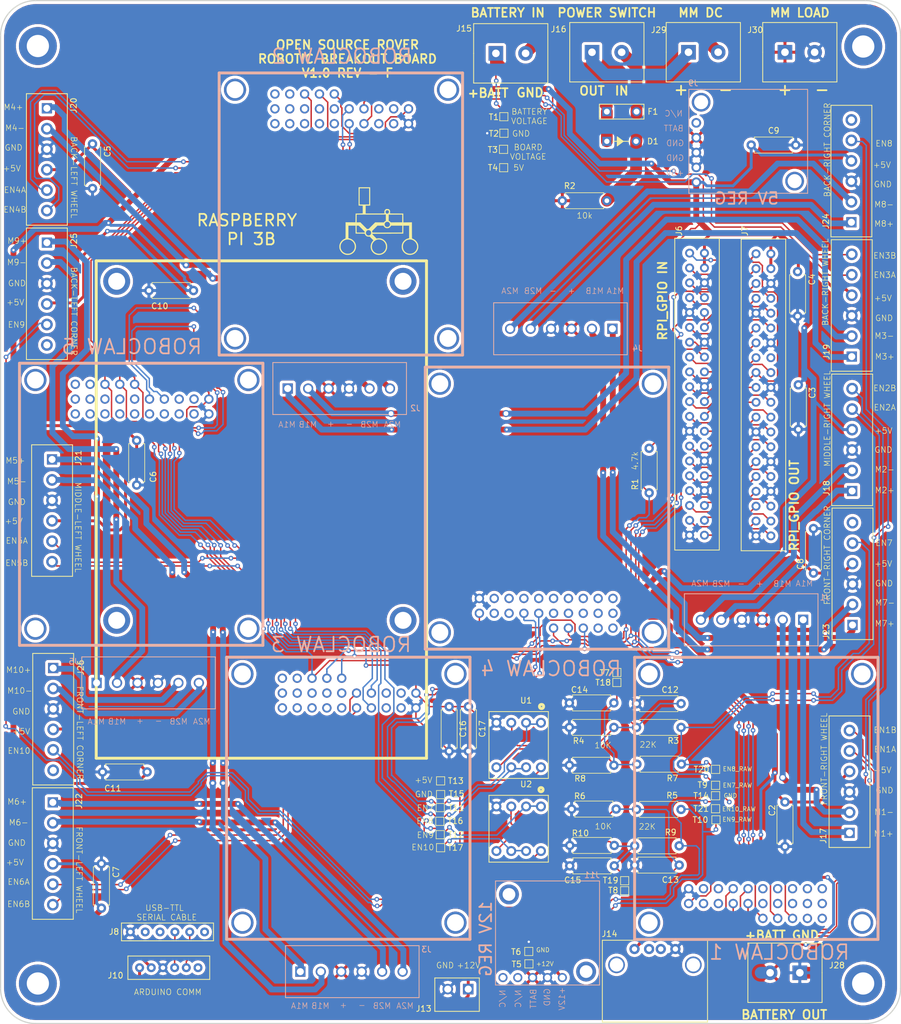
<source format=kicad_pcb>
(kicad_pcb (version 20171130) (host pcbnew "(5.1.5-0-10_14)")
  (layers (0 F.Cu signal) (31 B.Cu signal) (34 B.Paste user) (35 F.Paste user) (36 B.SilkS user) (37 F.SilkS user) (38 B.Mask user hide) (39 F.Mask user hide) (44 Edge.Cuts user))
  (net 0 "")
  (net 1 /RC1M1A)
  (net 2 /RC1M1B)
  (net 3 /RC1EN1A)
  (net 4 /RC1EN1B)
  (net 5 /RC1EN2B)
  (net 6 /RC1EN2A)
  (net 7 /RC1M2B)
  (net 8 /RC1M2A)
  (net 9 /RC2M2B)
  (net 10 /RC2M2A)
  (net 11 /RC2M1B)
  (net 12 /RC2M1A)
  (net 13 /RC2EN1A)
  (net 14 /RC2EN2A)
  (net 15 /RC2EN2B)
  (net 16 /RC2EN1B)
  (net 17 /RC4EN1A_RAW)
  (net 18 GND)
  (net 19 /RC5EN1A_RAW)
  (net 20 /RC4EN2A_RAW)
  (net 21 /RC5EN2A_RAW)
  (net 22 /RXD)
  (net 23 +5V)
  (net 24 /TXD)
  (net 25 /5REG_EN)
  (net 26 +BATT)
  (net 27 /RC4EN1A)
  (net 28 /RC4EN2A)
  (net 29 /RC3EN1B)
  (net 30 /RC3EN2B)
  (net 31 /RC3EN2A)
  (net 32 /RC3EN1A)
  (net 33 /RC5EN2A)
  (net 34 /RC5EN1A)
  (net 35 /RC4M2A)
  (net 36 /RC4M2B)
  (net 37 /RC5M1A)
  (net 38 /RC5M2A)
  (net 39 /RC5M2B)
  (net 40 /RC4M1B)
  (net 41 /RC4M1A)
  (net 42 /RC3M2A)
  (net 43 /RC3M2B)
  (net 44 /RC3M1B)
  (net 45 /RC3M1A)
  (net 46 /RC5M1B)
  (net 47 "Net-(RC5-Pad3)")
  (net 48 "Net-(RC5-Pad4)")
  (net 49 "Net-(RC5-Pad5)")
  (net 50 "Net-(RC5-Pad6)")
  (net 51 "Net-(RC5-Pad11)")
  (net 52 "Net-(RC5-Pad12)")
  (net 53 "Net-(RC5-Pad13)")
  (net 54 "Net-(RC5-Pad14)")
  (net 55 "Net-(RC5-Pad15)")
  (net 56 "Net-(RC5-Pad16)")
  (net 57 "Net-(RC5-Pad17)")
  (net 58 "Net-(RC5-Pad18)")
  (net 59 "Net-(RC5-Pad19)")
  (net 60 "Net-(RC5-Pad20)")
  (net 61 "Net-(RC5-Pad24)")
  (net 62 "Net-(RC5-Pad25)")
  (net 63 "Net-(RC1-Pad25)")
  (net 64 "Net-(RC1-Pad24)")
  (net 65 "Net-(RC1-Pad20)")
  (net 66 "Net-(RC1-Pad19)")
  (net 67 "Net-(RC1-Pad18)")
  (net 68 "Net-(RC1-Pad17)")
  (net 69 "Net-(RC1-Pad16)")
  (net 70 "Net-(RC1-Pad15)")
  (net 71 "Net-(RC1-Pad14)")
  (net 72 "Net-(RC1-Pad13)")
  (net 73 "Net-(RC1-Pad12)")
  (net 74 "Net-(RC1-Pad11)")
  (net 75 "Net-(RC1-Pad6)")
  (net 76 "Net-(RC1-Pad5)")
  (net 77 "Net-(RC1-Pad4)")
  (net 78 "Net-(RC1-Pad3)")
  (net 79 "Net-(RC2-Pad3)")
  (net 80 "Net-(RC2-Pad4)")
  (net 81 "Net-(RC2-Pad5)")
  (net 82 "Net-(RC2-Pad6)")
  (net 83 "Net-(RC2-Pad11)")
  (net 84 "Net-(RC2-Pad12)")
  (net 85 "Net-(RC2-Pad13)")
  (net 86 "Net-(RC2-Pad14)")
  (net 87 "Net-(RC2-Pad15)")
  (net 88 "Net-(RC2-Pad16)")
  (net 89 "Net-(RC2-Pad17)")
  (net 90 "Net-(RC2-Pad18)")
  (net 91 "Net-(RC2-Pad19)")
  (net 92 "Net-(RC2-Pad20)")
  (net 93 "Net-(RC2-Pad24)")
  (net 94 "Net-(RC2-Pad25)")
  (net 95 "Net-(RC3-Pad25)")
  (net 96 "Net-(RC3-Pad24)")
  (net 97 "Net-(RC3-Pad20)")
  (net 98 "Net-(RC3-Pad19)")
  (net 99 "Net-(RC3-Pad18)")
  (net 100 "Net-(RC3-Pad17)")
  (net 101 "Net-(RC3-Pad16)")
  (net 102 "Net-(RC3-Pad15)")
  (net 103 "Net-(RC3-Pad14)")
  (net 104 "Net-(RC3-Pad13)")
  (net 105 "Net-(RC3-Pad12)")
  (net 106 "Net-(RC3-Pad11)")
  (net 107 "Net-(RC3-Pad6)")
  (net 108 "Net-(RC3-Pad5)")
  (net 109 "Net-(RC3-Pad4)")
  (net 110 "Net-(RC3-Pad3)")
  (net 111 "Net-(RC4-Pad3)")
  (net 112 "Net-(RC4-Pad4)")
  (net 113 "Net-(RC4-Pad5)")
  (net 114 "Net-(RC4-Pad6)")
  (net 115 "Net-(RC4-Pad11)")
  (net 116 "Net-(RC4-Pad12)")
  (net 117 "Net-(RC4-Pad13)")
  (net 118 "Net-(RC4-Pad14)")
  (net 119 "Net-(RC4-Pad15)")
  (net 120 "Net-(RC4-Pad16)")
  (net 121 "Net-(RC4-Pad17)")
  (net 122 "Net-(RC4-Pad18)")
  (net 123 "Net-(RC4-Pad19)")
  (net 124 "Net-(RC4-Pad20)")
  (net 125 "Net-(RC4-Pad24)")
  (net 126 "Net-(RC4-Pad25)")
  (net 127 /3.3V)
  (net 128 /SDA1)
  (net 129 /SCL1)
  (net 130 /GPIO_CLK)
  (net 131 /GPIO_GEN0)
  (net 132 /GPIO_GEN1)
  (net 133 /GPIO_GEN2)
  (net 134 /GPIO_GEN3)
  (net 135 /GPIO_GEN5)
  (net 136 /SPI_MOSI)
  (net 137 /SPI_MISO)
  (net 138 /GPIO_GEN6)
  (net 139 /SPI_CLK)
  (net 140 /SPI_CEO_N)
  (net 141 /GPI_CE1_N)
  (net 142 /I2C_ID1)
  (net 143 /I2C_ID2)
  (net 144 /GPIO05)
  (net 145 /GPIO06)
  (net 146 /GPIO12)
  (net 147 /GPIO13)
  (net 148 /GPIO19)
  (net 149 /GPIO16)
  (net 150 /GPIO26)
  (net 151 /GPIO20)
  (net 152 /GPIO21)
  (net 153 "Net-(C15-Pad2)")
  (net 154 "Net-(C14-Pad2)")
  (net 155 "Net-(C13-Pad2)")
  (net 156 "Net-(C12-Pad2)")
  (net 157 /E_STOP)
  (net 158 "Net-(RC5-Pad10)")
  (net 159 "Net-(RC5-Pad8)")
  (net 160 "Net-(RC4-Pad10)")
  (net 161 "Net-(RC4-Pad8)")
  (net 162 +12V)
  (net 163 /PG)
  (net 164 /12REG_EN)
  (net 165 /CTS#)
  (net 166 /TTL_RXD)
  (net 167 /TTL_TXD)
  (net 168 /RTS#)
  (net 169 "Net-(J7-Pad16)")
  (net 170 "Net-(J23-Pad6)")
  (net 171 "Net-(J26-Pad6)")
  (net 172 "Net-(J24-Pad6)")
  (net 173 "Net-(J25-Pad6)")
  (net 174 "Net-(J8-Pad3)")
  (net 175 "Net-(J10-Pad6)")
  (net 176 "Net-(J14-Pad2)")
  (net 177 "Net-(J14-Pad3)")
  (net 178 "Net-(T14-Pad1)")
  (net 179 /SWIN)
  (net 180 /BATTPOS)
  (net 181 /BATTNEG)
  (net 182 /MMDC+)
  (module "JPL Robotics:S7038-ND" (layer F.Cu) (at 116.7765 -158.8135 270)
    (fp_text reference J9 (at -1.0541 -0.7493) (layer B.SilkS) (effects (justify mirror)))
    (fp_text value S7038-ND hide)
    (pad "" np_thru_hole circle (at 15.7 -18.1 270) (size 3.2 3.2) (drill 2.4) (layers *.Cu *.Mask))
    (pad "" np_thru_hole circle (at 2.2 -2.1 270) (size 3.2 3.2) (drill 2.4) (layers *.Cu *.Mask))
    (pad 5 thru_hole circle (at 15.89 -1.27 270) (size 1.65 1.65) (drill 1.02) (layers *.Cu *.Mask) (net 23 +5V))
    (pad 4 thru_hole circle (at 13.35 -1.27 270) (size 1.65 1.65) (drill 1.02) (layers *.Cu *.Mask) (net 18 GND))
    (pad 3 thru_hole circle (at 10.81 -1.27 270) (size 1.65 1.65) (drill 1.02) (layers *.Cu *.Mask) (net 18 GND))
    (pad 2 thru_hole circle (at 8.27 -1.27 270) (size 1.65 1.65) (drill 1.02) (layers *.Cu *.Mask) (net 26 +BATT))
    (pad 1 thru_hole circle (at 5.73 -1.27 270) (size 1.65 1.65) (drill 1.02) (layers *.Cu *.Mask) (net 25 /5REG_EN))
  )
  (module "JPL Robotics:ED2580-ND" (layer F.Cu) (at 133.223 -165.1635)
    (fp_text reference J30 (at -5.08 -3.81) (layer F.SilkS))
    (fp_text value ED2580-ND)
    (pad 2 thru_hole circle (at 5.08 0) (size 2.5 2.5) (drill 1.3) (layers *.Cu *.Mask) (net 18 GND))
    (pad 1 thru_hole rect (at 0 0) (size 2.5 2.5) (drill 1.3) (layers *.Cu *.Mask) (net 26 +BATT))
  )
  (module "JPL Robotics:ED2580-ND" (layer F.Cu) (at 116.713 -165.1635)
    (fp_text reference J29 (at -5.08 -3.81) (layer F.SilkS))
    (fp_text value ED2580-ND)
    (pad 2 thru_hole circle (at 5.08 0) (size 2.5 2.5) (drill 1.3) (layers *.Cu *.Mask) (net 181 /BATTNEG))
    (pad 1 thru_hole rect (at 0 0) (size 2.5 2.5) (drill 1.3) (layers *.Cu *.Mask) (net 182 /MMDC+))
  )
  (module "JPL Robotics:S9175-ND" (layer F.Cu) (at 128.27 -130.683 270)
    (fp_text reference J7 (at -3.8989 1.905 270) (layer F.SilkS))
    (fp_text value S9175-ND)
    (pad 40 thru_hole circle (at 48.26 -2.54 270) (size 1.524 1.524) (drill 0.9) (layers *.Cu *.Mask) (net 152 /GPIO21))
    (pad 39 thru_hole circle (at 48.26 0 270) (size 1.524 1.524) (drill 0.9) (layers *.Cu *.Mask) (net 18 GND))
    (pad 38 thru_hole circle (at 45.72 -2.54 270) (size 1.524 1.524) (drill 0.9) (layers *.Cu *.Mask) (net 151 /GPIO20))
    (pad 37 thru_hole circle (at 45.72 0 270) (size 1.524 1.524) (drill 0.9) (layers *.Cu *.Mask) (net 150 /GPIO26))
    (pad 36 thru_hole circle (at 43.18 -2.54 270) (size 1.524 1.524) (drill 0.9) (layers *.Cu *.Mask) (net 149 /GPIO16))
    (pad 35 thru_hole circle (at 43.18 0 270) (size 1.524 1.524) (drill 0.9) (layers *.Cu *.Mask) (net 148 /GPIO19))
    (pad 34 thru_hole circle (at 40.64 -2.54 270) (size 1.524 1.524) (drill 0.9) (layers *.Cu *.Mask) (net 18 GND))
    (pad 33 thru_hole circle (at 40.64 0 270) (size 1.524 1.524) (drill 0.9) (layers *.Cu *.Mask) (net 147 /GPIO13))
    (pad 32 thru_hole circle (at 38.1 -2.54 270) (size 1.524 1.524) (drill 0.9) (layers *.Cu *.Mask) (net 146 /GPIO12))
    (pad 31 thru_hole circle (at 38.1 0 270) (size 1.524 1.524) (drill 0.9) (layers *.Cu *.Mask) (net 145 /GPIO06))
    (pad 30 thru_hole circle (at 35.56 -2.54 270) (size 1.524 1.524) (drill 0.9) (layers *.Cu *.Mask) (net 18 GND))
    (pad 29 thru_hole circle (at 35.56 0 270) (size 1.524 1.524) (drill 0.9) (layers *.Cu *.Mask) (net 144 /GPIO05))
    (pad 28 thru_hole circle (at 33.02 -2.54 270) (size 1.524 1.524) (drill 0.9) (layers *.Cu *.Mask) (net 143 /I2C_ID2))
    (pad 27 thru_hole circle (at 33.02 0 270) (size 1.524 1.524) (drill 0.9) (layers *.Cu *.Mask) (net 142 /I2C_ID1))
    (pad 26 thru_hole circle (at 30.48 -2.54 270) (size 1.524 1.524) (drill 0.9) (layers *.Cu *.Mask) (net 141 /GPI_CE1_N))
    (pad 25 thru_hole circle (at 30.48 0 270) (size 1.524 1.524) (drill 0.9) (layers *.Cu *.Mask) (net 18 GND))
    (pad 24 thru_hole circle (at 27.94 -2.54 270) (size 1.524 1.524) (drill 0.9) (layers *.Cu *.Mask) (net 140 /SPI_CEO_N))
    (pad 23 thru_hole circle (at 27.94 0 270) (size 1.524 1.524) (drill 0.9) (layers *.Cu *.Mask) (net 139 /SPI_CLK))
    (pad 22 thru_hole circle (at 25.4 -2.54 270) (size 1.524 1.524) (drill 0.9) (layers *.Cu *.Mask) (net 138 /GPIO_GEN6))
    (pad 21 thru_hole circle (at 25.4 0 270) (size 1.524 1.524) (drill 0.9) (layers *.Cu *.Mask) (net 137 /SPI_MISO))
    (pad 20 thru_hole circle (at 22.86 -2.54 270) (size 1.524 1.524) (drill 0.9) (layers *.Cu *.Mask) (net 18 GND))
    (pad 19 thru_hole circle (at 22.86 0 270) (size 1.524 1.524) (drill 0.9) (layers *.Cu *.Mask) (net 136 /SPI_MOSI))
    (pad 18 thru_hole circle (at 20.32 -2.54 270) (size 1.524 1.524) (drill 0.9) (layers *.Cu *.Mask) (net 135 /GPIO_GEN5))
    (pad 17 thru_hole circle (at 20.32 0 270) (size 1.524 1.524) (drill 0.9) (layers *.Cu *.Mask) (net 127 /3.3V))
    (pad 16 thru_hole circle (at 17.78 -2.54 270) (size 1.524 1.524) (drill 0.9) (layers *.Cu *.Mask) (net 169 "Net-(J7-Pad16)"))
    (pad 15 thru_hole circle (at 17.78 0 270) (size 1.524 1.524) (drill 0.9) (layers *.Cu *.Mask) (net 134 /GPIO_GEN3))
    (pad 14 thru_hole circle (at 15.24 -2.54 270) (size 1.524 1.524) (drill 0.9) (layers *.Cu *.Mask) (net 18 GND))
    (pad 13 thru_hole circle (at 15.24 0 270) (size 1.524 1.524) (drill 0.9) (layers *.Cu *.Mask) (net 133 /GPIO_GEN2))
    (pad 12 thru_hole circle (at 12.7 -2.54 270) (size 1.524 1.524) (drill 0.9) (layers *.Cu *.Mask) (net 132 /GPIO_GEN1))
    (pad 11 thru_hole circle (at 12.7 0 270) (size 1.524 1.524) (drill 0.9) (layers *.Cu *.Mask) (net 131 /GPIO_GEN0))
    (pad 10 thru_hole circle (at 10.16 -2.54 270) (size 1.524 1.524) (drill 0.9) (layers *.Cu *.Mask) (net 22 /RXD))
    (pad 9 thru_hole circle (at 10.16 0 270) (size 1.524 1.524) (drill 0.9) (layers *.Cu *.Mask) (net 18 GND))
    (pad 8 thru_hole circle (at 7.62 -2.54 270) (size 1.524 1.524) (drill 0.9) (layers *.Cu *.Mask) (net 24 /TXD))
    (pad 7 thru_hole circle (at 7.62 0 270) (size 1.524 1.524) (drill 0.9) (layers *.Cu *.Mask) (net 130 /GPIO_CLK))
    (pad 6 thru_hole circle (at 5.08 -2.54 270) (size 1.524 1.524) (drill 0.9) (layers *.Cu *.Mask) (net 18 GND))
    (pad 5 thru_hole circle (at 5.08 0 270) (size 1.524 1.524) (drill 0.9) (layers *.Cu *.Mask) (net 129 /SCL1))
    (pad 4 thru_hole circle (at 2.54 -2.54 270) (size 1.524 1.524) (drill 0.9) (layers *.Cu *.Mask) (net 23 +5V))
    (pad 3 thru_hole circle (at 2.54 0 270) (size 1.524 1.524) (drill 0.9) (layers *.Cu *.Mask) (net 128 /SDA1))
    (pad 2 thru_hole circle (at 0 -2.54 270) (size 1.524 1.524) (drill 0.9) (layers *.Cu *.Mask) (net 23 +5V))
    (pad 1 thru_hole circle (at 0 0 270) (size 1.524 1.524) (drill 0.9) (layers *.Cu *.Mask) (net 127 /3.3V))
  )
  (module "JPL Robotics:ED2580-ND" (layer F.Cu) (at 135.763 -7.6835 180)
    (fp_text reference J28 (at -6.35 1.27) (layer F.SilkS))
    (fp_text value ED2580-ND)
    (pad 2 thru_hole circle (at 5.08 0 180) (size 2.5 2.5) (drill 1.3) (layers *.Cu *.Mask) (net 26 +BATT))
    (pad 1 thru_hole rect (at 0 0 180) (size 2.5 2.5) (drill 1.3) (layers *.Cu *.Mask) (net 18 GND))
  )
  (module "JPL Robotics:rover_image" (layer F.Cu) (at 64.1858 -135.7503)
    (fp_text reference y1 hide)
    (fp_text value rover_silkscreen hide)
  )
  (module "JPL Robotics:455-1708-ND" (layer F.Cu) (at 22.7838 -8.5471)
    (fp_text reference J10 (at -4.1148 1.3208) (layer F.SilkS))
    (fp_text value 6posheader)
    (pad 1 thru_hole circle (at 0 0) (size 1.524 1.524) (drill 0.762) (layers *.Cu *.Mask) (net 162 +12V))
    (pad 2 thru_hole circle (at 2 0) (size 1.524 1.524) (drill 0.762) (layers *.Cu *.Mask) (net 23 +5V))
    (pad 3 thru_hole circle (at 4 0) (size 1.524 1.524) (drill 0.762) (layers *.Cu *.Mask) (net 18 GND))
    (pad 4 thru_hole circle (at 6 0) (size 1.524 1.524) (drill 0.762) (layers *.Cu *.Mask) (net 167 /TTL_TXD))
    (pad 5 thru_hole circle (at 8 0) (size 1.524 1.524) (drill 0.762) (layers *.Cu *.Mask) (net 166 /TTL_RXD))
    (pad 6 thru_hole circle (at 10 0) (size 1.524 1.524) (drill 0.762) (layers *.Cu *.Mask) (net 175 "Net-(J10-Pad6)"))
  )
  (module "JPL Robotics:AE9986-ND" (layer F.Cu) (at 91.4654 -36.1315 180)
    (fp_text reference U2 (at 2.54 3.81 180) (layer F.SilkS))
    (fp_text value LM358-N)
    (pad 8 thru_hole circle (at 0 -7.62 180) (size 1.7 1.7) (drill 1) (layers *.Cu *.Mask) (net 23 +5V))
    (pad 7 thru_hole circle (at 2.54 -7.62 180) (size 1.7 1.7) (drill 1) (layers *.Cu *.Mask) (net 33 /RC5EN2A))
    (pad 6 thru_hole circle (at 5.08 -7.62 180) (size 1.7 1.7) (drill 1) (layers *.Cu *.Mask) (net 33 /RC5EN2A))
    (pad 5 thru_hole circle (at 7.62 -7.62 180) (size 1.7 1.7) (drill 1) (layers *.Cu *.Mask) (net 153 "Net-(C15-Pad2)"))
    (pad 4 thru_hole circle (at 7.62 0 180) (size 1.7 1.7) (drill 1) (layers *.Cu *.Mask) (net 18 GND))
    (pad 3 thru_hole circle (at 5.08 0 180) (size 1.7 1.7) (drill 1) (layers *.Cu *.Mask) (net 155 "Net-(C13-Pad2)"))
    (pad 2 thru_hole circle (at 2.54 0 180) (size 1.7 1.7) (drill 1) (layers *.Cu *.Mask) (net 34 /RC5EN1A))
    (pad 1 thru_hole circle (at 0 0 180) (size 1.7 1.7) (drill 1) (layers *.Cu *.Mask) (net 34 /RC5EN1A))
  )
  (module "JPL Robotics:AE9986-ND" (layer F.Cu) (at 91.4654 -50.4571 180)
    (fp_text reference U1 (at 2.54 3.81 180) (layer F.SilkS))
    (fp_text value LM358-N)
    (pad 1 thru_hole circle (at 0 0 180) (size 1.7 1.7) (drill 1) (layers *.Cu *.Mask) (net 27 /RC4EN1A))
    (pad 2 thru_hole circle (at 2.54 0 180) (size 1.7 1.7) (drill 1) (layers *.Cu *.Mask) (net 27 /RC4EN1A))
    (pad 3 thru_hole circle (at 5.08 0 180) (size 1.7 1.7) (drill 1) (layers *.Cu *.Mask) (net 156 "Net-(C12-Pad2)"))
    (pad 4 thru_hole circle (at 7.62 0 180) (size 1.7 1.7) (drill 1) (layers *.Cu *.Mask) (net 18 GND))
    (pad 5 thru_hole circle (at 7.62 -7.62 180) (size 1.7 1.7) (drill 1) (layers *.Cu *.Mask) (net 154 "Net-(C14-Pad2)"))
    (pad 6 thru_hole circle (at 5.08 -7.62 180) (size 1.7 1.7) (drill 1) (layers *.Cu *.Mask) (net 28 /RC4EN2A))
    (pad 7 thru_hole circle (at 2.54 -7.62 180) (size 1.7 1.7) (drill 1) (layers *.Cu *.Mask) (net 28 /RC4EN2A))
    (pad 8 thru_hole circle (at 0 -7.62 180) (size 1.7 1.7) (drill 1) (layers *.Cu *.Mask) (net 23 +5V))
  )
  (module "JPL Robotics:ED1501-ND" (layer F.Cu) (at 79.0194 -4.8895 180)
    (fp_text reference J13 (at 7.62 -3.3528 180) (layer F.SilkS))
    (fp_text value ED1501-ND)
    (pad 2 thru_hole circle (at 3.5 0 180) (size 1.8 1.8) (drill 1.2) (layers *.Cu *.Mask) (net 18 GND))
    (pad 1 thru_hole rect (at 0 0 180) (size 1.8 1.8) (drill 1.2) (layers *.Cu *.Mask) (net 162 +12V))
  )
  (module "JPL Robotics:ED2989-ND USB Conn" (layer F.Cu) (at 110.9726 -11.7475)
    (fp_text reference J14 (at -7.7724 -2.5908) (layer F.SilkS))
    (fp_text value ED2989-ND-USB)
    (pad "" np_thru_hole circle (at 6.57 2.71) (size 2.85 2.85) (drill 2.3) (layers *.Cu *.Mask))
    (pad "" np_thru_hole circle (at -6.57 2.71) (size 2.85 2.85) (drill 2.3) (layers *.Cu *.Mask))
    (pad 4 thru_hole circle (at 3.5 0 90) (size 1.75 1.75) (drill 0.92) (layers *.Cu *.Mask) (net 18 GND))
    (pad 3 thru_hole circle (at 1 0) (size 1.75 1.75) (drill 0.92) (layers *.Cu *.Mask) (net 177 "Net-(J14-Pad3)"))
    (pad 2 thru_hole circle (at -1 0) (size 1.75 1.75) (drill 0.92) (layers *.Cu *.Mask) (net 176 "Net-(J14-Pad2)"))
    (pad 1 thru_hole circle (at -3.5 0) (size 1.75 1.75) (drill 0.92) (layers *.Cu *.Mask) (net 23 +5V))
  )
  (module "JPL Robotics:D24V22F12 Regulator" (layer F.Cu) (at 84.963 -6.858)
    (fp_text reference J11 (at 15.24 -17.5387) (layer B.SilkS) (effects (justify mirror)))
    (fp_text value S7038-ND)
    (pad 5 thru_hole circle (at 10.16 0) (size 1.56 1.56) (drill 1.02) (layers *.Cu *.Mask) (net 162 +12V))
    (pad 4 thru_hole circle (at 7.62 0) (size 1.56 1.56) (drill 1.02) (layers *.Cu *.Mask) (net 18 GND))
    (pad 3 thru_hole circle (at 5.08 0) (size 1.56 1.56) (drill 1.02) (layers *.Cu *.Mask) (net 26 +BATT))
    (pad 2 thru_hole circle (at 2.54 0) (size 1.56 1.56) (drill 1.02) (layers *.Cu *.Mask) (net 164 /12REG_EN))
    (pad 1 thru_hole circle (at 0 0) (size 1.56 1.56) (drill 1.02) (layers *.Cu *.Mask) (net 163 /PG))
    (pad "" np_thru_hole circle (at 1.03 -14.23) (size 3.4 3.4) (drill 2.18) (layers *.Cu *.Mask))
    (pad "" np_thru_hole circle (at 14.23 -1.03) (size 3.4 3.4) (drill 2.18) (layers *.Cu *.Mask))
  )
  (module Resistor_THT:R_Axial_DIN0207_L6.3mm_D2.5mm_P7.62mm_Horizontal (layer F.Cu) (at 79.0575 -53.213 270)
    (fp_text reference C17 (at 3.81 -2.37 270) (layer F.SilkS))
    (fp_text value 100nf)
    (pad 2 thru_hole oval (at 7.62 0 270) (size 1.6 1.6) (drill 0.8) (layers *.Cu *.Mask) (net 18 GND))
    (pad 1 thru_hole circle (at 0 0 270) (size 1.6 1.6) (drill 0.8) (layers *.Cu *.Mask) (net 23 +5V))
  )
  (module "JPL Robotics:6x1 Header Pin 0.1 Pitch" (layer F.Cu) (at 21.209 -14.6685)
    (fp_text reference J8 (at -2.794 -0.0254) (layer F.SilkS))
    (fp_text value 6posheader)
    (pad 6 thru_hole circle (at 12.7 0) (size 1.524 1.524) (drill 0.762) (layers *.Cu *.Mask) (net 168 /RTS#))
    (pad 5 thru_hole circle (at 10.16 0) (size 1.524 1.524) (drill 0.762) (layers *.Cu *.Mask) (net 166 /TTL_RXD))
    (pad 4 thru_hole circle (at 7.62 0) (size 1.524 1.524) (drill 0.762) (layers *.Cu *.Mask) (net 167 /TTL_TXD))
    (pad 3 thru_hole circle (at 5.08 0) (size 1.524 1.524) (drill 0.762) (layers *.Cu *.Mask) (net 174 "Net-(J8-Pad3)"))
    (pad 2 thru_hole circle (at 2.54 0) (size 1.524 1.524) (drill 0.762) (layers *.Cu *.Mask) (net 165 /CTS#))
    (pad 1 thru_hole circle (at 0 0) (size 1.524 1.524) (drill 0.762) (layers *.Cu *.Mask) (net 18 GND))
  )
  (module "JPL Robotics:ED2580-ND" (layer F.Cu) (at 83.7565 -164.973)
    (fp_text reference J15 (at -5.4483 -4.2545) (layer F.SilkS))
    (fp_text value ED2580-ND)
    (pad 2 thru_hole circle (at 5.08 0) (size 2.5 2.5) (drill 1.3) (layers *.Cu *.Mask) (net 181 /BATTNEG))
    (pad 1 thru_hole rect (at 0 0) (size 2.5 2.5) (drill 1.3) (layers *.Cu *.Mask) (net 180 /BATTPOS))
  )
  (module "JPL Robotics:ED2627-ND" (layer F.Cu) (at 15.4305 -57.277)
    (fp_text reference J5 (at -3.9243 -3.6449) (layer B.SilkS) (effects (justify mirror)))
    (fp_text value ED2627-ND hide)
    (pad 6 thru_hole circle (at 17.5 0) (size 1.75 1.75) (drill 1.2) (layers *.Cu *.Mask) (net 39 /RC5M2B))
    (pad 5 thru_hole circle (at 14 0) (size 1.75 1.75) (drill 1.2) (layers *.Cu *.Mask) (net 38 /RC5M2A))
    (pad 4 thru_hole circle (at 10.5 0) (size 1.75 1.75) (drill 1.2) (layers *.Cu *.Mask) (net 18 GND))
    (pad 3 thru_hole circle (at 7 0) (size 1.75 1.75) (drill 1.2) (layers *.Cu *.Mask) (net 26 +BATT))
    (pad 2 thru_hole circle (at 3.5 0) (size 1.75 1.75) (drill 1.2) (layers *.Cu *.Mask) (net 46 /RC5M1B))
    (pad 1 thru_hole rect (at 0 0) (size 1.75 1.75) (drill 1.2) (layers *.Cu *.Mask) (net 37 /RC5M1A))
  )
  (module "JPL Robotics:ED2627-ND" (layer F.Cu) (at 136.3345 -68.072 180)
    (fp_text reference J1 (at -3.6957 3.8227 180) (layer B.SilkS) (effects (justify mirror)))
    (fp_text value ED2627-ND hide)
    (pad 6 thru_hole circle (at 17.5 0 180) (size 1.75 1.75) (drill 1.2) (layers *.Cu *.Mask) (net 7 /RC1M2B))
    (pad 5 thru_hole circle (at 14 0 180) (size 1.75 1.75) (drill 1.2) (layers *.Cu *.Mask) (net 8 /RC1M2A))
    (pad 4 thru_hole circle (at 10.5 0 180) (size 1.75 1.75) (drill 1.2) (layers *.Cu *.Mask) (net 18 GND))
    (pad 3 thru_hole circle (at 7 0 180) (size 1.75 1.75) (drill 1.2) (layers *.Cu *.Mask) (net 26 +BATT))
    (pad 2 thru_hole circle (at 3.5 0 180) (size 1.75 1.75) (drill 1.2) (layers *.Cu *.Mask) (net 2 /RC1M1B))
    (pad 1 thru_hole rect (at 0 0 180) (size 1.75 1.75) (drill 1.2) (layers *.Cu *.Mask) (net 1 /RC1M1A))
  )
  (module "JPL Robotics:ED2627-ND" (layer F.Cu) (at 103.6955 -117.856 180)
    (fp_text reference J4 (at -4.2799 -3.3401 180) (layer B.SilkS) (effects (justify mirror)))
    (fp_text value ED2627-ND hide)
    (pad 6 thru_hole circle (at 17.5 0 180) (size 1.75 1.75) (drill 1.2) (layers *.Cu *.Mask) (net 36 /RC4M2B))
    (pad 5 thru_hole circle (at 14 0 180) (size 1.75 1.75) (drill 1.2) (layers *.Cu *.Mask) (net 35 /RC4M2A))
    (pad 4 thru_hole circle (at 10.5 0 180) (size 1.75 1.75) (drill 1.2) (layers *.Cu *.Mask) (net 18 GND))
    (pad 3 thru_hole circle (at 7 0 180) (size 1.75 1.75) (drill 1.2) (layers *.Cu *.Mask) (net 26 +BATT))
    (pad 2 thru_hole circle (at 3.5 0 180) (size 1.75 1.75) (drill 1.2) (layers *.Cu *.Mask) (net 40 /RC4M1B))
    (pad 1 thru_hole rect (at 0 0 180) (size 1.75 1.75) (drill 1.2) (layers *.Cu *.Mask) (net 41 /RC4M1A))
  )
  (module "JPL Robotics:ED2744-ND" (layer F.Cu) (at 144.272 -31.623 90)
    (fp_text reference J17 (at -0.5207 -4.4958 90) (layer F.SilkS))
    (fp_text value ED2744-ND hide)
    (pad 6 thru_hole circle (at 17.5 0 90) (size 2 2) (drill 1.2) (layers *.Cu *.Mask) (net 4 /RC1EN1B))
    (pad 5 thru_hole circle (at 14 0 90) (size 2 2) (drill 1.2) (layers *.Cu *.Mask) (net 3 /RC1EN1A))
    (pad 4 thru_hole circle (at 10.5 0 90) (size 2 2) (drill 1.2) (layers *.Cu *.Mask) (net 23 +5V))
    (pad 3 thru_hole circle (at 7 0 90) (size 2 2) (drill 1.2) (layers *.Cu *.Mask) (net 18 GND))
    (pad 2 thru_hole circle (at 3.5 0 90) (size 2 2) (drill 1.2) (layers *.Cu *.Mask) (net 2 /RC1M1B))
    (pad 1 thru_hole rect (at 0 0 90) (size 1.75 1.75) (drill 1.2) (layers *.Cu *.Mask) (net 1 /RC1M1A))
  )
  (module "JPL Robotics:ED2744-ND" (layer F.Cu) (at 6.9215 -132.588 270)
    (fp_text reference J25 (at -0.3175 -4.6355 90) (layer F.SilkS))
    (fp_text value ED2744-ND hide)
    (pad 6 thru_hole circle (at 17.5 0 270) (size 2 2) (drill 1.2) (layers *.Cu *.Mask) (net 173 "Net-(J25-Pad6)"))
    (pad 5 thru_hole circle (at 14 0 270) (size 2 2) (drill 1.2) (layers *.Cu *.Mask) (net 19 /RC5EN1A_RAW))
    (pad 4 thru_hole circle (at 10.5 0 270) (size 2 2) (drill 1.2) (layers *.Cu *.Mask) (net 23 +5V))
    (pad 3 thru_hole circle (at 7 0 270) (size 2 2) (drill 1.2) (layers *.Cu *.Mask) (net 18 GND))
    (pad 2 thru_hole circle (at 3.5 0 270) (size 2 2) (drill 1.2) (layers *.Cu *.Mask) (net 46 /RC5M1B))
    (pad 1 thru_hole rect (at 0 0 270) (size 1.75 1.75) (drill 1.2) (layers *.Cu *.Mask) (net 37 /RC5M1A))
  )
  (module "JPL Robotics:ED2744-ND" (layer F.Cu) (at 7.8105 -95.504 270)
    (fp_text reference J21 (at -0.2667 -4.5085 270) (layer F.SilkS))
    (fp_text value ED2744-ND hide)
    (pad 6 thru_hole circle (at 17.5 0 270) (size 2 2) (drill 1.2) (layers *.Cu *.Mask) (net 29 /RC3EN1B))
    (pad 5 thru_hole circle (at 14 0 270) (size 2 2) (drill 1.2) (layers *.Cu *.Mask) (net 32 /RC3EN1A))
    (pad 4 thru_hole circle (at 10.5 0 270) (size 2 2) (drill 1.2) (layers *.Cu *.Mask) (net 23 +5V))
    (pad 3 thru_hole circle (at 7 0 270) (size 2 2) (drill 1.2) (layers *.Cu *.Mask) (net 18 GND))
    (pad 2 thru_hole circle (at 3.5 0 270) (size 2 2) (drill 1.2) (layers *.Cu *.Mask) (net 44 /RC3M1B))
    (pad 1 thru_hole rect (at 0 0 270) (size 1.75 1.75) (drill 1.2) (layers *.Cu *.Mask) (net 45 /RC3M1A))
  )
  (module "JPL Robotics:ED2744-ND" (layer F.Cu) (at 6.9215 -155.575 270)
    (fp_text reference J20 (at -0.4953 -4.5847 270) (layer F.SilkS))
    (fp_text value ED2744-ND hide)
    (pad 6 thru_hole circle (at 17.5 0 270) (size 2 2) (drill 1.2) (layers *.Cu *.Mask) (net 15 /RC2EN2B))
    (pad 5 thru_hole circle (at 14 0 270) (size 2 2) (drill 1.2) (layers *.Cu *.Mask) (net 14 /RC2EN2A))
    (pad 4 thru_hole circle (at 10.5 0 270) (size 2 2) (drill 1.2) (layers *.Cu *.Mask) (net 23 +5V))
    (pad 3 thru_hole circle (at 7 0 270) (size 2 2) (drill 1.2) (layers *.Cu *.Mask) (net 18 GND))
    (pad 2 thru_hole circle (at 3.5 0 270) (size 2 2) (drill 1.2) (layers *.Cu *.Mask) (net 9 /RC2M2B))
    (pad 1 thru_hole rect (at 0 0 270) (size 1.75 1.75) (drill 1.2) (layers *.Cu *.Mask) (net 10 /RC2M2A))
  )
  (module "JPL Robotics:ED2744-ND" (layer F.Cu) (at 144.653 -113.0935 90)
    (fp_text reference J19 (at 0.8128 -4.318 90) (layer F.SilkS))
    (fp_text value ED2744-ND hide)
    (pad 6 thru_hole circle (at 17.5 0 90) (size 2 2) (drill 1.2) (layers *.Cu *.Mask) (net 16 /RC2EN1B))
    (pad 5 thru_hole circle (at 14 0 90) (size 2 2) (drill 1.2) (layers *.Cu *.Mask) (net 13 /RC2EN1A))
    (pad 4 thru_hole circle (at 10.5 0 90) (size 2 2) (drill 1.2) (layers *.Cu *.Mask) (net 23 +5V))
    (pad 3 thru_hole circle (at 7 0 90) (size 2 2) (drill 1.2) (layers *.Cu *.Mask) (net 18 GND))
    (pad 2 thru_hole circle (at 3.5 0 90) (size 2 2) (drill 1.2) (layers *.Cu *.Mask) (net 11 /RC2M1B))
    (pad 1 thru_hole rect (at 0 0 90) (size 1.75 1.75) (drill 1.2) (layers *.Cu *.Mask) (net 12 /RC2M1A))
  )
  (module "JPL Robotics:ED2744-ND" (layer F.Cu) (at 144.5895 -136.0805 90)
    (fp_text reference J24 (at 0.1778 -4.3561 90) (layer F.SilkS))
    (fp_text value ED2744-ND hide)
    (pad 6 thru_hole circle (at 17.5 0 90) (size 2 2) (drill 1.2) (layers *.Cu *.Mask) (net 172 "Net-(J24-Pad6)"))
    (pad 5 thru_hole circle (at 14 0 90) (size 2 2) (drill 1.2) (layers *.Cu *.Mask) (net 20 /RC4EN2A_RAW))
    (pad 4 thru_hole circle (at 10.5 0 90) (size 2 2) (drill 1.2) (layers *.Cu *.Mask) (net 23 +5V))
    (pad 3 thru_hole circle (at 7 0 90) (size 2 2) (drill 1.2) (layers *.Cu *.Mask) (net 18 GND))
    (pad 2 thru_hole circle (at 3.5 0 90) (size 2 2) (drill 1.2) (layers *.Cu *.Mask) (net 36 /RC4M2B))
    (pad 1 thru_hole rect (at 0 0 90) (size 1.75 1.75) (drill 1.2) (layers *.Cu *.Mask) (net 35 /RC4M2A))
  )
  (module "JPL Robotics:ED2744-ND" (layer F.Cu) (at 7.9375 -36.83 270)
    (fp_text reference J22 (at -0.2159 -4.4831 270) (layer F.SilkS))
    (fp_text value ED2744-ND hide)
    (pad 6 thru_hole circle (at 17.5 0 270) (size 2 2) (drill 1.2) (layers *.Cu *.Mask) (net 30 /RC3EN2B))
    (pad 5 thru_hole circle (at 14 0 270) (size 2 2) (drill 1.2) (layers *.Cu *.Mask) (net 31 /RC3EN2A))
    (pad 4 thru_hole circle (at 10.5 0 270) (size 2 2) (drill 1.2) (layers *.Cu *.Mask) (net 23 +5V))
    (pad 3 thru_hole circle (at 7 0 270) (size 2 2) (drill 1.2) (layers *.Cu *.Mask) (net 18 GND))
    (pad 2 thru_hole circle (at 3.5 0 270) (size 2 2) (drill 1.2) (layers *.Cu *.Mask) (net 43 /RC3M2B))
    (pad 1 thru_hole rect (at 0 0 270) (size 1.75 1.75) (drill 1.2) (layers *.Cu *.Mask) (net 42 /RC3M2A))
  )
  (module "JPL Robotics:ED2744-ND" (layer F.Cu) (at 144.7165 -90.1065 90)
    (fp_text reference J18 (at 0.4826 -4.3815 90) (layer F.SilkS))
    (fp_text value ED2744-ND hide)
    (pad 6 thru_hole circle (at 17.5 0 90) (size 2 2) (drill 1.2) (layers *.Cu *.Mask) (net 5 /RC1EN2B))
    (pad 5 thru_hole circle (at 14 0 90) (size 2 2) (drill 1.2) (layers *.Cu *.Mask) (net 6 /RC1EN2A))
    (pad 4 thru_hole circle (at 10.5 0 90) (size 2 2) (drill 1.2) (layers *.Cu *.Mask) (net 23 +5V))
    (pad 3 thru_hole circle (at 7 0 90) (size 2 2) (drill 1.2) (layers *.Cu *.Mask) (net 18 GND))
    (pad 2 thru_hole circle (at 3.5 0 90) (size 2 2) (drill 1.2) (layers *.Cu *.Mask) (net 7 /RC1M2B))
    (pad 1 thru_hole rect (at 0 0 90) (size 1.75 1.75) (drill 1.2) (layers *.Cu *.Mask) (net 8 /RC1M2A))
  )
  (module "JPL Robotics:ED2744-ND" (layer F.Cu) (at 144.78 -67.183 90)
    (fp_text reference J23 (at -1.1303 -4.4958 90) (layer F.SilkS))
    (fp_text value ED2744-ND hide)
    (pad 6 thru_hole circle (at 17.5 0 90) (size 2 2) (drill 1.2) (layers *.Cu *.Mask) (net 170 "Net-(J23-Pad6)"))
    (pad 5 thru_hole circle (at 14 0 90) (size 2 2) (drill 1.2) (layers *.Cu *.Mask) (net 17 /RC4EN1A_RAW))
    (pad 4 thru_hole circle (at 10.5 0 90) (size 2 2) (drill 1.2) (layers *.Cu *.Mask) (net 23 +5V))
    (pad 3 thru_hole circle (at 7 0 90) (size 2 2) (drill 1.2) (layers *.Cu *.Mask) (net 18 GND))
    (pad 2 thru_hole circle (at 3.5 0 90) (size 2 2) (drill 1.2) (layers *.Cu *.Mask) (net 40 /RC4M1B))
    (pad 1 thru_hole rect (at 0 0 90) (size 1.75 1.75) (drill 1.2) (layers *.Cu *.Mask) (net 41 /RC4M1A))
  )
  (module "JPL Robotics:Raspberry pi footprint" (layer F.Cu) (at 15.367 -129.4765 270)
    (fp_text reference M1 hide)
    (fp_text value Mounting_Holes)
    (pad "" np_thru_hole circle (at 61.5 -3.5 270) (size 4.6 4.6) (drill 2.9) (layers *.Cu *.Mask))
    (pad "" np_thru_hole circle (at 61.5 -52.5 270) (size 4.6 4.6) (drill 2.9) (layers *.Cu *.Mask))
    (pad "" np_thru_hole circle (at 3.5 -52.5 270) (size 4.6 4.6) (drill 2.9) (layers *.Cu *.Mask))
    (pad "" np_thru_hole circle (at 3.5 -3.5 270) (size 4.6 4.6) (drill 2.9) (layers *.Cu *.Mask))
  )
  (module "JPL Robotics:S9175-ND" (layer F.Cu) (at 116.9035 -130.8005 270)
    (fp_text reference J6 (at -3.8322 1.8161 270) (layer F.SilkS))
    (fp_text value S9175-ND)
    (pad 40 thru_hole circle (at 48.26 -2.54 270) (size 1.524 1.524) (drill 0.9) (layers *.Cu *.Mask) (net 152 /GPIO21))
    (pad 39 thru_hole circle (at 48.26 0 270) (size 1.524 1.524) (drill 0.9) (layers *.Cu *.Mask) (net 18 GND))
    (pad 38 thru_hole circle (at 45.72 -2.54 270) (size 1.524 1.524) (drill 0.9) (layers *.Cu *.Mask) (net 151 /GPIO20))
    (pad 37 thru_hole circle (at 45.72 0 270) (size 1.524 1.524) (drill 0.9) (layers *.Cu *.Mask) (net 150 /GPIO26))
    (pad 36 thru_hole circle (at 43.18 -2.54 270) (size 1.524 1.524) (drill 0.9) (layers *.Cu *.Mask) (net 149 /GPIO16))
    (pad 35 thru_hole circle (at 43.18 0 270) (size 1.524 1.524) (drill 0.9) (layers *.Cu *.Mask) (net 148 /GPIO19))
    (pad 34 thru_hole circle (at 40.64 -2.54 270) (size 1.524 1.524) (drill 0.9) (layers *.Cu *.Mask) (net 18 GND))
    (pad 33 thru_hole circle (at 40.64 0 270) (size 1.524 1.524) (drill 0.9) (layers *.Cu *.Mask) (net 147 /GPIO13))
    (pad 32 thru_hole circle (at 38.1 -2.54 270) (size 1.524 1.524) (drill 0.9) (layers *.Cu *.Mask) (net 146 /GPIO12))
    (pad 31 thru_hole circle (at 38.1 0 270) (size 1.524 1.524) (drill 0.9) (layers *.Cu *.Mask) (net 145 /GPIO06))
    (pad 30 thru_hole circle (at 35.56 -2.54 270) (size 1.524 1.524) (drill 0.9) (layers *.Cu *.Mask) (net 18 GND))
    (pad 29 thru_hole circle (at 35.56 0 270) (size 1.524 1.524) (drill 0.9) (layers *.Cu *.Mask) (net 144 /GPIO05))
    (pad 28 thru_hole circle (at 33.02 -2.54 270) (size 1.524 1.524) (drill 0.9) (layers *.Cu *.Mask) (net 143 /I2C_ID2))
    (pad 27 thru_hole circle (at 33.02 0 270) (size 1.524 1.524) (drill 0.9) (layers *.Cu *.Mask) (net 142 /I2C_ID1))
    (pad 26 thru_hole circle (at 30.48 -2.54 270) (size 1.524 1.524) (drill 0.9) (layers *.Cu *.Mask) (net 141 /GPI_CE1_N))
    (pad 25 thru_hole circle (at 30.48 0 270) (size 1.524 1.524) (drill 0.9) (layers *.Cu *.Mask) (net 18 GND))
    (pad 24 thru_hole circle (at 27.94 -2.54 270) (size 1.524 1.524) (drill 0.9) (layers *.Cu *.Mask) (net 140 /SPI_CEO_N))
    (pad 23 thru_hole circle (at 27.94 0 270) (size 1.524 1.524) (drill 0.9) (layers *.Cu *.Mask) (net 139 /SPI_CLK))
    (pad 22 thru_hole circle (at 25.4 -2.54 270) (size 1.524 1.524) (drill 0.9) (layers *.Cu *.Mask) (net 138 /GPIO_GEN6))
    (pad 21 thru_hole circle (at 25.4 0 270) (size 1.524 1.524) (drill 0.9) (layers *.Cu *.Mask) (net 137 /SPI_MISO))
    (pad 20 thru_hole circle (at 22.86 -2.54 270) (size 1.524 1.524) (drill 0.9) (layers *.Cu *.Mask) (net 18 GND))
    (pad 19 thru_hole circle (at 22.86 0 270) (size 1.524 1.524) (drill 0.9) (layers *.Cu *.Mask) (net 136 /SPI_MOSI))
    (pad 18 thru_hole circle (at 20.32 -2.54 270) (size 1.524 1.524) (drill 0.9) (layers *.Cu *.Mask) (net 135 /GPIO_GEN5))
    (pad 17 thru_hole circle (at 20.32 0 270) (size 1.524 1.524) (drill 0.9) (layers *.Cu *.Mask) (net 127 /3.3V))
    (pad 16 thru_hole circle (at 17.78 -2.54 270) (size 1.524 1.524) (drill 0.9) (layers *.Cu *.Mask) (net 157 /E_STOP))
    (pad 15 thru_hole circle (at 17.78 0 270) (size 1.524 1.524) (drill 0.9) (layers *.Cu *.Mask) (net 134 /GPIO_GEN3))
    (pad 14 thru_hole circle (at 15.24 -2.54 270) (size 1.524 1.524) (drill 0.9) (layers *.Cu *.Mask) (net 18 GND))
    (pad 13 thru_hole circle (at 15.24 0 270) (size 1.524 1.524) (drill 0.9) (layers *.Cu *.Mask) (net 133 /GPIO_GEN2))
    (pad 12 thru_hole circle (at 12.7 -2.54 270) (size 1.524 1.524) (drill 0.9) (layers *.Cu *.Mask) (net 132 /GPIO_GEN1))
    (pad 11 thru_hole circle (at 12.7 0 270) (size 1.524 1.524) (drill 0.9) (layers *.Cu *.Mask) (net 131 /GPIO_GEN0))
    (pad 10 thru_hole circle (at 10.16 -2.54 270) (size 1.524 1.524) (drill 0.9) (layers *.Cu *.Mask) (net 22 /RXD))
    (pad 9 thru_hole circle (at 10.16 0 270) (size 1.524 1.524) (drill 0.9) (layers *.Cu *.Mask) (net 18 GND))
    (pad 8 thru_hole circle (at 7.62 -2.54 270) (size 1.524 1.524) (drill 0.9) (layers *.Cu *.Mask) (net 24 /TXD))
    (pad 7 thru_hole circle (at 7.62 0 270) (size 1.524 1.524) (drill 0.9) (layers *.Cu *.Mask) (net 130 /GPIO_CLK))
    (pad 6 thru_hole circle (at 5.08 -2.54 270) (size 1.524 1.524) (drill 0.9) (layers *.Cu *.Mask) (net 18 GND))
    (pad 5 thru_hole circle (at 5.08 0 270) (size 1.524 1.524) (drill 0.9) (layers *.Cu *.Mask) (net 129 /SCL1))
    (pad 4 thru_hole circle (at 2.54 -2.54 270) (size 1.524 1.524) (drill 0.9) (layers *.Cu *.Mask) (net 23 +5V))
    (pad 3 thru_hole circle (at 2.54 0 270) (size 1.524 1.524) (drill 0.9) (layers *.Cu *.Mask) (net 128 /SDA1))
    (pad 2 thru_hole circle (at 0 -2.54 270) (size 1.524 1.524) (drill 0.9) (layers *.Cu *.Mask) (net 23 +5V))
    (pad 1 thru_hole circle (at 0 0 270) (size 1.524 1.524) (drill 0.9) (layers *.Cu *.Mask) (net 127 /3.3V))
  )
  (module Resistor_THT:R_Axial_DIN0207_L6.3mm_D2.5mm_P7.62mm_Horizontal (layer F.Cu) (at 135.509 -108.2675 270)
    (fp_text reference C3 (at 1.3716 -2.3876 270) (layer F.SilkS))
    (fp_text value 100nf)
    (pad 2 thru_hole oval (at 7.62 0 270) (size 1.6 1.6) (drill 0.8) (layers *.Cu *.Mask) (net 18 GND))
    (pad 1 thru_hole circle (at 0 0 270) (size 1.6 1.6) (drill 0.8) (layers *.Cu *.Mask) (net 23 +5V))
  )
  (module Resistor_THT:R_Axial_DIN0207_L6.3mm_D2.5mm_P7.62mm_Horizontal (layer F.Cu) (at 14.732 -149.479 270)
    (fp_text reference C5 (at 1.2827 -2.5654 270) (layer F.SilkS))
    (fp_text value 100nf)
    (pad 2 thru_hole oval (at 7.62 0 270) (size 1.6 1.6) (drill 0.8) (layers *.Cu *.Mask) (net 18 GND))
    (pad 1 thru_hole circle (at 0 0 270) (size 1.6 1.6) (drill 0.8) (layers *.Cu *.Mask) (net 23 +5V))
  )
  (module Resistor_THT:R_Axial_DIN0207_L6.3mm_D2.5mm_P7.62mm_Horizontal (layer F.Cu) (at 135.382 -127.635 270)
    (fp_text reference C4 (at 1.3335 -2.4638 270) (layer F.SilkS))
    (fp_text value 100nf)
    (pad 2 thru_hole oval (at 7.62 0 270) (size 1.6 1.6) (drill 0.8) (layers *.Cu *.Mask) (net 18 GND))
    (pad 1 thru_hole circle (at 0 0 270) (size 1.6 1.6) (drill 0.8) (layers *.Cu *.Mask) (net 23 +5V))
  )
  (module Resistor_THT:R_Axial_DIN0207_L6.3mm_D2.5mm_P7.62mm_Horizontal (layer F.Cu) (at 133.223 -36.8935 270)
    (fp_text reference C2 (at 1.4351 2.1971 270) (layer F.SilkS))
    (fp_text value 100nf)
    (pad 2 thru_hole oval (at 7.62 0 270) (size 1.6 1.6) (drill 0.8) (layers *.Cu *.Mask) (net 18 GND))
    (pad 1 thru_hole circle (at 0 0 270) (size 1.6 1.6) (drill 0.8) (layers *.Cu *.Mask) (net 23 +5V))
  )
  (module "JPL Robotics:ED2744-ND" (layer F.Cu) (at 8.001 -59.817 270)
    (fp_text reference J26 (at -0.0889 -4.7244 270) (layer F.SilkS))
    (fp_text value ED2744-ND hide)
    (pad 6 thru_hole circle (at 17.5 0 270) (size 2 2) (drill 1.2) (layers *.Cu *.Mask) (net 171 "Net-(J26-Pad6)"))
    (pad 5 thru_hole circle (at 14 0 270) (size 2 2) (drill 1.2) (layers *.Cu *.Mask) (net 21 /RC5EN2A_RAW))
    (pad 4 thru_hole circle (at 10.5 0 270) (size 2 2) (drill 1.2) (layers *.Cu *.Mask) (net 23 +5V))
    (pad 3 thru_hole circle (at 7 0 270) (size 2 2) (drill 1.2) (layers *.Cu *.Mask) (net 18 GND))
    (pad 2 thru_hole circle (at 3.5 0 270) (size 2 2) (drill 1.2) (layers *.Cu *.Mask) (net 39 /RC5M2B))
    (pad 1 thru_hole rect (at 0 0 270) (size 1.75 1.75) (drill 1.2) (layers *.Cu *.Mask) (net 38 /RC5M2A))
  )
  (module TestPoint:TestPoint_Pad_1.0x1.0mm (layer F.Cu) (at 121.3485 -35.7505)
    (fp_text reference T21 (at -2.4765 0) (layer F.SilkS))
    (fp_text value test_point)
    (pad 1 smd rect (at 0 0) (size 1 1) (layers F.Cu F.Mask) (net 21 /RC5EN2A_RAW))
  )
  (module TestPoint:TestPoint_Pad_1.0x1.0mm (layer F.Cu) (at 74.2315 -31.3055)
    (fp_text reference T12 (at 2.667 0) (layer F.SilkS))
    (fp_text value test_point)
    (pad 1 smd rect (at 0 0) (size 1 1) (layers F.Cu F.Mask) (net 34 /RC5EN1A))
  )
  (module TestPoint:TestPoint_Pad_1.0x1.0mm (layer F.Cu) (at 74.2315 -35.941 180)
    (fp_text reference T11 (at -2.7305 -0.0635 180) (layer F.SilkS))
    (fp_text value test_point)
    (pad 1 smd rect (at 0 0 180) (size 1 1) (layers F.Cu F.Mask) (net 27 /RC4EN1A))
  )
  (module TestPoint:TestPoint_Pad_1.0x1.0mm (layer F.Cu) (at 105.791 -23.4315)
    (fp_text reference T19 (at -2.413 -0.0635) (layer F.SilkS))
    (fp_text value test_point)
    (pad 1 smd rect (at 0 0) (size 1 1) (layers F.Cu F.Mask) (net 153 "Net-(C15-Pad2)"))
  )
  (module TestPoint:TestPoint_Pad_1.0x1.0mm (layer F.Cu) (at 104.4575 -57.3405)
    (fp_text reference T18 (at -2.3495 0) (layer F.SilkS))
    (fp_text value test_point)
    (pad 1 smd rect (at 0 0) (size 1 1) (layers F.Cu F.Mask) (net 154 "Net-(C14-Pad2)"))
  )
  (module TestPoint:TestPoint_Pad_1.0x1.0mm (layer F.Cu) (at 74.295 -29.083)
    (fp_text reference T17 (at 2.54 0) (layer F.SilkS))
    (fp_text value test_point)
    (pad 1 smd rect (at 0 0) (size 1 1) (layers F.Cu F.Mask) (net 33 /RC5EN2A))
  )
  (module TestPoint:TestPoint_Pad_1.0x1.0mm (layer F.Cu) (at 74.168 -33.5915)
    (fp_text reference T16 (at 2.667 -0.0635) (layer F.SilkS))
    (fp_text value test_point)
    (pad 1 smd rect (at 0 0) (size 1 1) (layers F.Cu F.Mask) (net 28 /RC4EN2A))
  )
  (module TestPoint:TestPoint_Pad_1.0x1.0mm (layer F.Cu) (at 74.295 -38.1635)
    (fp_text reference T15 (at 2.7305 -0.127) (layer F.SilkS))
    (fp_text value test_point)
    (pad 1 smd rect (at 0 0) (size 1 1) (layers F.Cu F.Mask) (net 18 GND))
  )
  (module TestPoint:TestPoint_Pad_1.0x1.0mm (layer F.Cu) (at 121.3485 -37.973)
    (fp_text reference T14 (at -2.4765 0) (layer F.SilkS))
    (fp_text value test_point)
    (pad 1 smd rect (at 0 0) (size 1 1) (layers F.Cu F.Mask) (net 178 "Net-(T14-Pad1)"))
  )
  (module TestPoint:TestPoint_Pad_1.0x1.0mm (layer F.Cu) (at 74.295 -40.513)
    (fp_text reference T13 (at 2.6035 0) (layer F.SilkS))
    (fp_text value test_point)
    (pad 1 smd rect (at 0 0) (size 1 1) (layers F.Cu F.Mask) (net 23 +5V))
  )
  (module TestPoint:TestPoint_Pad_1.0x1.0mm (layer F.Cu) (at 121.3485 -39.751 180)
    (fp_text reference T9 (at 2.2225 0.0635 180) (layer F.SilkS))
    (fp_text value test_point)
    (pad 1 smd rect (at 0 0 180) (size 1 1) (layers F.Cu F.Mask) (net 17 /RC4EN1A_RAW))
  )
  (module TestPoint:TestPoint_Pad_1.0x1.0mm (layer F.Cu) (at 105.791 -21.717)
    (fp_text reference T8 (at -1.9685 -0.0635) (layer F.SilkS))
    (fp_text value test_point)
    (pad 1 smd rect (at 0 0) (size 1 1) (layers F.Cu F.Mask) (net 155 "Net-(C13-Pad2)"))
  )
  (module TestPoint:TestPoint_Pad_1.0x1.0mm (layer F.Cu) (at 104.4575 -59.055)
    (fp_text reference T7 (at -2.0955 0.0635) (layer F.SilkS))
    (fp_text value test_point)
    (pad 1 smd rect (at 0 0) (size 1 1) (layers F.Cu F.Mask) (net 156 "Net-(C12-Pad2)"))
  )
  (module TestPoint:TestPoint_Pad_1.0x1.0mm (layer F.Cu) (at 89.3826 -11.3284)
    (fp_text reference T6 (at -2.159 0.0635) (layer F.SilkS))
    (fp_text value test_point)
    (pad 1 smd rect (at 0 0) (size 1 1) (layers F.Cu F.Mask) (net 18 GND))
  )
  (module TestPoint:TestPoint_Pad_1.0x1.0mm (layer F.Cu) (at 89.408 -9.2075)
    (fp_text reference T5 (at -2.0955 0.0635) (layer F.SilkS))
    (fp_text value test_point)
    (pad 1 smd rect (at 0 0) (size 1 1) (layers F.Cu F.Mask) (net 162 +12V))
  )
  (module TestPoint:TestPoint_Pad_1.0x1.0mm (layer F.Cu) (at 85.09 -145.415)
    (fp_text reference T4 (at -1.8415 0) (layer F.SilkS))
    (fp_text value test_point)
    (pad 1 smd rect (at 0 0) (size 1 1) (layers F.Cu F.Mask) (net 23 +5V))
  )
  (module TestPoint:TestPoint_Pad_1.0x1.0mm (layer F.Cu) (at 85.0646 -148.5519)
    (fp_text reference T3 (at -1.8415 0.0635) (layer F.SilkS))
    (fp_text value test_point)
    (pad 1 smd rect (at 0 0) (size 1 1) (layers F.Cu F.Mask) (net 26 +BATT))
  )
  (module TestPoint:TestPoint_Pad_1.0x1.0mm (layer F.Cu) (at 85.1281 -151.3078)
    (fp_text reference T2 (at -1.7145 0.0635) (layer F.SilkS))
    (fp_text value test_point)
    (pad 1 smd rect (at 0 0) (size 1 1) (layers F.Cu F.Mask) (net 18 GND))
  )
  (module TestPoint:TestPoint_Pad_1.0x1.0mm (layer F.Cu) (at 121.412 -33.8455 180)
    (fp_text reference T10 (at 2.667 0 180) (layer F.SilkS))
    (fp_text value test_point)
    (pad 1 smd rect (at 0 0 180) (size 1 1) (layers F.Cu F.Mask) (net 19 /RC5EN1A_RAW))
  )
  (module TestPoint:TestPoint_Pad_1.0x1.0mm (layer F.Cu) (at 85.1154 -154.1399)
    (fp_text reference T1 (at -1.7145 0.0635) (layer F.SilkS))
    (fp_text value test_point)
    (pad 1 smd rect (at 0 0) (size 1 1) (layers F.Cu F.Mask) (net 180 /BATTPOS))
  )
  (module TestPoint:TestPoint_Pad_1.0x1.0mm (layer F.Cu) (at 121.3485 -42.4815)
    (fp_text reference T20 (at -2.413 0) (layer F.SilkS))
    (fp_text value test_point)
    (pad 1 smd rect (at 0 0) (size 1 1) (layers F.Cu F.Mask) (net 20 /RC4EN2A_RAW))
  )
  (module "JPL Robotics:Roboclaw Mount" (layer F.Cu) (at 74.168 -65.913)
    (fp_text reference RC4 hide)
    (fp_text value RoboClaw hide)
    (pad "" np_thru_hole circle (at 36.449 -42.545) (size 3.8 3.8) (drill 2.9) (layers *.Cu *.Mask))
    (pad "" np_thru_hole circle (at 0 -42.545) (size 3.8 3.8) (drill 2.9) (layers *.Cu *.Mask))
    (pad "" np_thru_hole circle (at 36.449 0) (size 3.8 3.8) (drill 2.9) (layers *.Cu *.Mask))
    (pad "" np_thru_hole circle (at 0 0) (size 3.8 3.8) (drill 2.9) (layers *.Cu *.Mask))
    (pad 25 thru_hole circle (at 29.62 -0.73) (size 1.6 1.6) (drill 1.02) (layers *.Cu *.Mask) (net 126 "Net-(RC4-Pad25)"))
    (pad 24 thru_hole circle (at 27.08 -0.73) (size 1.6 1.6) (drill 1.02) (layers *.Cu *.Mask) (net 125 "Net-(RC4-Pad24)"))
    (pad 23 thru_hole circle (at 24.54 -0.73) (size 1.6 1.6) (drill 1.02) (layers *.Cu *.Mask) (net 157 /E_STOP))
    (pad 22 thru_hole circle (at 22 -0.73) (size 1.6 1.6) (drill 1.02) (layers *.Cu *.Mask) (net 22 /RXD))
    (pad 21 thru_hole circle (at 19.46 -0.73) (size 1.6 1.6) (drill 1.02) (layers *.Cu *.Mask) (net 24 /TXD))
    (pad 20 thru_hole circle (at 29.62 -5.81) (size 1.6 1.6) (drill 1.02) (layers *.Cu *.Mask) (net 124 "Net-(RC4-Pad20)"))
    (pad 19 thru_hole circle (at 29.62 -3.27) (size 1.6 1.6) (drill 1.02) (layers *.Cu *.Mask) (net 123 "Net-(RC4-Pad19)"))
    (pad 18 thru_hole circle (at 27.08 -5.81) (size 1.6 1.6) (drill 1.02) (layers *.Cu *.Mask) (net 122 "Net-(RC4-Pad18)"))
    (pad 17 thru_hole circle (at 27.08 -3.27) (size 1.6 1.6) (drill 1.02) (layers *.Cu *.Mask) (net 121 "Net-(RC4-Pad17)"))
    (pad 16 thru_hole circle (at 24.54 -5.81) (size 1.6 1.6) (drill 1.02) (layers *.Cu *.Mask) (net 120 "Net-(RC4-Pad16)"))
    (pad 15 thru_hole circle (at 24.54 -3.27) (size 1.6 1.6) (drill 1.02) (layers *.Cu *.Mask) (net 119 "Net-(RC4-Pad15)"))
    (pad 14 thru_hole circle (at 22 -5.81) (size 1.6 1.6) (drill 1.02) (layers *.Cu *.Mask) (net 118 "Net-(RC4-Pad14)"))
    (pad 13 thru_hole circle (at 22 -3.27) (size 1.6 1.6) (drill 1.02) (layers *.Cu *.Mask) (net 117 "Net-(RC4-Pad13)"))
    (pad 12 thru_hole circle (at 19.46 -5.81) (size 1.6 1.6) (drill 1.02) (layers *.Cu *.Mask) (net 116 "Net-(RC4-Pad12)"))
    (pad 11 thru_hole circle (at 19.46 -3.27) (size 1.6 1.6) (drill 1.02) (layers *.Cu *.Mask) (net 115 "Net-(RC4-Pad11)"))
    (pad 10 thru_hole circle (at 16.92 -5.81) (size 1.6 1.6) (drill 1.02) (layers *.Cu *.Mask) (net 160 "Net-(RC4-Pad10)"))
    (pad 9 thru_hole circle (at 16.92 -3.27) (size 1.6 1.6) (drill 1.02) (layers *.Cu *.Mask) (net 28 /RC4EN2A))
    (pad 8 thru_hole circle (at 14.38 -5.81) (size 1.6 1.6) (drill 1.02) (layers *.Cu *.Mask) (net 161 "Net-(RC4-Pad8)"))
    (pad 7 thru_hole circle (at 14.38 -3.27) (size 1.6 1.6) (drill 1.02) (layers *.Cu *.Mask) (net 27 /RC4EN1A))
    (pad 6 thru_hole circle (at 11.84 -5.81) (size 1.6 1.6) (drill 1.02) (layers *.Cu *.Mask) (net 114 "Net-(RC4-Pad6)"))
    (pad 5 thru_hole circle (at 11.84 -3.27) (size 1.6 1.6) (drill 1.02) (layers *.Cu *.Mask) (net 113 "Net-(RC4-Pad5)"))
    (pad 4 thru_hole circle (at 9.3 -5.81) (size 1.6 1.6) (drill 1.02) (layers *.Cu *.Mask) (net 112 "Net-(RC4-Pad4)"))
    (pad 3 thru_hole circle (at 9.3 -3.27) (size 1.6 1.6) (drill 1.02) (layers *.Cu *.Mask) (net 111 "Net-(RC4-Pad3)"))
    (pad 2 thru_hole circle (at 6.76 -5.81) (size 1.6 1.6) (drill 1.02) (layers *.Cu *.Mask) (net 18 GND))
    (pad 1 thru_hole circle (at 6.76 -3.27) (size 1.6 1.6) (drill 1.02) (layers *.Cu *.Mask) (net 23 +5V))
  )
  (module Resistor_THT:R_Axial_DIN0207_L6.3mm_D2.5mm_P7.62mm_Horizontal (layer F.Cu) (at 103.9495 -43.18 180)
    (fp_text reference R8 (at 5.7785 -2.2733 180) (layer F.SilkS))
    (fp_text value 10K)
    (pad 2 thru_hole oval (at 7.62 0 180) (size 1.6 1.6) (drill 0.8) (layers *.Cu *.Mask) (net 18 GND))
    (pad 1 thru_hole circle (at 0 0 180) (size 1.6 1.6) (drill 0.8) (layers *.Cu *.Mask) (net 154 "Net-(C14-Pad2)"))
  )
  (module "JPL Robotics:Roboclaw Mount" (layer F.Cu) (at 75.565 -158.75 180)
    (fp_text reference RC2 hide)
    (fp_text value RoboClaw hide)
    (pad "" np_thru_hole circle (at 36.449 -42.545 180) (size 3.8 3.8) (drill 2.9) (layers *.Cu *.Mask))
    (pad "" np_thru_hole circle (at 0 -42.545 180) (size 3.8 3.8) (drill 2.9) (layers *.Cu *.Mask))
    (pad "" np_thru_hole circle (at 36.449 0 180) (size 3.8 3.8) (drill 2.9) (layers *.Cu *.Mask))
    (pad "" np_thru_hole circle (at 0 0 180) (size 3.8 3.8) (drill 2.9) (layers *.Cu *.Mask))
    (pad 25 thru_hole circle (at 29.62 -0.73 180) (size 1.6 1.6) (drill 1.02) (layers *.Cu *.Mask) (net 94 "Net-(RC2-Pad25)"))
    (pad 24 thru_hole circle (at 27.08 -0.73 180) (size 1.6 1.6) (drill 1.02) (layers *.Cu *.Mask) (net 93 "Net-(RC2-Pad24)"))
    (pad 23 thru_hole circle (at 24.54 -0.73 180) (size 1.6 1.6) (drill 1.02) (layers *.Cu *.Mask) (net 157 /E_STOP))
    (pad 22 thru_hole circle (at 22 -0.73 180) (size 1.6 1.6) (drill 1.02) (layers *.Cu *.Mask) (net 22 /RXD))
    (pad 21 thru_hole circle (at 19.46 -0.73 180) (size 1.6 1.6) (drill 1.02) (layers *.Cu *.Mask) (net 24 /TXD))
    (pad 20 thru_hole circle (at 29.62 -5.81 180) (size 1.6 1.6) (drill 1.02) (layers *.Cu *.Mask) (net 92 "Net-(RC2-Pad20)"))
    (pad 19 thru_hole circle (at 29.62 -3.27 180) (size 1.6 1.6) (drill 1.02) (layers *.Cu *.Mask) (net 91 "Net-(RC2-Pad19)"))
    (pad 18 thru_hole circle (at 27.08 -5.81 180) (size 1.6 1.6) (drill 1.02) (layers *.Cu *.Mask) (net 90 "Net-(RC2-Pad18)"))
    (pad 17 thru_hole circle (at 27.08 -3.27 180) (size 1.6 1.6) (drill 1.02) (layers *.Cu *.Mask) (net 89 "Net-(RC2-Pad17)"))
    (pad 16 thru_hole circle (at 24.54 -5.81 180) (size 1.6 1.6) (drill 1.02) (layers *.Cu *.Mask) (net 88 "Net-(RC2-Pad16)"))
    (pad 15 thru_hole circle (at 24.54 -3.27 180) (size 1.6 1.6) (drill 1.02) (layers *.Cu *.Mask) (net 87 "Net-(RC2-Pad15)"))
    (pad 14 thru_hole circle (at 22 -5.81 180) (size 1.6 1.6) (drill 1.02) (layers *.Cu *.Mask) (net 86 "Net-(RC2-Pad14)"))
    (pad 13 thru_hole circle (at 22 -3.27 180) (size 1.6 1.6) (drill 1.02) (layers *.Cu *.Mask) (net 85 "Net-(RC2-Pad13)"))
    (pad 12 thru_hole circle (at 19.46 -5.81 180) (size 1.6 1.6) (drill 1.02) (layers *.Cu *.Mask) (net 84 "Net-(RC2-Pad12)"))
    (pad 11 thru_hole circle (at 19.46 -3.27 180) (size 1.6 1.6) (drill 1.02) (layers *.Cu *.Mask) (net 83 "Net-(RC2-Pad11)"))
    (pad 10 thru_hole circle (at 16.92 -5.81 180) (size 1.6 1.6) (drill 1.02) (layers *.Cu *.Mask) (net 15 /RC2EN2B))
    (pad 9 thru_hole circle (at 16.92 -3.27 180) (size 1.6 1.6) (drill 1.02) (layers *.Cu *.Mask) (net 14 /RC2EN2A))
    (pad 8 thru_hole circle (at 14.38 -5.81 180) (size 1.6 1.6) (drill 1.02) (layers *.Cu *.Mask) (net 16 /RC2EN1B))
    (pad 7 thru_hole circle (at 14.38 -3.27 180) (size 1.6 1.6) (drill 1.02) (layers *.Cu *.Mask) (net 13 /RC2EN1A))
    (pad 6 thru_hole circle (at 11.84 -5.81 180) (size 1.6 1.6) (drill 1.02) (layers *.Cu *.Mask) (net 82 "Net-(RC2-Pad6)"))
    (pad 5 thru_hole circle (at 11.84 -3.27 180) (size 1.6 1.6) (drill 1.02) (layers *.Cu *.Mask) (net 81 "Net-(RC2-Pad5)"))
    (pad 4 thru_hole circle (at 9.3 -5.81 180) (size 1.6 1.6) (drill 1.02) (layers *.Cu *.Mask) (net 80 "Net-(RC2-Pad4)"))
    (pad 3 thru_hole circle (at 9.3 -3.27 180) (size 1.6 1.6) (drill 1.02) (layers *.Cu *.Mask) (net 79 "Net-(RC2-Pad3)"))
    (pad 2 thru_hole circle (at 6.76 -5.81 180) (size 1.6 1.6) (drill 1.02) (layers *.Cu *.Mask) (net 18 GND))
    (pad 1 thru_hole circle (at 6.76 -3.27 180) (size 1.6 1.6) (drill 1.02) (layers *.Cu *.Mask) (net 23 +5V))
  )
  (module "JPL Robotics:Roboclaw Mount" (layer F.Cu) (at 109.982 -16.256)
    (fp_text reference RC1 hide)
    (fp_text value RoboClaw hide)
    (pad "" np_thru_hole circle (at 36.449 -42.545) (size 3.8 3.8) (drill 2.9) (layers *.Cu *.Mask))
    (pad "" np_thru_hole circle (at 0 -42.545) (size 3.8 3.8) (drill 2.9) (layers *.Cu *.Mask))
    (pad "" np_thru_hole circle (at 36.449 0) (size 3.8 3.8) (drill 2.9) (layers *.Cu *.Mask))
    (pad "" np_thru_hole circle (at 0 0) (size 3.8 3.8) (drill 2.9) (layers *.Cu *.Mask))
    (pad 25 thru_hole circle (at 29.62 -0.73) (size 1.6 1.6) (drill 1.02) (layers *.Cu *.Mask) (net 63 "Net-(RC1-Pad25)"))
    (pad 24 thru_hole circle (at 27.08 -0.73) (size 1.6 1.6) (drill 1.02) (layers *.Cu *.Mask) (net 64 "Net-(RC1-Pad24)"))
    (pad 23 thru_hole circle (at 24.54 -0.73) (size 1.6 1.6) (drill 1.02) (layers *.Cu *.Mask) (net 157 /E_STOP))
    (pad 22 thru_hole circle (at 22 -0.73) (size 1.6 1.6) (drill 1.02) (layers *.Cu *.Mask) (net 22 /RXD))
    (pad 21 thru_hole circle (at 19.46 -0.73) (size 1.6 1.6) (drill 1.02) (layers *.Cu *.Mask) (net 24 /TXD))
    (pad 20 thru_hole circle (at 29.62 -5.81) (size 1.6 1.6) (drill 1.02) (layers *.Cu *.Mask) (net 65 "Net-(RC1-Pad20)"))
    (pad 19 thru_hole circle (at 29.62 -3.27) (size 1.6 1.6) (drill 1.02) (layers *.Cu *.Mask) (net 66 "Net-(RC1-Pad19)"))
    (pad 18 thru_hole circle (at 27.08 -5.81) (size 1.6 1.6) (drill 1.02) (layers *.Cu *.Mask) (net 67 "Net-(RC1-Pad18)"))
    (pad 17 thru_hole circle (at 27.08 -3.27) (size 1.6 1.6) (drill 1.02) (layers *.Cu *.Mask) (net 68 "Net-(RC1-Pad17)"))
    (pad 16 thru_hole circle (at 24.54 -5.81) (size 1.6 1.6) (drill 1.02) (layers *.Cu *.Mask) (net 69 "Net-(RC1-Pad16)"))
    (pad 15 thru_hole circle (at 24.54 -3.27) (size 1.6 1.6) (drill 1.02) (layers *.Cu *.Mask) (net 70 "Net-(RC1-Pad15)"))
    (pad 14 thru_hole circle (at 22 -5.81) (size 1.6 1.6) (drill 1.02) (layers *.Cu *.Mask) (net 71 "Net-(RC1-Pad14)"))
    (pad 13 thru_hole circle (at 22 -3.27) (size 1.6 1.6) (drill 1.02) (layers *.Cu *.Mask) (net 72 "Net-(RC1-Pad13)"))
    (pad 12 thru_hole circle (at 19.46 -5.81) (size 1.6 1.6) (drill 1.02) (layers *.Cu *.Mask) (net 73 "Net-(RC1-Pad12)"))
    (pad 11 thru_hole circle (at 19.46 -3.27) (size 1.6 1.6) (drill 1.02) (layers *.Cu *.Mask) (net 74 "Net-(RC1-Pad11)"))
    (pad 10 thru_hole circle (at 16.92 -5.81) (size 1.6 1.6) (drill 1.02) (layers *.Cu *.Mask) (net 5 /RC1EN2B))
    (pad 9 thru_hole circle (at 16.92 -3.27) (size 1.6 1.6) (drill 1.02) (layers *.Cu *.Mask) (net 6 /RC1EN2A))
    (pad 8 thru_hole circle (at 14.38 -5.81) (size 1.6 1.6) (drill 1.02) (layers *.Cu *.Mask) (net 4 /RC1EN1B))
    (pad 7 thru_hole circle (at 14.38 -3.27) (size 1.6 1.6) (drill 1.02) (layers *.Cu *.Mask) (net 3 /RC1EN1A))
    (pad 6 thru_hole circle (at 11.84 -5.81) (size 1.6 1.6) (drill 1.02) (layers *.Cu *.Mask) (net 75 "Net-(RC1-Pad6)"))
    (pad 5 thru_hole circle (at 11.84 -3.27) (size 1.6 1.6) (drill 1.02) (layers *.Cu *.Mask) (net 76 "Net-(RC1-Pad5)"))
    (pad 4 thru_hole circle (at 9.3 -5.81) (size 1.6 1.6) (drill 1.02) (layers *.Cu *.Mask) (net 77 "Net-(RC1-Pad4)"))
    (pad 3 thru_hole circle (at 9.3 -3.27) (size 1.6 1.6) (drill 1.02) (layers *.Cu *.Mask) (net 78 "Net-(RC1-Pad3)"))
    (pad 2 thru_hole circle (at 6.76 -5.81) (size 1.6 1.6) (drill 1.02) (layers *.Cu *.Mask) (net 18 GND))
    (pad 1 thru_hole circle (at 6.76 -3.27) (size 1.6 1.6) (drill 1.02) (layers *.Cu *.Mask) (net 23 +5V))
  )
  (module Resistor_THT:R_Axial_DIN0207_L6.3mm_D2.5mm_P7.62mm_Horizontal (layer F.Cu) (at 32.004 -124.3965 180)
    (fp_text reference C10 (at 5.7658 -2.667 180) (layer F.SilkS))
    (fp_text value 100nf)
    (pad 2 thru_hole oval (at 7.62 0 180) (size 1.6 1.6) (drill 0.8) (layers *.Cu *.Mask) (net 18 GND))
    (pad 1 thru_hole circle (at 0 0 180) (size 1.6 1.6) (drill 0.8) (layers *.Cu *.Mask) (net 23 +5V))
  )
  (module Resistor_THT:R_Axial_DIN0207_L6.3mm_D2.5mm_P7.62mm_Horizontal (layer F.Cu) (at 127.4445 -149.2885)
    (fp_text reference C9 (at 3.8481 -2.4638) (layer F.SilkS))
    (fp_text value 100nf)
    (pad 2 thru_hole oval (at 7.62 0) (size 1.6 1.6) (drill 0.8) (layers *.Cu *.Mask) (net 18 GND))
    (pad 1 thru_hole circle (at 0 0) (size 1.6 1.6) (drill 0.8) (layers *.Cu *.Mask) (net 23 +5V))
  )
  (module Resistor_THT:R_Axial_DIN0207_L6.3mm_D2.5mm_P7.62mm_Horizontal (layer F.Cu) (at 138.0998 -76.0603 90)
    (fp_text reference C8 (at 1.5494 -2.2352 90) (layer F.SilkS))
    (fp_text value 100nf)
    (pad 2 thru_hole oval (at 7.62 0 90) (size 1.6 1.6) (drill 0.8) (layers *.Cu *.Mask) (net 18 GND))
    (pad 1 thru_hole circle (at 0 0 90) (size 1.6 1.6) (drill 0.8) (layers *.Cu *.Mask) (net 23 +5V))
  )
  (module Resistor_THT:R_Axial_DIN0207_L6.3mm_D2.5mm_P7.62mm_Horizontal (layer F.Cu) (at 16.256 -18.7325 90)
    (fp_text reference C7 (at 6.1722 2.5146 90) (layer F.SilkS))
    (fp_text value 100nf)
    (pad 2 thru_hole oval (at 7.62 0 90) (size 1.6 1.6) (drill 0.8) (layers *.Cu *.Mask) (net 18 GND))
    (pad 1 thru_hole circle (at 0 0 90) (size 1.6 1.6) (drill 0.8) (layers *.Cu *.Mask) (net 23 +5V))
  )
  (module Resistor_THT:R_Axial_DIN0207_L6.3mm_D2.5mm_P7.62mm_Horizontal (layer F.Cu) (at 22.2885 -98.7425 270)
    (fp_text reference C6 (at 6.223 -2.8321 270) (layer F.SilkS))
    (fp_text value 100nf)
    (pad 2 thru_hole oval (at 7.62 0 270) (size 1.6 1.6) (drill 0.8) (layers *.Cu *.Mask) (net 18 GND))
    (pad 1 thru_hole circle (at 0 0 270) (size 1.6 1.6) (drill 0.8) (layers *.Cu *.Mask) (net 23 +5V))
  )
  (module Resistor_THT:R_Axial_DIN0207_L6.3mm_D2.5mm_P7.62mm_Horizontal (layer F.Cu) (at 107.823 -53.721)
    (fp_text reference C12 (at 5.7404 -2.37) (layer F.SilkS))
    (fp_text value 100nF)
    (pad 2 thru_hole oval (at 7.62 0) (size 1.6 1.6) (drill 0.8) (layers *.Cu *.Mask) (net 156 "Net-(C12-Pad2)"))
    (pad 1 thru_hole circle (at 0 0) (size 1.6 1.6) (drill 0.8) (layers *.Cu *.Mask) (net 18 GND))
  )
  (module Resistor_THT:R_Axial_DIN0207_L6.3mm_D2.5mm_P7.62mm_Horizontal (layer F.Cu) (at 107.5055 -26.0985)
    (fp_text reference C13 (at 6.1087 2.5146) (layer F.SilkS))
    (fp_text value 100nF)
    (pad 2 thru_hole oval (at 7.62 0) (size 1.6 1.6) (drill 0.8) (layers *.Cu *.Mask) (net 155 "Net-(C13-Pad2)"))
    (pad 1 thru_hole circle (at 0 0) (size 1.6 1.6) (drill 0.8) (layers *.Cu *.Mask) (net 18 GND))
  )
  (module Resistor_THT:R_Axial_DIN0207_L6.3mm_D2.5mm_P7.62mm_Horizontal (layer F.Cu) (at 96.3295 -53.848)
    (fp_text reference C14 (at 1.7399 -2.2479) (layer F.SilkS))
    (fp_text value 100nF)
    (pad 2 thru_hole oval (at 7.62 0) (size 1.6 1.6) (drill 0.8) (layers *.Cu *.Mask) (net 154 "Net-(C14-Pad2)"))
    (pad 1 thru_hole circle (at 0 0) (size 1.6 1.6) (drill 0.8) (layers *.Cu *.Mask) (net 18 GND))
  )
  (module Resistor_THT:R_Axial_DIN0207_L6.3mm_D2.5mm_P7.62mm_Horizontal (layer F.Cu) (at 96.393 -25.9715)
    (fp_text reference C15 (at 0.508 2.4384) (layer F.SilkS))
    (fp_text value 100nF)
    (pad 2 thru_hole oval (at 7.62 0) (size 1.6 1.6) (drill 0.8) (layers *.Cu *.Mask) (net 153 "Net-(C15-Pad2)"))
    (pad 1 thru_hole circle (at 0 0) (size 1.6 1.6) (drill 0.8) (layers *.Cu *.Mask) (net 18 GND))
  )
  (module Resistor_THT:R_Axial_DIN0207_L6.3mm_D2.5mm_P7.62mm_Horizontal (layer F.Cu) (at 24.0665 -42.037 180)
    (fp_text reference C11 (at 5.8547 -2.8067 180) (layer F.SilkS))
    (fp_text value 100nf)
    (pad 2 thru_hole oval (at 7.62 0 180) (size 1.6 1.6) (drill 0.8) (layers *.Cu *.Mask) (net 18 GND))
    (pad 1 thru_hole circle (at 0 0 180) (size 1.6 1.6) (drill 0.8) (layers *.Cu *.Mask) (net 23 +5V))
  )
  (module Resistor_THT:R_Axial_DIN0207_L6.3mm_D2.5mm_P7.62mm_Horizontal (layer F.Cu) (at 75.7555 -53.213 270)
    (fp_text reference C16 (at 3.81 -2.37 270) (layer F.SilkS))
    (fp_text value 100nf)
    (pad 2 thru_hole oval (at 7.62 0 270) (size 1.6 1.6) (drill 0.8) (layers *.Cu *.Mask) (net 18 GND))
    (pad 1 thru_hole circle (at 0 0 270) (size 1.6 1.6) (drill 0.8) (layers *.Cu *.Mask) (net 23 +5V))
  )
  (module Resistor_THT:R_Axial_DIN0207_L6.3mm_D2.5mm_P7.62mm_Horizontal (layer F.Cu) (at 104.013 -29.464 180)
    (fp_text reference R10 (at 5.7912 2.0955 180) (layer F.SilkS))
    (fp_text value 10K)
    (pad 2 thru_hole oval (at 7.62 0 180) (size 1.6 1.6) (drill 0.8) (layers *.Cu *.Mask) (net 18 GND))
    (pad 1 thru_hole circle (at 0 0 180) (size 1.6 1.6) (drill 0.8) (layers *.Cu *.Mask) (net 153 "Net-(C15-Pad2)"))
  )
  (module "JPL Robotics:Roboclaw Mount" (layer F.Cu) (at 76.835 -58.801 180)
    (fp_text reference RC3 hide)
    (fp_text value RoboClaw hide)
    (pad "" np_thru_hole circle (at 36.449 -42.545 180) (size 3.8 3.8) (drill 2.9) (layers *.Cu *.Mask))
    (pad "" np_thru_hole circle (at 0 -42.545 180) (size 3.8 3.8) (drill 2.9) (layers *.Cu *.Mask))
    (pad "" np_thru_hole circle (at 36.449 0 180) (size 3.8 3.8) (drill 2.9) (layers *.Cu *.Mask))
    (pad "" np_thru_hole circle (at 0 0 180) (size 3.8 3.8) (drill 2.9) (layers *.Cu *.Mask))
    (pad 25 thru_hole circle (at 29.62 -0.73 180) (size 1.6 1.6) (drill 1.02) (layers *.Cu *.Mask) (net 95 "Net-(RC3-Pad25)"))
    (pad 24 thru_hole circle (at 27.08 -0.73 180) (size 1.6 1.6) (drill 1.02) (layers *.Cu *.Mask) (net 96 "Net-(RC3-Pad24)"))
    (pad 23 thru_hole circle (at 24.54 -0.73 180) (size 1.6 1.6) (drill 1.02) (layers *.Cu *.Mask) (net 157 /E_STOP))
    (pad 22 thru_hole circle (at 22 -0.73 180) (size 1.6 1.6) (drill 1.02) (layers *.Cu *.Mask) (net 22 /RXD))
    (pad 21 thru_hole circle (at 19.46 -0.73 180) (size 1.6 1.6) (drill 1.02) (layers *.Cu *.Mask) (net 24 /TXD))
    (pad 20 thru_hole circle (at 29.62 -5.81 180) (size 1.6 1.6) (drill 1.02) (layers *.Cu *.Mask) (net 97 "Net-(RC3-Pad20)"))
    (pad 19 thru_hole circle (at 29.62 -3.27 180) (size 1.6 1.6) (drill 1.02) (layers *.Cu *.Mask) (net 98 "Net-(RC3-Pad19)"))
    (pad 18 thru_hole circle (at 27.08 -5.81 180) (size 1.6 1.6) (drill 1.02) (layers *.Cu *.Mask) (net 99 "Net-(RC3-Pad18)"))
    (pad 17 thru_hole circle (at 27.08 -3.27 180) (size 1.6 1.6) (drill 1.02) (layers *.Cu *.Mask) (net 100 "Net-(RC3-Pad17)"))
    (pad 16 thru_hole circle (at 24.54 -5.81 180) (size 1.6 1.6) (drill 1.02) (layers *.Cu *.Mask) (net 101 "Net-(RC3-Pad16)"))
    (pad 15 thru_hole circle (at 24.54 -3.27 180) (size 1.6 1.6) (drill 1.02) (layers *.Cu *.Mask) (net 102 "Net-(RC3-Pad15)"))
    (pad 14 thru_hole circle (at 22 -5.81 180) (size 1.6 1.6) (drill 1.02) (layers *.Cu *.Mask) (net 103 "Net-(RC3-Pad14)"))
    (pad 13 thru_hole circle (at 22 -3.27 180) (size 1.6 1.6) (drill 1.02) (layers *.Cu *.Mask) (net 104 "Net-(RC3-Pad13)"))
    (pad 12 thru_hole circle (at 19.46 -5.81 180) (size 1.6 1.6) (drill 1.02) (layers *.Cu *.Mask) (net 105 "Net-(RC3-Pad12)"))
    (pad 11 thru_hole circle (at 19.46 -3.27 180) (size 1.6 1.6) (drill 1.02) (layers *.Cu *.Mask) (net 106 "Net-(RC3-Pad11)"))
    (pad 10 thru_hole circle (at 16.92 -5.81 180) (size 1.6 1.6) (drill 1.02) (layers *.Cu *.Mask) (net 30 /RC3EN2B))
    (pad 9 thru_hole circle (at 16.92 -3.27 180) (size 1.6 1.6) (drill 1.02) (layers *.Cu *.Mask) (net 31 /RC3EN2A))
    (pad 8 thru_hole circle (at 14.38 -5.81 180) (size 1.6 1.6) (drill 1.02) (layers *.Cu *.Mask) (net 29 /RC3EN1B))
    (pad 7 thru_hole circle (at 14.38 -3.27 180) (size 1.6 1.6) (drill 1.02) (layers *.Cu *.Mask) (net 32 /RC3EN1A))
    (pad 6 thru_hole circle (at 11.84 -5.81 180) (size 1.6 1.6) (drill 1.02) (layers *.Cu *.Mask) (net 107 "Net-(RC3-Pad6)"))
    (pad 5 thru_hole circle (at 11.84 -3.27 180) (size 1.6 1.6) (drill 1.02) (layers *.Cu *.Mask) (net 108 "Net-(RC3-Pad5)"))
    (pad 4 thru_hole circle (at 9.3 -5.81 180) (size 1.6 1.6) (drill 1.02) (layers *.Cu *.Mask) (net 109 "Net-(RC3-Pad4)"))
    (pad 3 thru_hole circle (at 9.3 -3.27 180) (size 1.6 1.6) (drill 1.02) (layers *.Cu *.Mask) (net 110 "Net-(RC3-Pad3)"))
    (pad 2 thru_hole circle (at 6.76 -5.81 180) (size 1.6 1.6) (drill 1.02) (layers *.Cu *.Mask) (net 18 GND))
    (pad 1 thru_hole circle (at 6.76 -3.27 180) (size 1.6 1.6) (drill 1.02) (layers *.Cu *.Mask) (net 23 +5V))
  )
  (module "JPL Robotics:Roboclaw Mount" (layer F.Cu) (at 41.402 -109.093 180)
    (fp_text reference RC5 hide)
    (fp_text value RoboClaw hide)
    (pad "" np_thru_hole circle (at 36.449 -42.545 180) (size 3.8 3.8) (drill 2.9) (layers *.Cu *.Mask))
    (pad "" np_thru_hole circle (at 0 -42.545 180) (size 3.8 3.8) (drill 2.9) (layers *.Cu *.Mask))
    (pad "" np_thru_hole circle (at 36.449 0 180) (size 3.8 3.8) (drill 2.9) (layers *.Cu *.Mask))
    (pad "" np_thru_hole circle (at 0 0 180) (size 3.8 3.8) (drill 2.9) (layers *.Cu *.Mask))
    (pad 25 thru_hole circle (at 29.62 -0.73 180) (size 1.6 1.6) (drill 1.02) (layers *.Cu *.Mask) (net 62 "Net-(RC5-Pad25)"))
    (pad 24 thru_hole circle (at 27.08 -0.73 180) (size 1.6 1.6) (drill 1.02) (layers *.Cu *.Mask) (net 61 "Net-(RC5-Pad24)"))
    (pad 23 thru_hole circle (at 24.54 -0.73 180) (size 1.6 1.6) (drill 1.02) (layers *.Cu *.Mask) (net 157 /E_STOP))
    (pad 22 thru_hole circle (at 22 -0.73 180) (size 1.6 1.6) (drill 1.02) (layers *.Cu *.Mask) (net 22 /RXD))
    (pad 21 thru_hole circle (at 19.46 -0.73 180) (size 1.6 1.6) (drill 1.02) (layers *.Cu *.Mask) (net 24 /TXD))
    (pad 20 thru_hole circle (at 29.62 -5.81 180) (size 1.6 1.6) (drill 1.02) (layers *.Cu *.Mask) (net 60 "Net-(RC5-Pad20)"))
    (pad 19 thru_hole circle (at 29.62 -3.27 180) (size 1.6 1.6) (drill 1.02) (layers *.Cu *.Mask) (net 59 "Net-(RC5-Pad19)"))
    (pad 18 thru_hole circle (at 27.08 -5.81 180) (size 1.6 1.6) (drill 1.02) (layers *.Cu *.Mask) (net 58 "Net-(RC5-Pad18)"))
    (pad 17 thru_hole circle (at 27.08 -3.27 180) (size 1.6 1.6) (drill 1.02) (layers *.Cu *.Mask) (net 57 "Net-(RC5-Pad17)"))
    (pad 16 thru_hole circle (at 24.54 -5.81 180) (size 1.6 1.6) (drill 1.02) (layers *.Cu *.Mask) (net 56 "Net-(RC5-Pad16)"))
    (pad 15 thru_hole circle (at 24.54 -3.27 180) (size 1.6 1.6) (drill 1.02) (layers *.Cu *.Mask) (net 55 "Net-(RC5-Pad15)"))
    (pad 14 thru_hole circle (at 22 -5.81 180) (size 1.6 1.6) (drill 1.02) (layers *.Cu *.Mask) (net 54 "Net-(RC5-Pad14)"))
    (pad 13 thru_hole circle (at 22 -3.27 180) (size 1.6 1.6) (drill 1.02) (layers *.Cu *.Mask) (net 53 "Net-(RC5-Pad13)"))
    (pad 12 thru_hole circle (at 19.46 -5.81 180) (size 1.6 1.6) (drill 1.02) (layers *.Cu *.Mask) (net 52 "Net-(RC5-Pad12)"))
    (pad 11 thru_hole circle (at 19.46 -3.27 180) (size 1.6 1.6) (drill 1.02) (layers *.Cu *.Mask) (net 51 "Net-(RC5-Pad11)"))
    (pad 10 thru_hole circle (at 16.92 -5.81 180) (size 1.6 1.6) (drill 1.02) (layers *.Cu *.Mask) (net 158 "Net-(RC5-Pad10)"))
    (pad 9 thru_hole circle (at 16.92 -3.27 180) (size 1.6 1.6) (drill 1.02) (layers *.Cu *.Mask) (net 33 /RC5EN2A))
    (pad 8 thru_hole circle (at 14.38 -5.81 180) (size 1.6 1.6) (drill 1.02) (layers *.Cu *.Mask) (net 159 "Net-(RC5-Pad8)"))
    (pad 7 thru_hole circle (at 14.38 -3.27 180) (size 1.6 1.6) (drill 1.02) (layers *.Cu *.Mask) (net 34 /RC5EN1A))
    (pad 6 thru_hole circle (at 11.84 -5.81 180) (size 1.6 1.6) (drill 1.02) (layers *.Cu *.Mask) (net 50 "Net-(RC5-Pad6)"))
    (pad 5 thru_hole circle (at 11.84 -3.27 180) (size 1.6 1.6) (drill 1.02) (layers *.Cu *.Mask) (net 49 "Net-(RC5-Pad5)"))
    (pad 4 thru_hole circle (at 9.3 -5.81 180) (size 1.6 1.6) (drill 1.02) (layers *.Cu *.Mask) (net 48 "Net-(RC5-Pad4)"))
    (pad 3 thru_hole circle (at 9.3 -3.27 180) (size 1.6 1.6) (drill 1.02) (layers *.Cu *.Mask) (net 47 "Net-(RC5-Pad3)"))
    (pad 2 thru_hole circle (at 6.76 -5.81 180) (size 1.6 1.6) (drill 1.02) (layers *.Cu *.Mask) (net 18 GND))
    (pad 1 thru_hole circle (at 6.76 -3.27 180) (size 1.6 1.6) (drill 1.02) (layers *.Cu *.Mask) (net 23 +5V))
  )
  (module "JPL Robotics:#6THRU-HOLE" (layer F.Cu) (at 5.3796 -5.8496)
    (fp_text reference MH1 hide)
    (fp_text value "#6THRU-HOLE" hide)
    (pad "" np_thru_hole circle (at 0 0) (size 6.5 6.5) (drill 3.8) (layers *.Cu *.Mask))
  )
  (module "JPL Robotics:#6THRU-HOLE" (layer F.Cu) (at 5.3796 -166.2275)
    (fp_text reference MH2 hide)
    (fp_text value "#6THRU-HOLE" hide)
    (pad "" np_thru_hole circle (at 0 0) (size 6.5 6.5) (drill 3.8) (layers *.Cu *.Mask))
  )
  (module "JPL Robotics:#6THRU-HOLE" (layer F.Cu) (at 146.6204 -166.1404)
    (fp_text reference MH3 hide)
    (fp_text value "#6THRU-HOLE" hide)
    (pad "" np_thru_hole circle (at 0 0) (size 6.5 6.5) (drill 3.8) (layers *.Cu *.Mask))
  )
  (module "JPL Robotics:#6THRU-HOLE" (layer F.Cu) (at 146.602 -5.8496)
    (fp_text reference MH4 hide)
    (fp_text value "#6THRU-HOLE" hide)
    (pad "" np_thru_hole circle (at 0 0) (size 6.5 6.5) (drill 3.8) (layers *.Cu *.Mask))
  )
  (module "JPL Robotics:497-2738-5-ND" (layer F.Cu) (at 102.743 -149.9235)
    (fp_text reference D1 (at 7.874 0) (layer F.SilkS))
    (fp_text value D hide)
    (pad 2 thru_hole circle (at 5 0) (size 1.55 1.55) (drill 0.9) (layers *.Cu *.Mask) (net 179 /SWIN))
    (pad 1 thru_hole rect (at 0 0) (size 1.55 1.55) (drill 0.9) (layers *.Cu *.Mask) (net 180 /BATTPOS))
  )
  (module "JPL Robotics:507-1937-1-ND" (layer F.Cu) (at 102.743 -155.0035)
    (fp_text reference F1 (at 7.874 0) (layer F.SilkS))
    (fp_text value Fuse hide)
    (pad 2 thru_hole circle (at 5.08 0) (size 1.55 1.55) (drill 1) (layers *.Cu *.Mask) (net 179 /SWIN))
    (pad 1 thru_hole rect (at 0 0) (size 1.55 1.55) (drill 1) (layers *.Cu *.Mask) (net 180 /BATTPOS))
  )
  (module "JPL Robotics:ED2580-ND" (layer F.Cu) (at 100.203 -165.1635)
    (fp_text reference J16 (at -5.715 -3.937) (layer F.SilkS))
    (fp_text value ED2580-ND hide)
    (pad 2 thru_hole circle (at 5.08 0) (size 2.5 2.5) (drill 1.3) (layers *.Cu *.Mask) (net 179 /SWIN))
    (pad 1 thru_hole rect (at 0 0) (size 2.5 2.5) (drill 1.3) (layers *.Cu *.Mask) (net 182 /MMDC+))
  )
  (module Resistor_THT:R_Axial_DIN0207_L6.3mm_D2.5mm_P7.62mm_Horizontal (layer F.Cu) (at 102.743 -139.7635 180)
    (fp_text reference R2 (at 6.35 2.54) (layer F.SilkS))
    (fp_text value 10K)
    (pad 2 thru_hole oval (at 7.62 0 180) (size 1.6 1.6) (drill 0.8) (layers *.Cu *.Mask) (net 26 +BATT))
    (pad 1 thru_hole circle (at 0 0 180) (size 1.6 1.6) (drill 0.8) (layers *.Cu *.Mask) (net 179 /SWIN))
  )
  (module Resistor_THT:R_Axial_DIN0207_L6.3mm_D2.5mm_P7.62mm_Horizontal (layer F.Cu) (at 109.982 -97.409 270)
    (fp_text reference R1 (at 6.1595 2.413 270) (layer F.SilkS))
    (fp_text value 4.7K)
    (pad 2 thru_hole oval (at 7.62 0 270) (size 1.6 1.6) (drill 0.8) (layers *.Cu *.Mask) (net 23 +5V))
    (pad 1 thru_hole circle (at 0 0 270) (size 1.6 1.6) (drill 0.8) (layers *.Cu *.Mask) (net 22 /RXD))
  )
  (module Resistor_THT:R_Axial_DIN0207_L6.3mm_D2.5mm_P7.62mm_Horizontal (layer F.Cu) (at 104.3305 -35.687 180)
    (fp_text reference R6 (at 6.2103 2.2225 180) (layer F.SilkS))
    (fp_text value 10K)
    (pad 2 thru_hole oval (at 7.62 0 180) (size 1.6 1.6) (drill 0.8) (layers *.Cu *.Mask) (net 18 GND))
    (pad 1 thru_hole circle (at 0 0 180) (size 1.6 1.6) (drill 0.8) (layers *.Cu *.Mask) (net 155 "Net-(C13-Pad2)"))
  )
  (module Resistor_THT:R_Axial_DIN0207_L6.3mm_D2.5mm_P7.62mm_Horizontal (layer F.Cu) (at 115.5065 -43.3705 180)
    (fp_text reference R7 (at 1.5367 -2.413 180) (layer F.SilkS))
    (fp_text value 22K)
    (pad 2 thru_hole oval (at 7.62 0 180) (size 1.6 1.6) (drill 0.8) (layers *.Cu *.Mask) (net 154 "Net-(C14-Pad2)"))
    (pad 1 thru_hole circle (at 0 0 180) (size 1.6 1.6) (drill 0.8) (layers *.Cu *.Mask) (net 20 /RC4EN2A_RAW))
  )
  (module Resistor_THT:R_Axial_DIN0207_L6.3mm_D2.5mm_P7.62mm_Horizontal (layer F.Cu) (at 115.1255 -29.4005 180)
    (fp_text reference R9 (at 1.4605 2.3114 180) (layer F.SilkS))
    (fp_text value 22K)
    (pad 2 thru_hole oval (at 7.62 0 180) (size 1.6 1.6) (drill 0.8) (layers *.Cu *.Mask) (net 153 "Net-(C15-Pad2)"))
    (pad 1 thru_hole circle (at 0 0 180) (size 1.6 1.6) (drill 0.8) (layers *.Cu *.Mask) (net 21 /RC5EN2A_RAW))
  )
  (module Resistor_THT:R_Axial_DIN0207_L6.3mm_D2.5mm_P7.62mm_Horizontal (layer F.Cu) (at 115.443 -35.6235 180)
    (fp_text reference R5 (at 1.524 2.3876 180) (layer F.SilkS))
    (fp_text value 22K)
    (pad 2 thru_hole oval (at 7.62 0 180) (size 1.6 1.6) (drill 0.8) (layers *.Cu *.Mask) (net 155 "Net-(C13-Pad2)"))
    (pad 1 thru_hole circle (at 0 0 180) (size 1.6 1.6) (drill 0.8) (layers *.Cu *.Mask) (net 19 /RC5EN1A_RAW))
  )
  (module Resistor_THT:R_Axial_DIN0207_L6.3mm_D2.5mm_P7.62mm_Horizontal (layer F.Cu) (at 103.9495 -49.657 180)
    (fp_text reference R4 (at 6.0325 -2.2987 180) (layer F.SilkS))
    (fp_text value 10K)
    (pad 2 thru_hole oval (at 7.62 0 180) (size 1.6 1.6) (drill 0.8) (layers *.Cu *.Mask) (net 18 GND))
    (pad 1 thru_hole circle (at 0 0 180) (size 1.6 1.6) (drill 0.8) (layers *.Cu *.Mask) (net 156 "Net-(C12-Pad2)"))
  )
  (module Resistor_THT:R_Axial_DIN0207_L6.3mm_D2.5mm_P7.62mm_Horizontal (layer F.Cu) (at 115.443 -49.657 180)
    (fp_text reference R3 (at 1.3208 -2.276565 180) (layer F.SilkS))
    (fp_text value 22K)
    (pad 2 thru_hole oval (at 7.62 0 180) (size 1.6 1.6) (drill 0.8) (layers *.Cu *.Mask) (net 156 "Net-(C12-Pad2)"))
    (pad 1 thru_hole circle (at 0 0 180) (size 1.6 1.6) (drill 0.8) (layers *.Cu *.Mask) (net 17 /RC4EN1A_RAW))
  )
  (module "JPL Robotics:ED2627-ND" (layer F.Cu) (at 50.292 -7.874)
    (fp_text reference J3 (at 21.59 -3.81) (layer B.SilkS) (effects (justify mirror)))
    (fp_text value ED2627-ND hide)
    (pad 6 thru_hole circle (at 17.5 0) (size 1.75 1.75) (drill 1.2) (layers *.Cu *.Mask) (net 43 /RC3M2B))
    (pad 5 thru_hole circle (at 14 0) (size 1.75 1.75) (drill 1.2) (layers *.Cu *.Mask) (net 42 /RC3M2A))
    (pad 4 thru_hole circle (at 10.5 0) (size 1.75 1.75) (drill 1.2) (layers *.Cu *.Mask) (net 18 GND))
    (pad 3 thru_hole circle (at 7 0) (size 1.75 1.75) (drill 1.2) (layers *.Cu *.Mask) (net 26 +BATT))
    (pad 2 thru_hole circle (at 3.5 0) (size 1.75 1.75) (drill 1.2) (layers *.Cu *.Mask) (net 44 /RC3M1B))
    (pad 1 thru_hole rect (at 0 0) (size 1.75 1.75) (drill 1.2) (layers *.Cu *.Mask) (net 45 /RC3M1A))
  )
  (module "JPL Robotics:ED2627-ND" (layer F.Cu) (at 48.133 -107.6325)
    (fp_text reference J2 (at 21.844 3.3655) (layer B.SilkS) (effects (justify mirror)))
    (fp_text value ED2627-ND hide)
    (pad 6 thru_hole circle (at 17.5 0) (size 1.75 1.75) (drill 1.2) (layers *.Cu *.Mask) (net 9 /RC2M2B))
    (pad 5 thru_hole circle (at 14 0) (size 1.75 1.75) (drill 1.2) (layers *.Cu *.Mask) (net 10 /RC2M2A))
    (pad 4 thru_hole circle (at 10.5 0) (size 1.75 1.75) (drill 1.2) (layers *.Cu *.Mask) (net 18 GND))
    (pad 3 thru_hole circle (at 7 0) (size 1.75 1.75) (drill 1.2) (layers *.Cu *.Mask) (net 26 +BATT))
    (pad 2 thru_hole circle (at 3.5 0) (size 1.75 1.75) (drill 1.2) (layers *.Cu *.Mask) (net 11 /RC2M1B))
    (pad 1 thru_hole rect (at 0 0) (size 1.75 1.75) (drill 1.2) (layers *.Cu *.Mask) (net 12 /RC2M1A))
  )
  (gr_text IN (at 105.283 -158.5595) (layer F.SilkS) (effects (font (size 1.5 1.5) (thickness 0.3))))
  (gr_text - (at 139.573 -158.8135) (layer F.SilkS) (effects (font (size 2 2) (thickness 0.3))))
  (gr_text - (at 123.063 -158.8135) (layer F.SilkS) (effects (font (size 2 2) (thickness 0.3))))
  (gr_text + (at 133.223 -158.8135) (layer F.SilkS) (effects (font (size 2 2) (thickness 0.3))))
  (gr_text + (at 115.443 -158.8135) (layer F.SilkS) (effects (font (size 2 2) (thickness 0.3))))
  (gr_text "MM LOAD" (at 135.763 -171.9199) (layer F.SilkS) (effects (font (size 1.5 1.5) (thickness 0.3))))
  (gr_text "MM DC" (at 118.8085 -171.9199) (layer F.SilkS) (effects (font (size 1.5 1.5) (thickness 0.3))))
  (gr_text 10k (at 98.933 -137.2235) (layer F.SilkS) (effects (font (size 1 1) (thickness 0.1))))
  (gr_text +12V (at 92.1385 -9.2075) (layer F.SilkS) (effects (font (size 0.75 0.75) (thickness 0.1))))
  (gr_text GND (at 91.7956 -11.5824) (layer F.SilkS) (effects (font (size 0.75 0.75) (thickness 0.1))))
  (gr_text GND (at 123.8885 -37.973) (layer F.SilkS) (effects (font (size 0.75 0.75) (thickness 0.1))))
  (gr_text EN10_RAW (at 125.349 -35.687) (layer F.SilkS) (effects (font (size 0.75 0.75) (thickness 0.1))))
  (gr_text EN9_RAW (at 125.0315 -33.909) (layer F.SilkS) (effects (font (size 0.75 0.75) (thickness 0.1))))
  (gr_text EN8_RAW (at 125.095 -42.545) (layer F.SilkS) (effects (font (size 0.75 0.75) (thickness 0.1))))
  (gr_text EN7_RAW (at 125.095 -39.751) (layer F.SilkS) (effects (font (size 0.75 0.75) (thickness 0.1))))
  (gr_text EN10 (at 71.247 -29.1465) (layer F.SilkS) (effects (font (size 1 1) (thickness 0.1))))
  (gr_text EN9 (at 71.6915 -31.242) (layer F.SilkS) (effects (font (size 1 1) (thickness 0.1))))
  (gr_text EN8 (at 71.628 -33.655) (layer F.SilkS) (effects (font (size 1 1) (thickness 0.1))))
  (gr_text EN7 (at 71.6915 -35.8775) (layer F.SilkS) (effects (font (size 1 1) (thickness 0.1))))
  (gr_text GND (at 71.4375 -38.227) (layer F.SilkS) (effects (font (size 1 1) (thickness 0.1))))
  (gr_text +5V (at 71.374 -40.64) (layer F.SilkS) (effects (font (size 1 1) (thickness 0.1))))
  (gr_text N/C (at 87.5665 -3.2385 90) (layer B.SilkS) (effects (font (size 1 1) (thickness 0.1)) (justify mirror)))
  (gr_text GND (at 92.5195 -3.4925 90) (layer B.SilkS) (effects (font (size 1 1) (thickness 0.1)) (justify mirror)))
  (gr_text N/C (at 84.8995 -3.2385 90) (layer B.SilkS) (effects (font (size 1 1) (thickness 0.1)) (justify mirror)))
  (gr_text +12V (at 95.0595 -3.2385 90) (layer B.SilkS) (effects (font (size 1 1) (thickness 0.1)) (justify mirror)))
  (gr_text BATT (at 90.17 -3.2385 90) (layer B.SilkS) (effects (font (size 1 1) (thickness 0.1)) (justify mirror)))
  (gr_text "12V REG" (at 82.0166 -13.4747 90) (layer B.SilkS) (effects (font (size 2 2) (thickness 0.3)) (justify mirror)))
  (gr_text GND (at 75.057 -8.9535) (layer F.SilkS) (effects (font (size 1 1) (thickness 0.1))))
  (gr_text +12V (at 79.0702 -8.9535) (layer F.SilkS) (effects (font (size 1 1) (thickness 0.1))))
  (gr_text "ARDUINO COMM" (at 27.6098 -4.3815) (layer F.SilkS) (effects (font (size 1 1) (thickness 0.1))))
  (gr_text "USB-TTL \nSERIAL CABLE" (at 27.432 -17.9705) (layer F.SilkS) (effects (font (size 1 1) (thickness 0.1))))
  (gr_text "BACK-RIGHT CORNER" (at 140.462 -148.463 90) (layer F.SilkS) (effects (font (size 1 1) (thickness 0.1))))
  (gr_text "ROBOCLAW 4" (at 93.1926 -59.7027) (layer B.SilkS) (effects (font (size 2.5 2.5) (thickness 0.3)) (justify mirror)))
  (gr_line (start 5 -174) (end 147 -174) (layer Edge.Cuts) (width 0.2))
  (gr_text OUT (at 100.203 -158.5595) (layer F.SilkS) (effects (font (size 1.5 1.5) (thickness 0.3))))
  (gr_text 5V (at 87.6554 -145.4023) (layer F.SilkS) (effects (font (size 1 1) (thickness 0.1))))
  (gr_text "BOARD\nVOLTAGE" (at 89.281 -148.0947) (layer F.SilkS) (effects (font (size 1 1) (thickness 0.1))))
  (gr_text GND (at 88.0618 -151.2443) (layer F.SilkS) (effects (font (size 1 1) (thickness 0.1))))
  (gr_text "BATTERY\nVOLTAGE" (at 89.4842 -154.1907) (layer F.SilkS) (effects (font (size 1 1) (thickness 0.1))))
  (gr_text 10K (at 102.1334 -32.7279) (layer F.SilkS) (effects (font (size 1 1) (thickness 0.1))))
  (gr_text 10K (at 102.0826 -46.5963) (layer F.SilkS) (effects (font (size 1 1) (thickness 0.1))))
  (gr_text 22K (at 109.6518 -32.6771) (layer F.SilkS) (effects (font (size 1 1) (thickness 0.1))))
  (gr_text 22K (at 109.8042 -46.6979) (layer F.SilkS) (effects (font (size 1 1) (thickness 0.1))))
  (gr_circle (center 91.567 -53.2384) (end 91.917 -53.2384) (layer F.SilkS) (width 0.5))
  (gr_circle (center 91.4781 -39.0144) (end 91.8281 -39.0144) (layer F.SilkS) (width 0.5))
  (gr_line (start 5 1) (end 147 1) (layer Edge.Cuts) (width 0.2))
  (gr_line (start -1 -5) (end -1 -168) (layer Edge.Cuts) (width 0.2))
  (gr_line (start 153 -5) (end 153 -168) (layer Edge.Cuts) (width 0.2))
  (gr_arc (start 5 -5) (end 5 1) (angle 90) (layer Edge.Cuts) (width 0.2))
  (gr_arc (start 147 -5) (end 153 -5) (angle 90) (layer Edge.Cuts) (width 0.2))
  (gr_arc (start 147 -168) (end 147 -174) (angle 90) (layer Edge.Cuts) (width 0.2))
  (gr_arc (start 5 -168) (end -1 -168) (angle 90) (layer Edge.Cuts) (width 0.2))
  (gr_text GND (at 89.5985 -158.242) (layer F.SilkS) (effects (font (size 1.5 1.5) (thickness 0.3))))
  (gr_text M2A (at 33.401 -50.673) (layer B.SilkS) (effects (font (size 1 1) (thickness 0.1)) (justify mirror)))
  (gr_text EN4A (at 1.4605 -141.605) (layer F.SilkS) (effects (font (size 1 1) (thickness 0.1))))
  (gr_text "OPEN SOURCE ROVER\nROBOTIC BREAKOUT BOARD\nV1.0 REV - F" (at 58.3565 -164.0205) (layer F.SilkS) (effects (font (size 1.5 1.5) (thickness 0.3))))
  (gr_text M1A (at 104.2035 -124.333) (layer B.SilkS) (effects (font (size 1 1) (thickness 0.1)) (justify mirror)))
  (gr_text M1B (at 100.6475 -124.333) (layer B.SilkS) (effects (font (size 1 1) (thickness 0.1)) (justify mirror)))
  (gr_text M2A (at 86.1695 -124.333) (layer B.SilkS) (effects (font (size 1 1) (thickness 0.1)) (justify mirror)))
  (gr_text + (at 96.7105 -124.206 180) (layer B.SilkS) (effects (font (size 1 1) (thickness 0.1)) (justify mirror)))
  (gr_text - (at 93.5355 -124.206 180) (layer B.SilkS) (effects (font (size 1 1) (thickness 0.1)) (justify mirror)))
  (gr_text M2B (at 90.1065 -124.333) (layer B.SilkS) (effects (font (size 1 1) (thickness 0.1)) (justify mirror)))
  (gr_text M1A (at 136.525 -74.2823) (layer B.SilkS) (effects (font (size 1 1) (thickness 0.1)) (justify mirror)))
  (gr_text M1B (at 132.7658 -74.2315) (layer B.SilkS) (effects (font (size 1 1) (thickness 0.1)) (justify mirror)))
  (gr_text M2A (at 118.6815 -74.295) (layer B.SilkS) (effects (font (size 1 1) (thickness 0.1)) (justify mirror)))
  (gr_text + (at 128.905 -74.1045 180) (layer B.SilkS) (effects (font (size 1 1) (thickness 0.1)) (justify mirror)))
  (gr_text - (at 125.73 -74.1045 180) (layer B.SilkS) (effects (font (size 1 1) (thickness 0.1)) (justify mirror)))
  (gr_text M2B (at 122.301 -74.2315) (layer B.SilkS) (effects (font (size 1 1) (thickness 0.1)) (justify mirror)))
  (gr_text M1A (at 50.165 -2.032) (layer B.SilkS) (effects (font (size 1 1) (thickness 0.1)) (justify mirror)))
  (gr_text M1B (at 53.721 -2.032) (layer B.SilkS) (effects (font (size 1 1) (thickness 0.1)) (justify mirror)))
  (gr_text M2A (at 68.199 -2.032) (layer B.SilkS) (effects (font (size 1 1) (thickness 0.1)) (justify mirror)))
  (gr_text + (at 57.658 -2.159) (layer B.SilkS) (effects (font (size 1 1) (thickness 0.1)) (justify mirror)))
  (gr_text - (at 60.833 -2.159) (layer B.SilkS) (effects (font (size 1 1) (thickness 0.1)) (justify mirror)))
  (gr_text M2B (at 64.262 -2.032) (layer B.SilkS) (effects (font (size 1 1) (thickness 0.1)) (justify mirror)))
  (gr_text M1A (at 15.367 -50.673) (layer B.SilkS) (effects (font (size 1 1) (thickness 0.1)) (justify mirror)))
  (gr_text M1B (at 18.923 -50.673) (layer B.SilkS) (effects (font (size 1 1) (thickness 0.1)) (justify mirror)))
  (gr_text + (at 22.86 -50.8) (layer B.SilkS) (effects (font (size 1 1) (thickness 0.1)) (justify mirror)))
  (gr_text - (at 26.035 -50.8) (layer B.SilkS) (effects (font (size 1 1) (thickness 0.1)) (justify mirror)))
  (gr_text M2B (at 29.464 -50.673) (layer B.SilkS) (effects (font (size 1 1) (thickness 0.1)) (justify mirror)))
  (gr_text - (at 58.674 -101.6) (layer B.SilkS) (effects (font (size 1 1) (thickness 0.1)) (justify mirror)))
  (gr_text + (at 55.499 -101.6) (layer B.SilkS) (effects (font (size 1 1) (thickness 0.1)) (justify mirror)))
  (gr_text M2A (at 66.04 -101.473) (layer B.SilkS) (effects (font (size 1 1) (thickness 0.1)) (justify mirror)))
  (gr_text M2B (at 62.103 -101.473) (layer B.SilkS) (effects (font (size 1 1) (thickness 0.1)) (justify mirror)))
  (gr_text M1B (at 51.562 -101.473) (layer B.SilkS) (effects (font (size 1 1) (thickness 0.1)) (justify mirror)))
  (gr_text M1A (at 48.006 -101.473) (layer B.SilkS) (effects (font (size 1 1) (thickness 0.1)) (justify mirror)))
  (gr_text "ROBOCLAW 1" (at 132.2578 -11.1887) (layer B.SilkS) (effects (font (size 2.5 2.5) (thickness 0.3)) (justify mirror)))
  (gr_text "ROBOCLAW 3" (at 57.277 -63.8175) (layer B.SilkS) (effects (font (size 2.5 2.5) (thickness 0.3)) (justify mirror)))
  (gr_text "ROBOCLAW 5" (at 21.4503 -114.7826) (layer B.SilkS) (effects (font (size 2.5 2.5) (thickness 0.3)) (justify mirror)))
  (gr_text GND (at 136.7282 -14.0843) (layer F.SilkS) (effects (font (size 1.5 1.5) (thickness 0.3))))
  (gr_text +BATT (at 129.8575 -14.097) (layer F.SilkS) (effects (font (size 1.5 1.5) (thickness 0.3))))
  (gr_text "BATTERY OUT" (at 133.096 -0.508) (layer F.SilkS) (effects (font (size 1.5 1.5) (thickness 0.3))))
  (gr_text "RASPBERRY \nPI 3B" (at 41.91 -134.8105) (layer F.SilkS) (effects (font (size 2 2) (thickness 0.3))))
  (gr_text 4.7k (at 107.569 -95.2627 90) (layer F.SilkS) (effects (font (size 1 1) (thickness 0.1))))
  (gr_text "FRONT-LEFT WHEEL" (at 12.446 -25.273 270) (layer F.SilkS) (effects (font (size 1 1) (thickness 0.1))))
  (gr_text "FRONT-LEFT CORNER" (at 12.573 -48.7045 270) (layer F.SilkS) (effects (font (size 1 1) (thickness 0.1))))
  (gr_text "MIDDLE-LEFT WHEEL" (at 12.2555 -83.8835 270) (layer F.SilkS) (effects (font (size 1 1) (thickness 0.1))))
  (gr_text "BACK-LEFT CORNER" (at 11.557 -120.8405 270) (layer F.SilkS) (effects (font (size 1 1) (thickness 0.1))))
  (gr_text "BACK-LEFT WHEEL" (at 11.557 -143.764 270) (layer F.SilkS) (effects (font (size 1 1) (thickness 0.1))))
  (gr_text "RPI_GPIO OUT" (at 134.8105 -87.63 90) (layer F.SilkS) (effects (font (size 1.5 1.5) (thickness 0.3))))
  (gr_text "RPI_GPIO IN" (at 112.268 -122.682 90) (layer F.SilkS) (effects (font (size 1.5 1.5) (thickness 0.3))))
  (gr_text "ROBOCLAW 2" (at 57.404 -164.465) (layer B.SilkS) (effects (font (size 2.5 2.5) (thickness 0.3)) (justify mirror)))
  (gr_text "5V REG" (at 126.6825 -140.1445) (layer B.SilkS) (effects (font (size 2 2) (thickness 0.3)) (justify mirror)))
  (gr_text N/C (at 114.173 -154.686) (layer B.SilkS) (effects (font (size 1 1) (thickness 0.1)) (justify mirror)))
  (gr_text +5V (at 114.427 -144.526) (layer B.SilkS) (effects (font (size 1 1) (thickness 0.1)) (justify mirror)))
  (gr_text GND (at 114.427 -147.066) (layer B.SilkS) (effects (font (size 1 1) (thickness 0.1)) (justify mirror)))
  (gr_text GND (at 114.427 -149.606) (layer B.SilkS) (effects (font (size 1 1) (thickness 0.1)) (justify mirror)))
  (gr_text BATT (at 114.173 -152.146) (layer B.SilkS) (effects (font (size 1 1) (thickness 0.1)) (justify mirror)))
  (gr_text +BATT (at 82.423 -158.1785) (layer F.SilkS) (effects (font (size 1.5 1.5) (thickness 0.3))))
  (gr_text "POWER SWITCH" (at 102.743 -171.9199) (layer F.SilkS) (effects (font (size 1.5 1.5) (thickness 0.3))))
  (gr_text "BATTERY IN" (at 85.7885 -171.9199) (layer F.SilkS) (effects (font (size 1.5 1.5) (thickness 0.3))))
  (gr_text "BACK-RIGHT WHEEL" (at 140.1318 -125.8443 90) (layer F.SilkS) (effects (font (size 1 1) (thickness 0.1))))
  (gr_text "MIDDLE-RIGHT WHEEL" (at 140.462 -102.489 90) (layer F.SilkS) (effects (font (size 1 1) (thickness 0.1))))
  (gr_text "FRONT-RIGHT CORNER" (at 140.462 -79.121 90) (layer F.SilkS) (effects (font (size 1 1) (thickness 0.1))))
  (gr_text "FRONT-RIGHT WHEEL" (at 139.9286 -44.2595 90) (layer F.SilkS) (effects (font (size 1 1) (thickness 0.1))))
  (gr_text EN10 (at 2.159 -45.6565) (layer F.SilkS) (effects (font (size 1 1) (thickness 0.1))))
  (gr_text M10- (at 2.286 -55.9435) (layer F.SilkS) (effects (font (size 1 1) (thickness 0.1))))
  (gr_text M10+ (at 2.0955 -59.4995) (layer F.SilkS) (effects (font (size 1 1) (thickness 0.1))))
  (gr_text +5V (at 2.54 -48.9585) (layer F.SilkS) (effects (font (size 1 1) (thickness 0.1))))
  (gr_text GND (at 2.54 -52.3875) (layer F.SilkS) (effects (font (size 1 1) (thickness 0.1))))
  (gr_text EN6B (at 2.0955 -19.431) (layer F.SilkS) (effects (font (size 1 1) (thickness 0.1))))
  (gr_text EN6A (at 2.0955 -23.241) (layer F.SilkS) (effects (font (size 1 1) (thickness 0.1))))
  (gr_text M6- (at 2.0955 -33.401) (layer F.SilkS) (effects (font (size 1 1) (thickness 0.1))))
  (gr_text M6+ (at 1.8415 -36.957) (layer F.SilkS) (effects (font (size 1 1) (thickness 0.1))))
  (gr_text +5V (at 1.4605 -26.5684) (layer F.SilkS) (effects (font (size 1 1) (thickness 0.1))))
  (gr_text GND (at 1.778 -29.9085) (layer F.SilkS) (effects (font (size 1 1) (thickness 0.1))))
  (gr_text EN5B (at 1.778 -77.7875) (layer F.SilkS) (effects (font (size 1 1) (thickness 0.1))))
  (gr_text EN5A (at 1.778 -81.5975) (layer F.SilkS) (effects (font (size 1 1) (thickness 0.1))))
  (gr_text M5- (at 1.778 -91.7575) (layer F.SilkS) (effects (font (size 1 1) (thickness 0.1))))
  (gr_text M5+ (at 1.524 -95.3135) (layer F.SilkS) (effects (font (size 1 1) (thickness 0.1))))
  (gr_text +5V (at 1.2573 -84.9376) (layer F.SilkS) (effects (font (size 1 1) (thickness 0.1))))
  (gr_text GND (at 1.778 -88.2269) (layer F.SilkS) (effects (font (size 1 1) (thickness 0.1))))
  (gr_text EN9 (at 1.7145 -118.5545) (layer F.SilkS) (effects (font (size 1 1) (thickness 0.1))))
  (gr_text M9- (at 1.778 -129.2225) (layer F.SilkS) (effects (font (size 1 1) (thickness 0.1))))
  (gr_text M9+ (at 1.8415 -132.9055) (layer F.SilkS) (effects (font (size 1 1) (thickness 0.1))))
  (gr_text +5V (at 1.5367 -122.3772) (layer F.SilkS) (effects (font (size 1 1) (thickness 0.1))))
  (gr_text GND (at 1.8034 -125.6411) (layer F.SilkS) (effects (font (size 1 1) (thickness 0.1))))
  (gr_text M4+ (at 1.2065 -155.7655) (layer F.SilkS) (effects (font (size 1 1) (thickness 0.1))))
  (gr_text EN4B (at 1.4605 -138.2395) (layer F.SilkS) (effects (font (size 1 1) (thickness 0.1))))
  (gr_text M4- (at 1.4605 -152.2095) (layer F.SilkS) (effects (font (size 1 1) (thickness 0.1))))
  (gr_text +5V (at 0.9398 -145.288) (layer F.SilkS) (effects (font (size 1 1) (thickness 0.1))))
  (gr_text GND (at 1.2319 -148.844) (layer F.SilkS) (effects (font (size 1 1) (thickness 0.1))))
  (gr_text EN8 (at 150.1775 -149.5425) (layer F.SilkS) (effects (font (size 1 1) (thickness 0.1))))
  (gr_text M8+ (at 150.1775 -135.8265) (layer F.SilkS) (effects (font (size 1 1) (thickness 0.1))))
  (gr_text M8- (at 150.1775 -139.1285) (layer F.SilkS) (effects (font (size 1 1) (thickness 0.1))))
  (gr_text +5V (at 149.8219 -145.8849) (layer F.SilkS) (effects (font (size 1 1) (thickness 0.1))))
  (gr_text GND (at 149.9743 -142.5702) (layer F.SilkS) (effects (font (size 1 1) (thickness 0.1))))
  (gr_text EN3A (at 150.3045 -127.0635) (layer F.SilkS) (effects (font (size 1 1) (thickness 0.1))))
  (gr_text M3+ (at 150.3045 -113.0935) (layer F.SilkS) (effects (font (size 1 1) (thickness 0.1))))
  (gr_text EN3B (at 150.3045 -130.3655) (layer F.SilkS) (effects (font (size 1 1) (thickness 0.1))))
  (gr_text M3- (at 150.241 -116.6495) (layer F.SilkS) (effects (font (size 1 1) (thickness 0.1))))
  (gr_text +5V (at 149.987 -123.0884) (layer F.SilkS) (effects (font (size 1 1) (thickness 0.1))))
  (gr_text GND (at 150.1775 -119.6848) (layer F.SilkS) (effects (font (size 1 1) (thickness 0.1))))
  (gr_text EN2A (at 150.3045 -104.394) (layer F.SilkS) (effects (font (size 1 1) (thickness 0.1))))
  (gr_text M2+ (at 150.3045 -90.2335) (layer F.SilkS) (effects (font (size 1 1) (thickness 0.1))))
  (gr_text EN2B (at 150.3045 -107.696) (layer F.SilkS) (effects (font (size 1 1) (thickness 0.1))))
  (gr_text M2- (at 150.3045 -93.7895) (layer F.SilkS) (effects (font (size 1 1) (thickness 0.1))))
  (gr_text +5V (at 150.0886 -100.4062) (layer F.SilkS) (effects (font (size 1 1) (thickness 0.1))))
  (gr_text GND (at 150.0632 -97.155) (layer F.SilkS) (effects (font (size 1 1) (thickness 0.1))))
  (gr_text EN7 (at 150.1775 -81.2165) (layer F.SilkS) (effects (font (size 1 1) (thickness 0.1))))
  (gr_text M7+ (at 150.3045 -67.437) (layer F.SilkS) (effects (font (size 1 1) (thickness 0.1))))
  (gr_text M7- (at 150.368 -70.993) (layer F.SilkS) (effects (font (size 1 1) (thickness 0.1))))
  (gr_text +5V (at 150.0505 -77.6605) (layer F.SilkS) (effects (font (size 1 1) (thickness 0.1))))
  (gr_text GND (at 150.1775 -74.295) (layer F.SilkS) (effects (font (size 1 1) (thickness 0.1))))
  (gr_text EN1B (at 150.368 -49.2125) (layer F.SilkS) (effects (font (size 1 1) (thickness 0.1))))
  (gr_text EN1A (at 150.368 -45.9105) (layer F.SilkS) (effects (font (size 1 1) (thickness 0.1))))
  (gr_text GND (at 150.241 -38.8874) (layer F.SilkS) (effects (font (size 1 1) (thickness 0.1))))
  (gr_text +5V (at 149.9235 -42.3545) (layer F.SilkS) (effects (font (size 1 1) (thickness 0.1))))
  (gr_text M1- (at 150.1775 -35.179) (layer F.SilkS) (effects (font (size 1 1) (thickness 0.1))))
  (gr_text M1+ (at 150.114 -31.496) (layer F.SilkS) (effects (font (size 1 1) (thickness 0.1))))
  (segment (start 143.655 -31.75) (end 144.78 -31.75) (width 0.25) (layer B.Cu) (net 1))
  (segment (start 137.795 -31.75) (end 143.655 -31.75) (width 1) (layer B.Cu) (net 1))
  (segment (start 136.3345 -68.0085) (end 136.3345 -33.2105) (width 1) (layer B.Cu) (net 1))
  (segment (start 136.3345 -33.2105) (end 137.795 -31.75) (width 1) (layer B.Cu) (net 1))
  (segment (start 132.8345 -41.092) (end 132.8345 -68.0085) (width 1) (layer B.Cu) (net 2))
  (segment (start 143.365787 -35.25) (end 143.358287 -35.2425) (width 0.25) (layer B.Cu) (net 2))
  (segment (start 144.78 -35.25) (end 143.365787 -35.25) (width 1) (layer B.Cu) (net 2))
  (segment (start 143.358287 -35.2425) (end 140.0175 -35.2425) (width 1) (layer B.Cu) (net 2))
  (via (at 138.6205 -38.989) (size 0.8) (drill 0.4) (layers F.Cu B.Cu) (net 2))
  (segment (start 140.0175 -35.2425) (end 138.6205 -36.6395) (width 1) (layer B.Cu) (net 2))
  (segment (start 138.6205 -36.6395) (end 138.6205 -38.989) (width 1) (layer B.Cu) (net 2))
  (via (at 132.8345 -41.092) (size 1.2) (drill 0.8) (layers F.Cu B.Cu) (net 2))
  (segment (start 138.6205 -38.989) (end 134.9375 -38.989) (width 1) (layer F.Cu) (net 2))
  (segment (start 134.9375 -38.989) (end 132.8345 -41.092) (width 1) (layer F.Cu) (net 2))
  (segment (start 148.463 -42.067) (end 144.78 -45.75) (width 0.25) (layer F.Cu) (net 3))
  (segment (start 124.362 -17.624) (end 128.016 -13.97) (width 0.25) (layer F.Cu) (net 3))
  (segment (start 148.463 -28.575) (end 148.463 -42.067) (width 0.25) (layer F.Cu) (net 3))
  (segment (start 124.362 -19.526) (end 124.362 -17.624) (width 0.25) (layer F.Cu) (net 3))
  (segment (start 128.016 -13.97) (end 140.97282 -13.97) (width 0.25) (layer F.Cu) (net 3))
  (segment (start 140.97282 -13.97) (end 142.505018 -15.502198) (width 0.25) (layer F.Cu) (net 3))
  (segment (start 142.505018 -15.502198) (end 142.505018 -22.617018) (width 0.25) (layer F.Cu) (net 3))
  (segment (start 142.505018 -22.617018) (end 148.463 -28.575) (width 0.25) (layer F.Cu) (net 3))
  (segment (start 145.779999 -48.250001) (end 145.805999 -48.250001) (width 0.25) (layer F.Cu) (net 4))
  (segment (start 144.78 -49.25) (end 145.779999 -48.250001) (width 0.25) (layer F.Cu) (net 4))
  (segment (start 145.805999 -48.250001) (end 146.558 -47.498) (width 0.25) (layer F.Cu) (net 4))
  (segment (start 146.558 -47.498) (end 146.558 -44.7675) (width 0.25) (layer F.Cu) (net 4))
  (segment (start 146.558 -44.7675) (end 149.0345 -42.291) (width 0.25) (layer F.Cu) (net 4))
  (segment (start 142.955028 -15.315798) (end 142.955028 -22.368528) (width 0.25) (layer F.Cu) (net 4))
  (segment (start 149.0345 -28.448) (end 149.0345 -28.6385) (width 0.25) (layer F.Cu) (net 4))
  (segment (start 141.10123 -13.462) (end 142.955028 -15.315798) (width 0.25) (layer F.Cu) (net 4))
  (segment (start 142.955028 -22.368528) (end 149.0345 -28.448) (width 0.25) (layer F.Cu) (net 4))
  (segment (start 124.362 -22.066) (end 123.1265 -20.8305) (width 0.25) (layer F.Cu) (net 4))
  (segment (start 149.0345 -42.291) (end 149.0345 -28.6385) (width 0.25) (layer F.Cu) (net 4))
  (segment (start 123.1265 -20.8305) (end 123.1265 -18.22309) (width 0.25) (layer F.Cu) (net 4))
  (segment (start 123.1265 -18.22309) (end 127.88759 -13.462) (width 0.25) (layer F.Cu) (net 4))
  (segment (start 127.88759 -13.462) (end 141.10123 -13.462) (width 0.25) (layer F.Cu) (net 4))
  (segment (start 144.78 -107.67) (end 146.431 -106.019) (width 0.25) (layer B.Cu) (net 5))
  (segment (start 146.431 -106.019) (end 146.431 -103.505) (width 0.25) (layer B.Cu) (net 5))
  (segment (start 146.431 -103.505) (end 149.987 -99.949) (width 0.25) (layer B.Cu) (net 5))
  (segment (start 149.987 -99.949) (end 149.987 -56.5785) (width 0.25) (layer B.Cu) (net 5))
  (segment (start 147.574 -54.1655) (end 147.574 -53.594) (width 0.25) (layer B.Cu) (net 5))
  (segment (start 149.987 -56.5785) (end 147.574 -54.1655) (width 0.25) (layer B.Cu) (net 5))
  (segment (start 147.574 -53.594) (end 147.574 -42.4815) (width 0.25) (layer B.Cu) (net 5))
  (segment (start 147.574 -42.4815) (end 147.8915 -42.164) (width 0.25) (layer B.Cu) (net 5))
  (via (at 147.701 -40.5765) (size 0.8) (drill 0.4) (layers F.Cu B.Cu) (net 5))
  (segment (start 147.8915 -42.164) (end 147.8915 -40.767) (width 0.25) (layer B.Cu) (net 5))
  (segment (start 147.8915 -40.767) (end 147.701 -40.5765) (width 0.25) (layer B.Cu) (net 5))
  (segment (start 125.603 -20.767) (end 126.902 -22.066) (width 0.25) (layer F.Cu) (net 5))
  (segment (start 147.701 -40.5765) (end 147.701 -40.010815) (width 0.25) (layer F.Cu) (net 5))
  (segment (start 128.143 -14.5415) (end 125.603 -17.0815) (width 0.25) (layer F.Cu) (net 5))
  (segment (start 147.701 -40.010815) (end 147.955 -39.756815) (width 0.25) (layer F.Cu) (net 5))
  (segment (start 125.603 -17.0815) (end 125.603 -20.767) (width 0.25) (layer F.Cu) (net 5))
  (segment (start 147.955 -39.756815) (end 147.955 -28.7655) (width 0.25) (layer F.Cu) (net 5))
  (segment (start 147.955 -28.7655) (end 142.05501 -22.86551) (width 0.25) (layer F.Cu) (net 5))
  (segment (start 140.90791 -14.5415) (end 128.143 -14.5415) (width 0.25) (layer F.Cu) (net 5))
  (segment (start 142.05501 -22.86551) (end 142.055009 -15.688599) (width 0.25) (layer F.Cu) (net 5))
  (segment (start 142.055009 -15.688599) (end 140.90791 -14.5415) (width 0.25) (layer F.Cu) (net 5))
  (via (at 147.066 -41.656) (size 0.8) (drill 0.4) (layers F.Cu B.Cu) (net 6))
  (segment (start 147.066 -41.656) (end 147.066 -54.4195) (width 0.25) (layer B.Cu) (net 6))
  (segment (start 147.066 -54.4195) (end 149.352 -56.7055) (width 0.25) (layer B.Cu) (net 6))
  (segment (start 149.352 -99.598) (end 144.78 -104.17) (width 0.25) (layer B.Cu) (net 6))
  (segment (start 149.352 -56.7055) (end 149.352 -99.598) (width 0.25) (layer B.Cu) (net 6))
  (segment (start 126.902 -16.608) (end 126.902 -19.526) (width 0.25) (layer F.Cu) (net 6))
  (segment (start 128.397 -15.113) (end 126.902 -16.608) (width 0.25) (layer F.Cu) (net 6))
  (segment (start 140.843 -15.113) (end 128.397 -15.113) (width 0.25) (layer F.Cu) (net 6))
  (segment (start 141.605 -15.875) (end 140.843 -15.113) (width 0.25) (layer F.Cu) (net 6))
  (segment (start 141.605 -23.114) (end 141.605 -15.875) (width 0.25) (layer F.Cu) (net 6))
  (segment (start 147.066 -41.090315) (end 146.975999 -41.000314) (width 0.25) (layer F.Cu) (net 6))
  (segment (start 147.066 -41.656) (end 147.066 -41.090315) (width 0.25) (layer F.Cu) (net 6))
  (segment (start 146.975999 -41.000314) (end 146.975999 -39.904501) (width 0.25) (layer F.Cu) (net 6))
  (segment (start 146.975999 -39.904501) (end 147.447 -39.4335) (width 0.25) (layer F.Cu) (net 6))
  (segment (start 147.447 -39.4335) (end 147.447 -28.956) (width 0.25) (layer F.Cu) (net 6))
  (segment (start 147.447 -28.956) (end 141.605 -23.114) (width 0.25) (layer F.Cu) (net 6))
  (segment (start 119.709499 -68.883499) (end 119.709499 -68.909499) (width 0.25) (layer B.Cu) (net 7))
  (segment (start 118.8345 -68.0085) (end 119.709499 -68.883499) (width 1) (layer B.Cu) (net 7))
  (segment (start 119.709499 -68.909499) (end 122.7455 -71.9455) (width 1) (layer B.Cu) (net 7))
  (segment (start 143.0095 -93.67) (end 144.78 -93.67) (width 1) (layer B.Cu) (net 7))
  (segment (start 137.033 -87.6935) (end 143.0095 -93.67) (width 1) (layer B.Cu) (net 7))
  (segment (start 122.7455 -71.9455) (end 127.762 -71.9455) (width 1) (layer B.Cu) (net 7))
  (segment (start 127.762 -71.9455) (end 134.747 -78.9305) (width 1) (layer B.Cu) (net 7))
  (segment (start 134.747 -85.4075) (end 137.033 -87.6935) (width 1) (layer B.Cu) (net 7))
  (segment (start 134.747 -78.9305) (end 134.747 -85.4075) (width 1) (layer B.Cu) (net 7))
  (segment (start 142.113 -90.17) (end 144.78 -90.17) (width 1) (layer B.Cu) (net 8))
  (segment (start 138.557 -86.614) (end 142.113 -90.17) (width 1) (layer B.Cu) (net 8))
  (segment (start 123.209499 -68.883499) (end 123.239499 -68.883499) (width 0.25) (layer B.Cu) (net 8))
  (segment (start 122.3345 -68.0085) (end 123.209499 -68.883499) (width 1) (layer B.Cu) (net 8))
  (segment (start 123.239499 -68.883499) (end 124.7775 -70.4215) (width 1) (layer B.Cu) (net 8))
  (segment (start 124.7775 -70.4215) (end 128.2065 -70.4215) (width 1) (layer B.Cu) (net 8))
  (segment (start 128.2065 -70.4215) (end 128.5875 -70.4215) (width 0.25) (layer B.Cu) (net 8))
  (segment (start 128.5875 -70.4215) (end 136.271 -78.105) (width 1) (layer B.Cu) (net 8))
  (segment (start 136.271 -78.105) (end 136.271 -84.455) (width 1) (layer B.Cu) (net 8))
  (segment (start 138.43 -86.614) (end 138.557 -86.614) (width 0.25) (layer B.Cu) (net 8))
  (segment (start 136.271 -84.455) (end 138.43 -86.614) (width 1) (layer B.Cu) (net 8))
  (segment (start 14.986 -144.526) (end 20.32 -139.192) (width 1) (layer B.Cu) (net 9))
  (via (at 30.734 -128.778) (size 1.2) (drill 0.6) (layers F.Cu B.Cu) (net 9))
  (segment (start 20.32 -139.192) (end 30.734 -128.778) (width 1) (layer B.Cu) (net 9))
  (segment (start 44.424 -128.778) (end 65.76 -107.442) (width 1) (layer F.Cu) (net 9))
  (segment (start 30.734 -128.778) (end 44.424 -128.778) (width 1) (layer F.Cu) (net 9))
  (segment (start 14.986 -144.526) (end 13.335 -146.177) (width 1) (layer B.Cu) (net 9))
  (segment (start 13.335 -146.177) (end 9.906 -149.606) (width 1) (layer B.Cu) (net 9))
  (segment (start 9.8985 -149.606) (end 7.239 -152.2655) (width 1) (layer B.Cu) (net 9))
  (segment (start 9.906 -149.606) (end 9.8985 -149.606) (width 0.25) (layer B.Cu) (net 9))
  (segment (start 61.385001 -108.316999) (end 61.355001 -108.316999) (width 0.25) (layer F.Cu) (net 10))
  (segment (start 62.26 -107.442) (end 61.385001 -108.316999) (width 0.25) (layer F.Cu) (net 10))
  (via (at 35.306 -126.492) (size 1.2) (drill 0.6) (layers F.Cu B.Cu) (net 10))
  (segment (start 61.355001 -108.316999) (end 43.18 -126.492) (width 1) (layer F.Cu) (net 10))
  (segment (start 43.18 -126.492) (end 35.306 -126.492) (width 1) (layer F.Cu) (net 10))
  (segment (start 16.637 -145.161) (end 16.637 -145.542) (width 0.25) (layer B.Cu) (net 10))
  (segment (start 35.306 -126.492) (end 16.637 -145.161) (width 1) (layer B.Cu) (net 10))
  (segment (start 16.637 -145.161) (end 14.4145 -147.3835) (width 1) (layer B.Cu) (net 10))
  (segment (start 8.364 -155.7655) (end 9.9695 -154.16) (width 1) (layer B.Cu) (net 10))
  (segment (start 7.239 -155.7655) (end 8.364 -155.7655) (width 1) (layer B.Cu) (net 10))
  (segment (start 9.9695 -151.8285) (end 14.4145 -147.3835) (width 1) (layer B.Cu) (net 10))
  (segment (start 9.9695 -154.16) (end 9.9695 -151.8285) (width 1) (layer B.Cu) (net 10))
  (segment (start 51.76 -107.442) (end 55.824 -103.378) (width 1) (layer B.Cu) (net 11))
  (segment (start 142.042 -116.53) (end 144.78 -116.53) (width 1) (layer B.Cu) (net 11))
  (segment (start 136.652 -135.255) (end 140.081 -131.826) (width 1) (layer B.Cu) (net 11))
  (segment (start 140.081 -131.826) (end 140.081 -118.491) (width 1) (layer B.Cu) (net 11))
  (segment (start 140.081 -118.491) (end 142.042 -116.53) (width 1) (layer B.Cu) (net 11))
  (segment (start 112.903 -136.525) (end 106.463 -130.085) (width 1) (layer B.Cu) (net 11))
  (segment (start 136.652 -135.255) (end 135.382 -136.525) (width 1) (layer B.Cu) (net 11))
  (via (at 65.8114 -103.3526) (size 1.2) (drill 0.8) (layers F.Cu B.Cu) (net 11))
  (segment (start 55.824 -103.378) (end 65.786 -103.378) (width 1) (layer B.Cu) (net 11))
  (segment (start 65.786 -103.378) (end 65.8114 -103.3526) (width 0.25) (layer B.Cu) (net 11))
  (segment (start 65.8114 -103.3526) (end 85.4837 -103.3526) (width 1) (layer F.Cu) (net 11))
  (via (at 85.4837 -103.3526) (size 1.2) (drill 0.8) (layers F.Cu B.Cu) (net 11))
  (segment (start 85.4964 -103.3399) (end 85.4837 -103.3526) (width 0.25) (layer B.Cu) (net 11))
  (segment (start 99.1235 -103.3399) (end 85.4964 -103.3399) (width 1) (layer B.Cu) (net 11))
  (segment (start 99.1235 -103.3399) (end 99.1489 -103.3399) (width 0.25) (layer B.Cu) (net 11))
  (segment (start 106.045 -110.2614) (end 99.1235 -103.3399) (width 1) (layer B.Cu) (net 11))
  (segment (start 106.463 -130.085) (end 106.045 -129.667) (width 1) (layer B.Cu) (net 11))
  (segment (start 106.045 -129.667) (end 106.045 -110.2614) (width 1) (layer B.Cu) (net 11))
  (segment (start 112.903 -136.525) (end 135.382 -136.525) (width 1) (layer B.Cu) (net 11))
  (segment (start 48.26 -106.317) (end 52.596 -101.981) (width 1) (layer B.Cu) (net 12))
  (segment (start 48.26 -107.442) (end 48.26 -106.317) (width 1) (layer B.Cu) (net 12))
  (segment (start 140.843 -113.03) (end 144.78 -113.03) (width 1) (layer B.Cu) (net 12))
  (segment (start 107.823 -129.286) (end 112.776 -134.239) (width 1) (layer B.Cu) (net 12))
  (segment (start 112.776 -134.239) (end 135.128 -134.239) (width 1) (layer B.Cu) (net 12))
  (segment (start 138.43 -130.937) (end 138.43 -115.443) (width 1) (layer B.Cu) (net 12))
  (segment (start 135.128 -134.239) (end 138.43 -130.937) (width 1) (layer B.Cu) (net 12))
  (segment (start 138.43 -115.443) (end 140.843 -113.03) (width 1) (layer B.Cu) (net 12))
  (segment (start 52.7103 -101.8667) (end 52.596 -101.981) (width 0.25) (layer B.Cu) (net 12))
  (segment (start 107.823 -129.286) (end 107.823 -112.4839) (width 1) (layer B.Cu) (net 12))
  (via (at 85.598 -100.6094) (size 0.8) (drill 0.4) (layers F.Cu B.Cu) (net 12))
  (segment (start 99.06 -100.6094) (end 85.598 -100.6094) (width 1) (layer B.Cu) (net 12))
  (via (at 65.913 -100.6094) (size 0.8) (drill 0.4) (layers F.Cu B.Cu) (net 12))
  (segment (start 85.598 -100.6094) (end 65.913 -100.6094) (width 1) (layer F.Cu) (net 12))
  (segment (start 53.9676 -100.6094) (end 52.596 -101.981) (width 1) (layer B.Cu) (net 12))
  (segment (start 65.913 -100.6094) (end 53.9676 -100.6094) (width 1) (layer B.Cu) (net 12))
  (segment (start 107.823 -109.3724) (end 99.06 -100.6094) (width 1) (layer B.Cu) (net 12))
  (segment (start 107.823 -112.4839) (end 107.823 -109.3724) (width 1) (layer B.Cu) (net 12))
  (segment (start 61.185 -156.61137) (end 66.75263 -162.179) (width 0.25) (layer F.Cu) (net 13))
  (segment (start 61.185 -155.48) (end 61.185 -156.61137) (width 0.25) (layer F.Cu) (net 13))
  (segment (start 66.75263 -162.179) (end 77.47 -162.179) (width 0.25) (layer F.Cu) (net 13))
  (segment (start 77.47 -162.179) (end 81.915 -157.734) (width 0.25) (layer F.Cu) (net 13))
  (segment (start 81.915 -157.734) (end 90.297 -157.734) (width 0.25) (layer F.Cu) (net 13))
  (via (at 114.173 -144.8435) (size 0.8) (drill 0.4) (layers F.Cu B.Cu) (net 13))
  (via (at 92.5195 -157.353) (size 0.8) (drill 0.4) (layers F.Cu B.Cu) (net 13))
  (segment (start 95.4405 -150.9395) (end 95.4405 -154.432) (width 0.25) (layer B.Cu) (net 13))
  (segment (start 95.4405 -154.432) (end 92.5195 -157.353) (width 0.25) (layer B.Cu) (net 13))
  (segment (start 90.315999 -157.752999) (end 90.297 -157.734) (width 0.25) (layer F.Cu) (net 13))
  (segment (start 92.119501 -157.752999) (end 90.315999 -157.752999) (width 0.25) (layer F.Cu) (net 13))
  (segment (start 92.5195 -157.353) (end 92.119501 -157.752999) (width 0.25) (layer F.Cu) (net 13))
  (segment (start 95.4405 -150.9395) (end 101.5365 -144.8435) (width 0.25) (layer B.Cu) (net 13))
  (segment (start 101.5365 -144.8435) (end 112.903 -144.8435) (width 0.25) (layer B.Cu) (net 13))
  (segment (start 112.903 -144.8435) (end 114.173 -144.8435) (width 0.25) (layer B.Cu) (net 13))
  (segment (start 132.5245 -135.255) (end 140.7495 -127.03) (width 0.25) (layer F.Cu) (net 13))
  (segment (start 121.158 -135.255) (end 132.5245 -135.255) (width 0.25) (layer F.Cu) (net 13))
  (segment (start 140.7495 -127.03) (end 144.78 -127.03) (width 0.25) (layer F.Cu) (net 13))
  (segment (start 119.253 -137.16) (end 121.158 -135.255) (width 0.25) (layer F.Cu) (net 13))
  (segment (start 118.358503 -144.313499) (end 119.253 -143.419002) (width 0.25) (layer F.Cu) (net 13))
  (segment (start 114.173 -144.8435) (end 114.703001 -144.313499) (width 0.25) (layer F.Cu) (net 13))
  (segment (start 119.253 -143.419002) (end 119.253 -137.16) (width 0.25) (layer F.Cu) (net 13))
  (segment (start 114.703001 -144.313499) (end 118.358503 -144.313499) (width 0.25) (layer F.Cu) (net 13))
  (segment (start 5.824787 -141.7655) (end 4.1275 -143.462787) (width 0.25) (layer B.Cu) (net 14))
  (segment (start 7.239 -141.7655) (end 5.824787 -141.7655) (width 0.25) (layer B.Cu) (net 14))
  (segment (start 4.1275 -143.462787) (end 4.1275 -156.6545) (width 0.25) (layer B.Cu) (net 14))
  (segment (start 4.1275 -156.6545) (end 6.096 -158.623) (width 0.25) (layer B.Cu) (net 14))
  (segment (start 6.096 -158.623) (end 8.4455 -158.623) (width 0.25) (layer B.Cu) (net 14))
  (via (at 30.2895 -146.431) (size 0.8) (drill 0.4) (layers F.Cu B.Cu) (net 14))
  (segment (start 8.4455 -158.623) (end 20.6375 -146.431) (width 0.25) (layer B.Cu) (net 14))
  (segment (start 20.6375 -146.431) (end 30.2895 -146.431) (width 0.25) (layer B.Cu) (net 14))
  (segment (start 30.2895 -146.431) (end 57.277 -146.431) (width 0.25) (layer F.Cu) (net 14))
  (via (at 57.5945 -149.352) (size 0.8) (drill 0.4) (layers F.Cu B.Cu) (net 14))
  (segment (start 57.277 -146.431) (end 57.5945 -146.7485) (width 0.25) (layer F.Cu) (net 14))
  (segment (start 57.5945 -146.7485) (end 57.5945 -149.352) (width 0.25) (layer F.Cu) (net 14))
  (segment (start 57.845001 -154.680001) (end 58.645 -155.48) (width 0.25) (layer B.Cu) (net 14))
  (segment (start 57.519999 -154.354999) (end 57.845001 -154.680001) (width 0.25) (layer B.Cu) (net 14))
  (segment (start 57.519999 -149.992186) (end 57.519999 -154.354999) (width 0.25) (layer B.Cu) (net 14))
  (segment (start 57.5945 -149.917685) (end 57.519999 -149.992186) (width 0.25) (layer B.Cu) (net 14))
  (segment (start 57.5945 -149.352) (end 57.5945 -149.917685) (width 0.25) (layer B.Cu) (net 14))
  (segment (start 8.238999 -139.265499) (end 8.264999 -139.265499) (width 0.25) (layer B.Cu) (net 15))
  (segment (start 7.239 -138.2655) (end 8.238999 -139.265499) (width 0.25) (layer B.Cu) (net 15))
  (segment (start 8.264999 -139.265499) (end 8.9535 -139.954) (width 0.25) (layer B.Cu) (net 15))
  (segment (start 8.9535 -142.012002) (end 7.392002 -143.5735) (width 0.25) (layer B.Cu) (net 15))
  (segment (start 8.9535 -139.954) (end 8.9535 -142.012002) (width 0.25) (layer B.Cu) (net 15))
  (segment (start 7.392002 -143.5735) (end 5.1435 -143.5735) (width 0.25) (layer B.Cu) (net 15))
  (segment (start 5.1435 -143.5735) (end 4.826 -143.891) (width 0.25) (layer B.Cu) (net 15))
  (segment (start 4.826 -143.891) (end 4.826 -156.2735) (width 0.25) (layer B.Cu) (net 15))
  (segment (start 4.826 -156.2735) (end 6.4135 -157.861) (width 0.25) (layer B.Cu) (net 15))
  (segment (start 6.4135 -157.861) (end 8.255 -157.861) (width 0.25) (layer B.Cu) (net 15))
  (via (at 28.956 -145.3515) (size 0.8) (drill 0.4) (layers F.Cu B.Cu) (net 15))
  (segment (start 20.842002 -145.3515) (end 28.956 -145.3515) (width 0.25) (layer B.Cu) (net 15))
  (segment (start 8.255 -157.861) (end 8.332502 -157.861) (width 0.25) (layer B.Cu) (net 15))
  (segment (start 8.332502 -157.861) (end 20.842002 -145.3515) (width 0.25) (layer B.Cu) (net 15))
  (segment (start 28.956 -145.3515) (end 57.397502 -145.3515) (width 0.25) (layer F.Cu) (net 15))
  (segment (start 57.397502 -145.3515) (end 58.039 -145.3515) (width 0.25) (layer F.Cu) (net 15))
  (via (at 58.7375 -149.4155) (size 0.8) (drill 0.4) (layers F.Cu B.Cu) (net 15))
  (segment (start 58.039 -145.3515) (end 58.7375 -146.05) (width 0.25) (layer F.Cu) (net 15))
  (segment (start 58.7375 -146.05) (end 58.7375 -149.4155) (width 0.25) (layer F.Cu) (net 15))
  (segment (start 58.7375 -152.8475) (end 58.645 -152.94) (width 0.25) (layer B.Cu) (net 15))
  (segment (start 58.7375 -149.4155) (end 58.7375 -152.8475) (width 0.25) (layer B.Cu) (net 15))
  (segment (start 144.78 -130.53) (end 138.202 -130.53) (width 0.25) (layer F.Cu) (net 16))
  (segment (start 138.202 -130.53) (end 132.7785 -135.9535) (width 0.25) (layer F.Cu) (net 16))
  (segment (start 132.7785 -135.9535) (end 121.412 -135.9535) (width 0.25) (layer F.Cu) (net 16))
  (via (at 120.65 -143.5735) (size 0.8) (drill 0.4) (layers F.Cu B.Cu) (net 16))
  (segment (start 121.412 -135.9535) (end 120.65 -136.7155) (width 0.25) (layer F.Cu) (net 16))
  (segment (start 62.484 -154.239) (end 61.185 -152.94) (width 0.25) (layer F.Cu) (net 16))
  (segment (start 62.484 -157.226) (end 62.484 -154.239) (width 0.25) (layer F.Cu) (net 16))
  (segment (start 66.929 -161.671) (end 62.484 -157.226) (width 0.25) (layer F.Cu) (net 16))
  (segment (start 77.216 -161.671) (end 66.929 -161.671) (width 0.25) (layer F.Cu) (net 16))
  (segment (start 81.7245 -157.1625) (end 77.216 -161.671) (width 0.25) (layer F.Cu) (net 16))
  (segment (start 90.1065 -157.1625) (end 81.7245 -157.1625) (width 0.25) (layer F.Cu) (net 16))
  (via (at 92.2655 -156.21) (size 0.8) (drill 0.4) (layers F.Cu B.Cu) (net 16))
  (segment (start 90.1065 -157.1625) (end 91.313 -157.1625) (width 0.25) (layer F.Cu) (net 16))
  (segment (start 91.313 -157.1625) (end 92.2655 -156.21) (width 0.25) (layer F.Cu) (net 16))
  (segment (start 92.964 -156.21) (end 92.2655 -156.21) (width 0.25) (layer B.Cu) (net 16))
  (segment (start 102.707011 -142.974489) (end 94.9325 -150.749) (width 0.25) (layer B.Cu) (net 16))
  (segment (start 94.9325 -150.749) (end 94.9325 -154.2415) (width 0.25) (layer B.Cu) (net 16))
  (segment (start 94.9325 -154.2415) (end 92.964 -156.21) (width 0.25) (layer B.Cu) (net 16))
  (segment (start 102.707011 -142.974489) (end 116.113989 -142.974489) (width 0.25) (layer B.Cu) (net 16))
  (segment (start 117.452999 -144.313499) (end 119.783001 -144.313499) (width 0.25) (layer B.Cu) (net 16))
  (segment (start 116.113989 -142.974489) (end 117.452999 -144.313499) (width 0.25) (layer B.Cu) (net 16))
  (segment (start 119.783001 -144.313499) (end 120.523 -143.5735) (width 0.25) (layer B.Cu) (net 16))
  (segment (start 120.65 -143.5735) (end 120.65 -136.7155) (width 0.25) (layer F.Cu) (net 16))
  (via (at 138.1125 -55.4355) (size 0.8) (drill 0.4) (layers F.Cu B.Cu) (net 17))
  (via (at 131.1275 -55.4355) (size 0.8) (drill 0.4) (layers F.Cu B.Cu) (net 17))
  (segment (start 138.1125 -55.4355) (end 131.1275 -55.4355) (width 0.25) (layer F.Cu) (net 17))
  (segment (start 130.556 -54.864) (end 131.1275 -55.4355) (width 0.25) (layer B.Cu) (net 17))
  (segment (start 126.3015 -54.864) (end 130.556 -54.864) (width 0.25) (layer B.Cu) (net 17))
  (segment (start 115.482927 -49.647565) (end 121.085065 -49.647565) (width 0.25) (layer B.Cu) (net 17))
  (segment (start 121.085065 -49.647565) (end 126.3015 -54.864) (width 0.25) (layer B.Cu) (net 17))
  (segment (start 138.684 -54.864) (end 138.1125 -55.4355) (width 0.25) (layer B.Cu) (net 17))
  (segment (start 142.367 -56.1975) (end 141.0335 -54.864) (width 0.25) (layer B.Cu) (net 17))
  (segment (start 142.367 -59.7535) (end 142.367 -56.1975) (width 0.25) (layer B.Cu) (net 17))
  (segment (start 146.194213 -81.31) (end 147.6375 -79.866713) (width 0.25) (layer B.Cu) (net 17))
  (segment (start 144.78 -81.31) (end 146.194213 -81.31) (width 0.25) (layer B.Cu) (net 17))
  (segment (start 147.6375 -79.866713) (end 147.6375 -64.0715) (width 0.25) (layer B.Cu) (net 17))
  (segment (start 147.6375 -64.0715) (end 145.8595 -62.2935) (width 0.25) (layer B.Cu) (net 17))
  (segment (start 141.0335 -54.864) (end 138.684 -54.864) (width 0.25) (layer B.Cu) (net 17))
  (segment (start 145.8595 -62.2935) (end 144.907 -62.2935) (width 0.25) (layer B.Cu) (net 17))
  (segment (start 144.907 -62.2935) (end 142.367 -59.7535) (width 0.25) (layer B.Cu) (net 17))
  (segment (start 115.482927 -49.647565) (end 115.482927 -45.188427) (width 0.25) (layer B.Cu) (net 17))
  (segment (start 115.482927 -45.188427) (end 114.173 -43.8785) (width 0.25) (layer B.Cu) (net 17))
  (segment (start 114.173 -43.8785) (end 114.173 -42.4815) (width 0.25) (layer B.Cu) (net 17))
  (segment (start 114.173 -42.4815) (end 114.9985 -41.656) (width 0.25) (layer B.Cu) (net 17))
  (segment (start 114.9985 -41.656) (end 118.3005 -41.656) (width 0.25) (layer B.Cu) (net 17))
  (via (at 119.6975 -41.275) (size 0.8) (drill 0.4) (layers F.Cu B.Cu) (net 17))
  (segment (start 118.3005 -41.656) (end 119.3165 -41.656) (width 0.25) (layer B.Cu) (net 17))
  (segment (start 119.3165 -41.656) (end 119.6975 -41.275) (width 0.25) (layer B.Cu) (net 17))
  (segment (start 119.8245 -41.275) (end 121.3485 -39.751) (width 0.25) (layer F.Cu) (net 17))
  (segment (start 119.6975 -41.275) (end 119.8245 -41.275) (width 0.25) (layer F.Cu) (net 17))
  (segment (start 135.646234 -7.6835) (end 137.414 -7.6835) (width 2) (layer F.Cu) (net 18))
  (segment (start 73.545 -38.1635) (end 72.5805 -39.128) (width 0.25) (layer F.Cu) (net 18))
  (segment (start 74.295 -38.1635) (end 73.545 -38.1635) (width 0.25) (layer F.Cu) (net 18))
  (segment (start 72.5805 -39.128) (end 72.5805 -41.402) (width 0.25) (layer F.Cu) (net 18))
  (segment (start 72.5805 -41.402) (end 73.3425 -42.164) (width 0.25) (layer F.Cu) (net 18))
  (segment (start 73.3425 -42.164) (end 74.9935 -42.164) (width 0.25) (layer F.Cu) (net 18))
  (segment (start 75.7555 -42.926) (end 75.7555 -45.593) (width 0.25) (layer F.Cu) (net 18))
  (segment (start 74.9935 -42.164) (end 75.7555 -42.926) (width 0.25) (layer F.Cu) (net 18))
  (segment (start 70.075 -51.2735) (end 75.7555 -45.593) (width 0.25) (layer F.Cu) (net 18))
  (segment (start 70.075 -52.991) (end 70.075 -51.2735) (width 0.25) (layer F.Cu) (net 18))
  (via (at 89.3826 -12.9794) (size 0.8) (drill 0.4) (layers F.Cu B.Cu) (net 18))
  (segment (start 89.3826 -11.3284) (end 89.3826 -12.9794) (width 0.25) (layer F.Cu) (net 18))
  (via (at 82.2706 -151.3078) (size 0.8) (drill 0.4) (layers F.Cu B.Cu) (net 18))
  (segment (start 85.1281 -151.3078) (end 82.2706 -151.3078) (width 0.25) (layer F.Cu) (net 18))
  (via (at -0.0635 -113.03) (size 0.8) (drill 0.4) (layers F.Cu B.Cu) (net 19))
  (segment (start 7.1755 -118.7785) (end 5.685 -118.7785) (width 0.25) (layer B.Cu) (net 19))
  (segment (start 5.685 -118.7785) (end -0.0635 -113.03) (width 0.25) (layer B.Cu) (net 19))
  (via (at -0.127 -49.8475) (size 0.8) (drill 0.4) (layers F.Cu B.Cu) (net 19))
  (segment (start -0.0635 -113.03) (end -0.0635 -49.911) (width 0.25) (layer F.Cu) (net 19))
  (segment (start -0.0635 -49.911) (end -0.127 -49.8475) (width 0.25) (layer F.Cu) (net 19))
  (segment (start 119.126 -33.401) (end 116.849435 -35.677565) (width 0.25) (layer B.Cu) (net 19))
  (segment (start 46.736 -34.8615) (end 61.9125 -19.685) (width 0.25) (layer B.Cu) (net 19))
  (segment (start 9.0805 -44.069) (end 12.065 -41.0845) (width 0.25) (layer B.Cu) (net 19))
  (segment (start 1.479499 -49.447501) (end 6.858 -44.069) (width 0.25) (layer B.Cu) (net 19))
  (segment (start 6.858 -44.069) (end 9.0805 -44.069) (width 0.25) (layer B.Cu) (net 19))
  (segment (start 33.3375 -39.8145) (end 33.3375 -40.259) (width 0.25) (layer B.Cu) (net 19))
  (segment (start -0.127 -49.8475) (end 0.272999 -49.447501) (width 0.25) (layer B.Cu) (net 19))
  (segment (start 33.3375 -40.259) (end 34.4805 -41.402) (width 0.25) (layer B.Cu) (net 19))
  (segment (start 0.272999 -49.447501) (end 1.479499 -49.447501) (width 0.25) (layer B.Cu) (net 19))
  (segment (start 40.894 -38.862) (end 40.894 -37.0205) (width 0.25) (layer B.Cu) (net 19))
  (segment (start 12.065 -39.6875) (end 13.716 -38.0365) (width 0.25) (layer B.Cu) (net 19))
  (segment (start 13.716 -38.0365) (end 31.5595 -38.0365) (width 0.25) (layer B.Cu) (net 19))
  (segment (start 116.849435 -35.677565) (end 115.482927 -35.677565) (width 0.25) (layer B.Cu) (net 19))
  (segment (start 31.5595 -38.0365) (end 33.3375 -39.8145) (width 0.25) (layer B.Cu) (net 19))
  (segment (start 12.065 -41.0845) (end 12.065 -39.6875) (width 0.25) (layer B.Cu) (net 19))
  (segment (start 34.4805 -41.402) (end 38.354 -41.402) (width 0.25) (layer B.Cu) (net 19))
  (segment (start 38.354 -41.402) (end 40.894 -38.862) (width 0.25) (layer B.Cu) (net 19))
  (segment (start 40.894 -37.0205) (end 43.053 -34.8615) (width 0.25) (layer B.Cu) (net 19))
  (segment (start 43.053 -34.8615) (end 46.736 -34.8615) (width 0.25) (layer B.Cu) (net 19))
  (via (at 63.4365 -19.1135) (size 0.8) (drill 0.4) (layers F.Cu B.Cu) (net 19))
  (segment (start 63.754 -19.1135) (end 63.4365 -19.1135) (width 0.25) (layer F.Cu) (net 19))
  (segment (start 62.299315 -19.685) (end 61.9125 -19.685) (width 0.25) (layer B.Cu) (net 19))
  (segment (start 62.870815 -19.1135) (end 62.299315 -19.685) (width 0.25) (layer B.Cu) (net 19))
  (segment (start 63.4365 -19.1135) (end 62.870815 -19.1135) (width 0.25) (layer B.Cu) (net 19))
  (via (at 104.2035 -19.177) (size 0.8) (drill 0.4) (layers F.Cu B.Cu) (net 19))
  (segment (start 64.002185 -19.1135) (end 64.573685 -19.685) (width 0.25) (layer F.Cu) (net 19))
  (segment (start 63.4365 -19.1135) (end 64.002185 -19.1135) (width 0.25) (layer F.Cu) (net 19))
  (segment (start 64.573685 -19.685) (end 80.899 -19.685) (width 0.25) (layer F.Cu) (net 19))
  (segment (start 103.803501 -18.777001) (end 104.2035 -19.177) (width 0.25) (layer F.Cu) (net 19))
  (segment (start 103.43599 -18.40949) (end 103.803501 -18.777001) (width 0.25) (layer F.Cu) (net 19))
  (segment (start 82.17451 -18.40949) (end 103.43599 -18.40949) (width 0.25) (layer F.Cu) (net 19))
  (segment (start 80.899 -19.685) (end 82.17451 -18.40949) (width 0.25) (layer F.Cu) (net 19))
  (via (at 121.412 -32.1945) (size 0.8) (drill 0.4) (layers F.Cu B.Cu) (net 19))
  (segment (start 121.031 -31.8135) (end 121.412 -32.1945) (width 0.25) (layer B.Cu) (net 19))
  (segment (start 119.126 -31.8135) (end 121.031 -31.8135) (width 0.25) (layer B.Cu) (net 19))
  (segment (start 119.126 -31.8135) (end 119.126 -33.401) (width 0.25) (layer B.Cu) (net 19))
  (segment (start 121.412 -33.5915) (end 121.4755 -33.655) (width 0.25) (layer F.Cu) (net 19))
  (segment (start 121.412 -32.1945) (end 121.412 -33.5915) (width 0.25) (layer F.Cu) (net 19))
  (segment (start 119.126 -27.178) (end 119.126 -31.8135) (width 0.25) (layer B.Cu) (net 19))
  (segment (start 119.126 -24.4475) (end 119.126 -27.178) (width 0.25) (layer B.Cu) (net 19))
  (segment (start 118.364 -23.6855) (end 119.126 -24.4475) (width 0.25) (layer B.Cu) (net 19))
  (segment (start 104.603499 -19.576999) (end 112.858499 -19.576999) (width 0.25) (layer B.Cu) (net 19))
  (segment (start 104.2035 -19.177) (end 104.603499 -19.576999) (width 0.25) (layer B.Cu) (net 19))
  (segment (start 112.858499 -19.576999) (end 114.173 -20.8915) (width 0.25) (layer B.Cu) (net 19))
  (segment (start 114.173 -20.8915) (end 114.173 -22.225) (width 0.25) (layer B.Cu) (net 19))
  (segment (start 114.173 -22.225) (end 115.6335 -23.6855) (width 0.25) (layer B.Cu) (net 19))
  (segment (start 115.6335 -23.6855) (end 118.364 -23.6855) (width 0.25) (layer B.Cu) (net 19))
  (via (at 150.876 -84.0105) (size 0.8) (drill 0.4) (layers F.Cu B.Cu) (net 20))
  (segment (start 150.310315 -84.0105) (end 148.5265 -82.226685) (width 0.25) (layer F.Cu) (net 20))
  (segment (start 150.876 -84.0105) (end 150.310315 -84.0105) (width 0.25) (layer F.Cu) (net 20))
  (via (at 148.463 -82.1055) (size 0.8) (drill 0.4) (layers F.Cu B.Cu) (net 20))
  (segment (start 148.5265 -82.226685) (end 148.5265 -82.169) (width 0.25) (layer F.Cu) (net 20))
  (segment (start 148.5265 -82.169) (end 148.463 -82.1055) (width 0.25) (layer F.Cu) (net 20))
  (segment (start 148.463 -81.539815) (end 148.3995 -81.476315) (width 0.25) (layer B.Cu) (net 20))
  (segment (start 148.463 -82.1055) (end 148.463 -81.539815) (width 0.25) (layer B.Cu) (net 20))
  (segment (start 148.3995 -81.476315) (end 148.3995 -63.881) (width 0.25) (layer B.Cu) (net 20))
  (segment (start 148.3995 -63.881) (end 146.2405 -61.722) (width 0.25) (layer B.Cu) (net 20))
  (segment (start 146.2405 -61.722) (end 145.2245 -61.722) (width 0.25) (layer B.Cu) (net 20))
  (segment (start 145.2245 -61.722) (end 142.9385 -59.436) (width 0.25) (layer B.Cu) (net 20))
  (segment (start 142.9385 -59.436) (end 142.9385 -55.88) (width 0.25) (layer B.Cu) (net 20))
  (via (at 138.1125 -54.2925) (size 0.8) (drill 0.4) (layers F.Cu B.Cu) (net 20))
  (segment (start 142.9385 -55.88) (end 141.351 -54.2925) (width 0.25) (layer B.Cu) (net 20))
  (segment (start 141.351 -54.2925) (end 138.1125 -54.2925) (width 0.25) (layer B.Cu) (net 20))
  (via (at 131.1275 -54.356) (size 0.8) (drill 0.4) (layers F.Cu B.Cu) (net 20))
  (segment (start 138.1125 -54.2925) (end 131.191 -54.2925) (width 0.25) (layer F.Cu) (net 20))
  (segment (start 131.191 -54.2925) (end 131.1275 -54.356) (width 0.25) (layer F.Cu) (net 20))
  (segment (start 126.541362 -54.356) (end 115.482927 -43.297565) (width 0.25) (layer B.Cu) (net 20))
  (segment (start 131.1275 -54.356) (end 126.541362 -54.356) (width 0.25) (layer B.Cu) (net 20))
  (segment (start 146.4645 -149.89) (end 144.78 -149.89) (width 0.25) (layer B.Cu) (net 20))
  (segment (start 147.1295 -149.225) (end 146.4645 -149.89) (width 0.25) (layer B.Cu) (net 20))
  (segment (start 147.1295 -104.0765) (end 147.1295 -149.225) (width 0.25) (layer B.Cu) (net 20))
  (segment (start 150.876 -84.0105) (end 150.876 -100.33) (width 0.25) (layer B.Cu) (net 20))
  (segment (start 150.876 -100.33) (end 147.1295 -104.0765) (width 0.25) (layer B.Cu) (net 20))
  (via (at 119.761 -43.688) (size 0.8) (drill 0.4) (layers F.Cu B.Cu) (net 20))
  (segment (start 115.482927 -43.297565) (end 119.370565 -43.297565) (width 0.25) (layer B.Cu) (net 20))
  (segment (start 119.370565 -43.297565) (end 119.761 -43.688) (width 0.25) (layer B.Cu) (net 20))
  (segment (start 120.015 -43.688) (end 121.412 -42.291) (width 0.25) (layer F.Cu) (net 20))
  (segment (start 119.761 -43.688) (end 120.015 -43.688) (width 0.25) (layer F.Cu) (net 20))
  (segment (start 47.5615 -34.798) (end 62.103 -20.2565) (width 0.25) (layer B.Cu) (net 21))
  (segment (start 12.573 -41.402) (end 12.573 -40.005) (width 0.25) (layer B.Cu) (net 21))
  (segment (start 41.402 -39.1795) (end 41.402 -37.4015) (width 0.25) (layer B.Cu) (net 21))
  (segment (start 12.573 -40.005) (end 13.97 -38.608) (width 0.25) (layer B.Cu) (net 21))
  (segment (start 43.434 -35.3695) (end 46.86441 -35.3695) (width 0.25) (layer B.Cu) (net 21))
  (segment (start 8.0645 -45.8805) (end 9.064499 -44.880501) (width 0.25) (layer B.Cu) (net 21))
  (segment (start 9.064499 -44.880501) (end 9.094499 -44.880501) (width 0.25) (layer B.Cu) (net 21))
  (segment (start 31.369 -38.608) (end 32.8295 -40.0685) (width 0.25) (layer B.Cu) (net 21))
  (segment (start 32.8295 -40.0685) (end 32.8295 -40.38741) (width 0.25) (layer B.Cu) (net 21))
  (segment (start 32.8295 -40.38741) (end 34.35209 -41.91) (width 0.25) (layer B.Cu) (net 21))
  (segment (start 9.094499 -44.880501) (end 12.573 -41.402) (width 0.25) (layer B.Cu) (net 21))
  (segment (start 34.35209 -41.91) (end 38.6715 -41.91) (width 0.25) (layer B.Cu) (net 21))
  (segment (start 38.6715 -41.91) (end 41.402 -39.1795) (width 0.25) (layer B.Cu) (net 21))
  (segment (start 13.97 -38.608) (end 31.369 -38.608) (width 0.25) (layer B.Cu) (net 21))
  (segment (start 41.402 -37.4015) (end 43.434 -35.3695) (width 0.25) (layer B.Cu) (net 21))
  (segment (start 46.86441 -35.3695) (end 47.43591 -34.798) (width 0.25) (layer B.Cu) (net 21))
  (segment (start 47.43591 -34.798) (end 47.5615 -34.798) (width 0.25) (layer B.Cu) (net 21))
  (segment (start 115.482927 -30.458935) (end 115.443 -30.498862) (width 0.25) (layer B.Cu) (net 21))
  (segment (start 115.482927 -29.327565) (end 115.482927 -30.458935) (width 0.25) (layer B.Cu) (net 21))
  (segment (start 115.443 -30.498862) (end 115.443 -33.274) (width 0.25) (layer B.Cu) (net 21))
  (segment (start 115.443 -33.274) (end 113.919 -34.798) (width 0.25) (layer B.Cu) (net 21))
  (segment (start 113.919 -34.798) (end 113.919 -36.322) (width 0.25) (layer B.Cu) (net 21))
  (segment (start 113.919 -36.322) (end 114.7445 -37.1475) (width 0.25) (layer B.Cu) (net 21))
  (segment (start 114.7445 -37.1475) (end 116.7765 -37.1475) (width 0.25) (layer B.Cu) (net 21))
  (via (at 63.373 -20.2565) (size 0.8) (drill 0.4) (layers F.Cu B.Cu) (net 21))
  (segment (start 62.103 -20.2565) (end 63.373 -20.2565) (width 0.25) (layer B.Cu) (net 21))
  (via (at 104.267 -20.2565) (size 0.8) (drill 0.4) (layers F.Cu B.Cu) (net 21))
  (segment (start 103.701315 -20.2565) (end 102.304315 -18.8595) (width 0.25) (layer F.Cu) (net 21))
  (segment (start 104.267 -20.2565) (end 103.701315 -20.2565) (width 0.25) (layer F.Cu) (net 21))
  (segment (start 102.304315 -18.8595) (end 82.4865 -18.8595) (width 0.25) (layer F.Cu) (net 21))
  (segment (start 81.0895 -20.2565) (end 63.373 -20.2565) (width 0.25) (layer F.Cu) (net 21))
  (segment (start 82.4865 -18.8595) (end 81.0895 -20.2565) (width 0.25) (layer F.Cu) (net 21))
  (via (at 119.634 -36.957) (size 0.8) (drill 0.4) (layers F.Cu B.Cu) (net 21))
  (segment (start 116.7765 -37.1475) (end 119.4435 -37.1475) (width 0.25) (layer B.Cu) (net 21))
  (segment (start 119.4435 -37.1475) (end 119.634 -36.957) (width 0.25) (layer B.Cu) (net 21))
  (segment (start 121.412 -36.564) (end 121.412 -35.814) (width 0.25) (layer F.Cu) (net 21))
  (segment (start 121.019 -36.957) (end 121.412 -36.564) (width 0.25) (layer F.Cu) (net 21))
  (segment (start 119.634 -36.957) (end 121.019 -36.957) (width 0.25) (layer F.Cu) (net 21))
  (segment (start 118.5545 -24.638) (end 118.5545 -28.8925) (width 0.25) (layer B.Cu) (net 21))
  (segment (start 118.3005 -24.384) (end 118.5545 -24.638) (width 0.25) (layer B.Cu) (net 21))
  (segment (start 118.5545 -28.8925) (end 118.0465 -29.4005) (width 0.25) (layer B.Cu) (net 21))
  (segment (start 117.1575 -24.384) (end 118.3005 -24.384) (width 0.25) (layer B.Cu) (net 21))
  (segment (start 118.0465 -29.4005) (end 115.1255 -29.4005) (width 0.25) (layer B.Cu) (net 21))
  (segment (start 112.7125 -20.2565) (end 113.6015 -21.1455) (width 0.25) (layer B.Cu) (net 21))
  (segment (start 113.6015 -21.1455) (end 113.6015 -22.479) (width 0.25) (layer B.Cu) (net 21))
  (segment (start 113.6015 -22.479) (end 115.482927 -24.360427) (width 0.25) (layer B.Cu) (net 21))
  (segment (start 104.267 -20.2565) (end 112.7125 -20.2565) (width 0.25) (layer B.Cu) (net 21))
  (segment (start 115.482927 -24.360427) (end 117.133927 -24.360427) (width 0.25) (layer B.Cu) (net 21))
  (segment (start 117.133927 -24.360427) (end 117.1575 -24.384) (width 0.25) (layer B.Cu) (net 21))
  (segment (start 54.737 -58.169) (end 54.835 -58.071) (width 0.25) (layer F.Cu) (net 22))
  (segment (start 19.431 -108.392) (end 19.402 -108.363) (width 0.25) (layer F.Cu) (net 22))
  (segment (start 114.046 -101.473) (end 109.982 -97.409) (width 0.25) (layer F.Cu) (net 22))
  (segment (start 114.046 -101.473) (end 114.046 -89.535) (width 0.25) (layer F.Cu) (net 22))
  (segment (start 96.168 -65.51163) (end 97.03663 -64.643) (width 0.25) (layer F.Cu) (net 22))
  (segment (start 96.168 -66.643) (end 96.168 -65.51163) (width 0.25) (layer F.Cu) (net 22))
  (via (at 95.885 -64.4525) (size 0.8) (drill 0.4) (layers F.Cu B.Cu) (net 22))
  (segment (start 97.03663 -64.643) (end 96.0755 -64.643) (width 0.25) (layer F.Cu) (net 22))
  (segment (start 96.0755 -64.643) (end 95.885 -64.4525) (width 0.25) (layer F.Cu) (net 22))
  (via (at 93.472 -64.4525) (size 0.8) (drill 0.4) (layers F.Cu B.Cu) (net 22))
  (segment (start 95.885 -64.4525) (end 93.472 -64.4525) (width 0.25) (layer B.Cu) (net 22))
  (segment (start 93.472 -64.4525) (end 92.906315 -64.4525) (width 0.25) (layer F.Cu) (net 22))
  (segment (start 92.906315 -64.4525) (end 91.44 -64.4525) (width 0.25) (layer F.Cu) (net 22))
  (segment (start 91.44 -64.4525) (end 90.2335 -63.246) (width 0.25) (layer F.Cu) (net 22))
  (segment (start 90.2335 -63.246) (end 74.422 -63.246) (width 0.25) (layer F.Cu) (net 22))
  (segment (start 74.422 -63.246) (end 74.3585 -63.246) (width 0.25) (layer F.Cu) (net 22))
  (via (at 58.547 -62.8015) (size 0.8) (drill 0.4) (layers F.Cu B.Cu) (net 22))
  (segment (start 74.3585 -63.246) (end 73.914 -62.8015) (width 0.25) (layer F.Cu) (net 22))
  (segment (start 73.914 -62.8015) (end 58.547 -62.8015) (width 0.25) (layer F.Cu) (net 22))
  (segment (start 54.835 -59.20237) (end 54.835 -58.071) (width 0.25) (layer B.Cu) (net 22))
  (segment (start 54.835 -59.655185) (end 54.835 -59.20237) (width 0.25) (layer B.Cu) (net 22))
  (segment (start 106.8705 -82.3595) (end 106.8705 -78.486) (width 0.25) (layer F.Cu) (net 22))
  (via (at 106.8705 -65.3415) (size 0.8) (drill 0.4) (layers F.Cu B.Cu) (net 22))
  (segment (start 106.8705 -78.486) (end 106.8705 -65.3415) (width 0.25) (layer F.Cu) (net 22))
  (segment (start 99.1235 -64.643) (end 97.03663 -64.643) (width 0.25) (layer F.Cu) (net 22))
  (segment (start 99.5045 -64.262) (end 99.1235 -64.643) (width 0.25) (layer F.Cu) (net 22))
  (segment (start 106.8705 -65.3415) (end 105.791 -64.262) (width 0.25) (layer F.Cu) (net 22))
  (segment (start 105.791 -64.262) (end 99.5045 -64.262) (width 0.25) (layer F.Cu) (net 22))
  (via (at 114.7445 -62.484) (size 0.8) (drill 0.4) (layers F.Cu B.Cu) (net 22))
  (segment (start 110.6805 -62.484) (end 114.7445 -62.484) (width 0.25) (layer B.Cu) (net 22))
  (segment (start 106.8705 -65.3415) (end 107.823 -65.3415) (width 0.25) (layer B.Cu) (net 22))
  (segment (start 107.823 -65.3415) (end 110.6805 -62.484) (width 0.25) (layer B.Cu) (net 22))
  (segment (start 116.078 -62.484) (end 114.7445 -62.484) (width 0.25) (layer F.Cu) (net 22))
  (segment (start 127 -51.562) (end 116.078 -62.484) (width 0.25) (layer F.Cu) (net 22))
  (segment (start 20.527001 -107.237999) (end 20.527001 -102.599499) (width 0.25) (layer F.Cu) (net 22))
  (segment (start 19.402 -108.363) (end 20.527001 -107.237999) (width 0.25) (layer F.Cu) (net 22))
  (segment (start 20.527001 -102.599499) (end 21.13999 -101.98651) (width 0.25) (layer F.Cu) (net 22))
  (segment (start 21.13999 -101.98651) (end 22.28299 -101.98651) (width 0.25) (layer F.Cu) (net 22))
  (segment (start 22.28299 -101.98651) (end 26.035 -98.2345) (width 0.25) (layer F.Cu) (net 22))
  (segment (start 14.478 -115.824) (end 19.402 -110.9) (width 0.25) (layer F.Cu) (net 22))
  (segment (start 14.478 -129.54) (end 14.478 -115.824) (width 0.25) (layer F.Cu) (net 22))
  (segment (start 28.956 -144.018) (end 14.478 -129.54) (width 0.25) (layer F.Cu) (net 22))
  (segment (start 59.2455 -144.018) (end 28.956 -144.018) (width 0.25) (layer F.Cu) (net 22))
  (segment (start 62.5475 -147.32) (end 59.2455 -144.018) (width 0.25) (layer F.Cu) (net 22))
  (segment (start 53.565 -158.02) (end 54.979999 -156.605001) (width 0.25) (layer F.Cu) (net 22))
  (segment (start 54.979999 -152.093501) (end 56.388 -150.6855) (width 0.25) (layer F.Cu) (net 22))
  (segment (start 54.979999 -156.605001) (end 54.979999 -152.093501) (width 0.25) (layer F.Cu) (net 22))
  (segment (start 56.388 -150.6855) (end 60.1345 -150.6855) (width 0.25) (layer F.Cu) (net 22))
  (segment (start 19.402 -110.9) (end 19.402 -108.363) (width 0.25) (layer F.Cu) (net 22))
  (segment (start 60.1345 -150.6855) (end 62.5475 -148.2725) (width 0.25) (layer F.Cu) (net 22))
  (segment (start 62.5475 -148.2725) (end 62.5475 -147.32) (width 0.25) (layer F.Cu) (net 22))
  (via (at 26.453 -96.451071) (size 0.8) (drill 0.4) (layers F.Cu B.Cu) (net 22))
  (segment (start 26.035 -98.2345) (end 26.035 -96.869071) (width 0.25) (layer F.Cu) (net 22))
  (segment (start 26.035 -96.869071) (end 26.453 -96.451071) (width 0.25) (layer F.Cu) (net 22))
  (via (at 34.48565 -80.884544) (size 0.8) (drill 0.4) (layers F.Cu B.Cu) (net 22))
  (segment (start 32.312194 -83.058) (end 34.48565 -80.884544) (width 0.25) (layer B.Cu) (net 22))
  (segment (start 29.7815 -83.058) (end 32.312194 -83.058) (width 0.25) (layer B.Cu) (net 22))
  (segment (start 26.67 -86.1695) (end 29.7815 -83.058) (width 0.25) (layer B.Cu) (net 22))
  (segment (start 26.67 -95.668386) (end 26.67 -86.1695) (width 0.25) (layer B.Cu) (net 22))
  (segment (start 26.453 -96.451071) (end 26.453 -95.885386) (width 0.25) (layer B.Cu) (net 22))
  (segment (start 26.453 -95.885386) (end 26.67 -95.668386) (width 0.25) (layer B.Cu) (net 22))
  (via (at 44.815 -67.437) (size 0.8) (drill 0.4) (layers F.Cu B.Cu) (net 22))
  (segment (start 44.815 -67.632912) (end 44.815 -67.437) (width 0.25) (layer F.Cu) (net 22))
  (segment (start 58.293 -63.0555) (end 58.547 -62.8015) (width 0.25) (layer B.Cu) (net 22))
  (segment (start 44.815 -67.437) (end 44.815 -66.871315) (width 0.25) (layer B.Cu) (net 22))
  (segment (start 44.815 -66.871315) (end 44.7675 -66.823815) (width 0.25) (layer B.Cu) (net 22))
  (segment (start 44.7675 -66.823815) (end 44.7675 -66.1035) (width 0.25) (layer B.Cu) (net 22))
  (segment (start 44.7675 -66.1035) (end 46.1645 -64.7065) (width 0.25) (layer B.Cu) (net 22))
  (segment (start 46.1645 -64.7065) (end 46.482 -64.7065) (width 0.25) (layer B.Cu) (net 22))
  (segment (start 48.133 -63.0555) (end 58.293 -63.0555) (width 0.25) (layer B.Cu) (net 22))
  (segment (start 46.482 -64.7065) (end 48.133 -63.0555) (width 0.25) (layer B.Cu) (net 22))
  (segment (start 57.981315 -62.8015) (end 54.835 -59.655185) (width 0.25) (layer B.Cu) (net 22))
  (segment (start 58.547 -62.8015) (end 57.981315 -62.8015) (width 0.25) (layer B.Cu) (net 22))
  (segment (start 44.815 -69.1675) (end 44.815 -67.437) (width 0.25) (layer F.Cu) (net 22))
  (segment (start 39.973955 -74.008545) (end 44.815 -69.1675) (width 0.25) (layer F.Cu) (net 22))
  (segment (start 39.973955 -74.073455) (end 39.973955 -74.008545) (width 0.25) (layer F.Cu) (net 22))
  (segment (start 34.885649 -79.161761) (end 39.973955 -74.073455) (width 0.25) (layer F.Cu) (net 22))
  (segment (start 34.48565 -80.884544) (end 34.885649 -80.484545) (width 0.25) (layer F.Cu) (net 22))
  (segment (start 34.885649 -80.484545) (end 34.885649 -79.161761) (width 0.25) (layer F.Cu) (net 22))
  (via (at 127 -49.8475) (size 0.8) (drill 0.4) (layers F.Cu B.Cu) (net 22))
  (segment (start 127 -51.562) (end 127 -49.8475) (width 0.25) (layer F.Cu) (net 22))
  (via (at 127 -30.5435) (size 0.8) (drill 0.4) (layers F.Cu B.Cu) (net 22))
  (segment (start 127 -49.8475) (end 127 -30.5435) (width 0.25) (layer B.Cu) (net 22))
  (segment (start 131.182001 -17.785999) (end 131.982 -16.986) (width 0.25) (layer F.Cu) (net 22))
  (segment (start 131.182001 -17.788999) (end 131.182001 -17.785999) (width 0.25) (layer F.Cu) (net 22))
  (segment (start 130.7465 -18.2245) (end 131.182001 -17.788999) (width 0.25) (layer F.Cu) (net 22))
  (segment (start 130.7465 -25.9715) (end 130.7465 -18.2245) (width 0.25) (layer F.Cu) (net 22))
  (segment (start 127 -30.5435) (end 127 -29.718) (width 0.25) (layer F.Cu) (net 22))
  (segment (start 127 -29.718) (end 130.7465 -25.9715) (width 0.25) (layer F.Cu) (net 22))
  (via (at 107.696 -84.201) (size 0.8) (drill 0.4) (layers F.Cu B.Cu) (net 22))
  (segment (start 106.8705 -82.3595) (end 106.8705 -83.3755) (width 0.25) (layer F.Cu) (net 22))
  (segment (start 106.8705 -83.3755) (end 107.696 -84.201) (width 0.25) (layer F.Cu) (net 22))
  (segment (start 107.696 -84.201) (end 108.458 -84.963) (width 0.25) (layer B.Cu) (net 22))
  (segment (start 108.458 -84.963) (end 110.617 -84.963) (width 0.25) (layer B.Cu) (net 22))
  (via (at 113.919 -88.773) (size 0.8) (drill 0.4) (layers F.Cu B.Cu) (net 22))
  (segment (start 110.617 -84.963) (end 113.919 -88.265) (width 0.25) (layer B.Cu) (net 22))
  (segment (start 113.919 -88.265) (end 113.919 -88.773) (width 0.25) (layer B.Cu) (net 22))
  (segment (start 114.046 -89.465685) (end 114.046 -89.535) (width 0.25) (layer F.Cu) (net 22))
  (segment (start 113.919 -89.338685) (end 114.046 -89.465685) (width 0.25) (layer F.Cu) (net 22))
  (segment (start 113.919 -88.773) (end 113.919 -89.338685) (width 0.25) (layer F.Cu) (net 22))
  (segment (start 114.046 -101.473) (end 114.046 -117.856) (width 0.25) (layer F.Cu) (net 22))
  (segment (start 115.57 -119.38) (end 119.825911 -119.38) (width 0.25) (layer F.Cu) (net 22))
  (segment (start 129.587912 -121.643488) (end 130.5941 -120.6373) (width 0.25) (layer F.Cu) (net 22))
  (segment (start 114.046 -117.856) (end 115.57 -119.38) (width 0.25) (layer F.Cu) (net 22))
  (segment (start 119.825911 -119.38) (end 122.089399 -121.643488) (width 0.25) (layer F.Cu) (net 22))
  (segment (start 122.089399 -121.643488) (end 129.587912 -121.643488) (width 0.25) (layer F.Cu) (net 22))
  (segment (start 119.4435 -120.6405) (end 119.4435 -119.56287) (width 0.25) (layer F.Cu) (net 22))
  (segment (start 119.32413 -119.4435) (end 119.4435 -119.56287) (width 0.25) (layer F.Cu) (net 22))
  (segment (start 117.158001 -135.001501) (end 113.284 -131.1275) (width 0.25) (layer F.Cu) (net 23))
  (segment (start 113.284 -131.1275) (end 113.284 -102.6795) (width 0.25) (layer F.Cu) (net 23))
  (segment (start 113.284 -102.6795) (end 108.458 -97.8535) (width 0.25) (layer F.Cu) (net 23))
  (segment (start 108.458 -91.313) (end 109.982 -89.789) (width 0.25) (layer F.Cu) (net 23))
  (segment (start 108.458 -97.8535) (end 108.458 -91.313) (width 0.25) (layer F.Cu) (net 23))
  (segment (start 81.9785 -66.7385) (end 80.928 -67.789) (width 0.25) (layer F.Cu) (net 23))
  (segment (start 91.313 -66.7385) (end 81.9785 -66.7385) (width 0.25) (layer F.Cu) (net 23))
  (segment (start 92.583 -68.0085) (end 91.313 -66.7385) (width 0.25) (layer F.Cu) (net 23))
  (segment (start 97.293001 -67.298999) (end 96.5835 -68.0085) (width 0.25) (layer F.Cu) (net 23))
  (segment (start 97.79 -65.2145) (end 97.293001 -65.711499) (width 0.25) (layer F.Cu) (net 23))
  (segment (start 99.5045 -65.2145) (end 97.79 -65.2145) (width 0.25) (layer F.Cu) (net 23))
  (segment (start 80.928 -67.789) (end 80.928 -69.183) (width 0.25) (layer F.Cu) (net 23))
  (segment (start 96.5835 -68.0085) (end 92.583 -68.0085) (width 0.25) (layer F.Cu) (net 23))
  (segment (start 97.293001 -65.711499) (end 97.293001 -67.298999) (width 0.25) (layer F.Cu) (net 23))
  (segment (start 105.4735 -64.8335) (end 99.8855 -64.8335) (width 0.25) (layer F.Cu) (net 23))
  (segment (start 99.8855 -64.8335) (end 99.5045 -65.2145) (width 0.25) (layer F.Cu) (net 23))
  (via (at 89.916 -64.008) (size 0.8) (drill 0.4) (layers F.Cu B.Cu) (net 23))
  (segment (start 91.313 -66.7385) (end 91.313 -65.405) (width 0.25) (layer F.Cu) (net 23))
  (segment (start 91.313 -65.405) (end 89.916 -64.008) (width 0.25) (layer F.Cu) (net 23))
  (via (at 87.3125 -61.4415) (size 0.8) (drill 0.4) (layers F.Cu B.Cu) (net 23))
  (segment (start 89.916 -64.008) (end 87.3495 -61.4415) (width 0.25) (layer B.Cu) (net 23))
  (segment (start 87.3495 -61.4415) (end 87.3125 -61.4415) (width 0.25) (layer B.Cu) (net 23))
  (segment (start 86.746815 -61.4415) (end 86.593315 -61.595) (width 0.25) (layer F.Cu) (net 23))
  (segment (start 87.3125 -61.4415) (end 86.746815 -61.4415) (width 0.25) (layer F.Cu) (net 23))
  (segment (start 86.593315 -61.595) (end 75.1205 -61.595) (width 0.25) (layer F.Cu) (net 23))
  (segment (start 75.1205 -61.595) (end 73.8505 -60.325) (width 0.25) (layer F.Cu) (net 23))
  (segment (start 73.8505 -60.325) (end 71.3105 -60.325) (width 0.25) (layer F.Cu) (net 23))
  (segment (start 70.075 -59.0895) (end 70.075 -55.531) (width 0.25) (layer F.Cu) (net 23))
  (segment (start 71.3105 -60.325) (end 70.075 -59.0895) (width 0.25) (layer F.Cu) (net 23))
  (via (at 106.045 -66.421) (size 0.8) (drill 0.4) (layers F.Cu B.Cu) (net 23))
  (segment (start 105.645001 -65.005001) (end 105.4735 -64.8335) (width 0.25) (layer F.Cu) (net 23))
  (segment (start 105.645001 -66.021001) (end 105.645001 -65.005001) (width 0.25) (layer F.Cu) (net 23))
  (segment (start 106.045 -66.421) (end 105.645001 -66.021001) (width 0.25) (layer F.Cu) (net 23))
  (segment (start 135.509 -130.81) (end 135.509 -127.6985) (width 0.5) (layer F.Cu) (net 23))
  (segment (start 132.1435 -134.1755) (end 135.509 -130.81) (width 1) (layer F.Cu) (net 23))
  (segment (start 120.5865 -134.1755) (end 132.1435 -134.1755) (width 1) (layer F.Cu) (net 23))
  (segment (start 118.807999 -135.954001) (end 120.5865 -134.1755) (width 1) (layer F.Cu) (net 23))
  (segment (start 106.045 -66.421) (end 106.045 -64.643) (width 0.25) (layer B.Cu) (net 23))
  (segment (start 106.045 -64.643) (end 107.2515 -63.4365) (width 0.25) (layer B.Cu) (net 23))
  (segment (start 107.2515 -63.4365) (end 108.077 -63.4365) (width 0.25) (layer B.Cu) (net 23))
  (segment (start 108.077 -63.4365) (end 110.1725 -61.341) (width 0.25) (layer B.Cu) (net 23))
  (segment (start 110.1725 -61.341) (end 112.7125 -61.341) (width 0.25) (layer B.Cu) (net 23))
  (via (at 114.8715 -60.8065) (size 0.8) (drill 0.4) (layers F.Cu B.Cu) (net 23))
  (segment (start 112.7125 -61.341) (end 113.247 -60.8065) (width 0.25) (layer B.Cu) (net 23))
  (segment (start 113.247 -60.8065) (end 114.8715 -60.8065) (width 0.25) (layer B.Cu) (net 23))
  (segment (start 114.8715 -60.8065) (end 115.437185 -60.8065) (width 0.25) (layer F.Cu) (net 23))
  (via (at 61.5315 -60.2615) (size 0.8) (drill 0.4) (layers F.Cu B.Cu) (net 23))
  (segment (start 71.3105 -60.325) (end 61.595 -60.325) (width 0.25) (layer F.Cu) (net 23))
  (segment (start 61.595 -60.325) (end 61.5315 -60.2615) (width 0.25) (layer F.Cu) (net 23))
  (segment (start 61.5315 -60.2615) (end 61.5315 -62.0395) (width 0.25) (layer B.Cu) (net 23))
  (segment (start 30.861 -101.981) (end 30.861 -103.997) (width 0.25) (layer F.Cu) (net 23))
  (segment (start 33.34 -104.521) (end 34.642 -105.823) (width 0.25) (layer F.Cu) (net 23))
  (segment (start 31.385 -104.521) (end 33.34 -104.521) (width 0.25) (layer F.Cu) (net 23))
  (segment (start 30.861 -103.997) (end 31.385 -104.521) (width 0.25) (layer F.Cu) (net 23))
  (segment (start 67.4395 -154.1145) (end 68.805 -155.48) (width 0.25) (layer F.Cu) (net 23))
  (segment (start 65.774498 -154.1145) (end 67.4395 -154.1145) (width 0.25) (layer F.Cu) (net 23))
  (segment (start 64.850001 -153.190003) (end 65.774498 -154.1145) (width 0.25) (layer F.Cu) (net 23))
  (segment (start 64.850001 -148.035001) (end 64.850001 -153.190003) (width 0.25) (layer F.Cu) (net 23))
  (segment (start 59.7535 -142.9385) (end 64.850001 -148.035001) (width 0.25) (layer F.Cu) (net 23))
  (segment (start 29.4005 -142.9385) (end 59.7535 -142.9385) (width 0.25) (layer F.Cu) (net 23))
  (segment (start 34.642 -106.95437) (end 29.77287 -111.8235) (width 0.25) (layer F.Cu) (net 23))
  (segment (start 34.642 -105.823) (end 34.642 -106.95437) (width 0.25) (layer F.Cu) (net 23))
  (segment (start 29.77287 -111.8235) (end 20.0025 -111.8235) (width 0.25) (layer F.Cu) (net 23))
  (segment (start 20.0025 -111.8235) (end 15.494 -116.332) (width 0.25) (layer F.Cu) (net 23))
  (segment (start 15.494 -116.332) (end 15.494 -129.032) (width 0.25) (layer F.Cu) (net 23))
  (segment (start 15.494 -129.032) (end 29.4005 -142.9385) (width 0.25) (layer F.Cu) (net 23))
  (segment (start 90.7415 -158.877) (end 82.3595 -158.877) (width 1) (layer F.Cu) (net 23))
  (segment (start 82.3595 -158.877) (end 77.978 -163.2585) (width 1) (layer F.Cu) (net 23))
  (segment (start 77.978 -163.2585) (end 37.4015 -163.2585) (width 1) (layer F.Cu) (net 23))
  (segment (start 37.4015 -163.2585) (end 31.9405 -157.7975) (width 1) (layer F.Cu) (net 23))
  (segment (start 31.9405 -157.7975) (end 31.9405 -150.4315) (width 1) (layer F.Cu) (net 23))
  (segment (start 1.2065 -18.2245) (end 4.8895 -14.5415) (width 1) (layer F.Cu) (net 23))
  (segment (start 12.2555 -14.5415) (end 16.256 -18.542) (width 1) (layer F.Cu) (net 23))
  (segment (start 4.8895 -14.5415) (end 12.2555 -14.5415) (width 1) (layer F.Cu) (net 23))
  (segment (start 23.5585 -142.0495) (end 17.4625 -135.9535) (width 1) (layer F.Cu) (net 23))
  (segment (start 31.9405 -150.4315) (end 23.5585 -142.0495) (width 1) (layer F.Cu) (net 23))
  (segment (start 23.5585 -142.0495) (end 21.6535 -142.0495) (width 0.5) (layer F.Cu) (net 23))
  (segment (start 21.6535 -142.0495) (end 14.732 -148.971) (width 0.5) (layer F.Cu) (net 23))
  (segment (start 21.044001 -99.986999) (end 18.186501 -99.986999) (width 0.5) (layer F.Cu) (net 23))
  (segment (start 21.844 -99.187) (end 21.044001 -99.986999) (width 0.5) (layer F.Cu) (net 23))
  (segment (start 18.186501 -99.986999) (end 16.891 -101.2825) (width 0.5) (layer F.Cu) (net 23))
  (segment (start 2.921 -101.2825) (end 1.2065 -102.997) (width 0.5) (layer F.Cu) (net 23))
  (segment (start 16.891 -101.2825) (end 2.921 -101.2825) (width 0.5) (layer F.Cu) (net 23))
  (segment (start 1.2065 -131.318) (end 1.2065 -102.997) (width 1) (layer F.Cu) (net 23))
  (segment (start 22.2885 -40.0685) (end 24.13 -41.91) (width 0.5) (layer F.Cu) (net 23))
  (segment (start 1.2065 -40.0685) (end 22.2885 -40.0685) (width 0.5) (layer F.Cu) (net 23))
  (segment (start 1.2065 -40.0685) (end 1.2065 -18.2245) (width 1) (layer F.Cu) (net 23))
  (segment (start 1.2065 -102.997) (end 1.2065 -40.0685) (width 1) (layer F.Cu) (net 23))
  (via (at 17.4625 -135.9535) (size 0.8) (drill 0.4) (layers F.Cu B.Cu) (net 23))
  (segment (start 30.48 -126.238) (end 32.0675 -124.6505) (width 0.5) (layer B.Cu) (net 23))
  (segment (start 30.48 -126.6825) (end 30.48 -126.238) (width 0.5) (layer B.Cu) (net 23))
  (segment (start 21.608999 -135.553501) (end 30.48 -126.6825) (width 0.5) (layer B.Cu) (net 23))
  (segment (start 17.4625 -135.9535) (end 17.862499 -135.553501) (width 0.5) (layer B.Cu) (net 23))
  (segment (start 17.862499 -135.553501) (end 21.608999 -135.553501) (width 0.5) (layer B.Cu) (net 23))
  (segment (start 135.509 -130.81) (end 137.414 -128.905) (width 1) (layer F.Cu) (net 23))
  (segment (start 113.538 -66.9925) (end 113.538 -65.0875) (width 1) (layer F.Cu) (net 23))
  (segment (start 110.9345 -75.184) (end 109.22 -73.4695) (width 1) (layer F.Cu) (net 23))
  (segment (start 110.0455 -68.58) (end 111.9505 -68.58) (width 1) (layer F.Cu) (net 23))
  (segment (start 109.22 -73.4695) (end 109.22 -69.4055) (width 1) (layer F.Cu) (net 23))
  (segment (start 111.9505 -68.58) (end 113.538 -66.9925) (width 1) (layer F.Cu) (net 23))
  (segment (start 109.22 -69.4055) (end 110.0455 -68.58) (width 1) (layer F.Cu) (net 23))
  (segment (start 129.794 -51.23287) (end 129.794 -50.1015) (width 1) (layer F.Cu) (net 23))
  (segment (start 117.01887 -64.008) (end 129.794 -51.23287) (width 1) (layer F.Cu) (net 23))
  (segment (start 72.393 -53.213) (end 70.075 -55.531) (width 0.25) (layer F.Cu) (net 23))
  (via (at 92.7735 -158.877) (size 0.8) (drill 0.4) (layers F.Cu B.Cu) (net 23))
  (segment (start 96.393 -151.5745) (end 96.393 -155.2575) (width 1) (layer B.Cu) (net 23))
  (segment (start 96.393 -155.2575) (end 92.7735 -158.877) (width 1) (layer B.Cu) (net 23))
  (segment (start 92.7735 -158.877) (end 90.7415 -158.877) (width 1) (layer F.Cu) (net 23))
  (segment (start 92.7735 -158.877) (end 93.472 -158.1785) (width 0.25) (layer F.Cu) (net 23))
  (segment (start 93.472 -158.1785) (end 93.472 -155.956) (width 0.25) (layer F.Cu) (net 23))
  (segment (start 93.000999 -155.484999) (end 91.911001 -155.484999) (width 0.25) (layer F.Cu) (net 23))
  (segment (start 93.472 -155.956) (end 93.000999 -155.484999) (width 0.25) (layer F.Cu) (net 23))
  (segment (start 91.911001 -155.484999) (end 90.8685 -156.5275) (width 0.25) (layer F.Cu) (net 23))
  (segment (start 90.8685 -156.5275) (end 87.122 -156.5275) (width 0.25) (layer F.Cu) (net 23))
  (segment (start 87.122 -156.5275) (end 86.614 -156.0195) (width 0.25) (layer F.Cu) (net 23))
  (segment (start 86.0385 -145.4785) (end 85.0265 -145.4785) (width 0.25) (layer F.Cu) (net 23))
  (segment (start 86.614 -146.054) (end 86.0385 -145.4785) (width 0.25) (layer F.Cu) (net 23))
  (segment (start 86.614 -156.0195) (end 86.614 -146.054) (width 0.25) (layer F.Cu) (net 23))
  (segment (start 16.896815 -135.9535) (end 15.880815 -134.9375) (width 1) (layer B.Cu) (net 23))
  (segment (start 17.4625 -135.9535) (end 16.896815 -135.9535) (width 1) (layer B.Cu) (net 23))
  (via (at 1.2065 -131.318) (size 0.8) (drill 0.4) (layers F.Cu B.Cu) (net 23))
  (segment (start 15.880815 -134.9375) (end 4.826 -134.9375) (width 1) (layer B.Cu) (net 23))
  (segment (start 4.826 -134.9375) (end 1.2065 -131.318) (width 1) (layer B.Cu) (net 23))
  (segment (start 30.861 -101.981) (end 30.861 -101.5365) (width 0.25) (layer F.Cu) (net 23))
  (via (at 28.0035 -96.4565) (size 0.8) (drill 0.4) (layers F.Cu B.Cu) (net 23))
  (segment (start 30.861 -101.5365) (end 28.0035 -98.679) (width 0.25) (layer F.Cu) (net 23))
  (segment (start 28.0035 -98.679) (end 28.0035 -96.4565) (width 0.25) (layer F.Cu) (net 23))
  (via (at 36.661629 -80.799097) (size 0.8) (drill 0.4) (layers F.Cu B.Cu) (net 23))
  (segment (start 33.386726 -84.074) (end 36.661629 -80.799097) (width 0.25) (layer B.Cu) (net 23))
  (segment (start 30.1625 -84.074) (end 33.386726 -84.074) (width 0.25) (layer B.Cu) (net 23))
  (segment (start 27.686 -86.5505) (end 30.1625 -84.074) (width 0.25) (layer B.Cu) (net 23))
  (segment (start 27.686 -95.573315) (end 27.686 -86.5505) (width 0.25) (layer B.Cu) (net 23))
  (segment (start 28.0035 -96.4565) (end 28.0035 -95.890815) (width 0.25) (layer B.Cu) (net 23))
  (segment (start 28.0035 -95.890815) (end 27.686 -95.573315) (width 0.25) (layer B.Cu) (net 23))
  (segment (start 46.239019 -69.330981) (end 36.661629 -78.908371) (width 0.25) (layer F.Cu) (net 23))
  (segment (start 36.661629 -78.908371) (end 36.661629 -80.799097) (width 0.25) (layer F.Cu) (net 23))
  (via (at 46.265 -67.3735) (size 0.8) (drill 0.4) (layers F.Cu B.Cu) (net 23))
  (segment (start 46.239019 -69.330981) (end 46.239019 -67.399481) (width 0.25) (layer F.Cu) (net 23))
  (segment (start 46.239019 -67.399481) (end 46.265 -67.3735) (width 0.25) (layer F.Cu) (net 23))
  (segment (start 46.265 -66.072998) (end 46.678998 -65.659) (width 0.25) (layer B.Cu) (net 23))
  (segment (start 46.265 -67.3735) (end 46.265 -66.072998) (width 0.25) (layer B.Cu) (net 23))
  (segment (start 46.678998 -65.659) (end 46.99 -65.659) (width 0.25) (layer B.Cu) (net 23))
  (segment (start 48.51951 -64.12949) (end 60.52101 -64.12949) (width 0.25) (layer B.Cu) (net 23))
  (segment (start 46.99 -65.659) (end 48.51951 -64.12949) (width 0.25) (layer B.Cu) (net 23))
  (segment (start 61.5315 -63.119) (end 61.5315 -62.0395) (width 0.25) (layer B.Cu) (net 23))
  (segment (start 60.52101 -64.12949) (end 61.5315 -63.119) (width 0.25) (layer B.Cu) (net 23))
  (segment (start 115.437185 -60.8065) (end 115.787 -60.8065) (width 0.25) (layer F.Cu) (net 23))
  (via (at 125.349 -49.8475) (size 0.8) (drill 0.4) (layers F.Cu B.Cu) (net 23))
  (segment (start 115.787 -60.8065) (end 125.349 -51.2445) (width 0.25) (layer F.Cu) (net 23))
  (segment (start 125.349 -51.2445) (end 125.349 -49.8475) (width 0.25) (layer F.Cu) (net 23))
  (via (at 125.4125 -30.5435) (size 0.8) (drill 0.4) (layers F.Cu B.Cu) (net 23))
  (segment (start 125.349 -49.8475) (end 125.349 -30.607) (width 0.25) (layer B.Cu) (net 23))
  (segment (start 125.349 -30.607) (end 125.4125 -30.5435) (width 0.25) (layer B.Cu) (net 23))
  (segment (start 119.709002 -20.828) (end 118.044 -20.828) (width 0.25) (layer F.Cu) (net 23))
  (segment (start 120.523 -22.6695) (end 120.523 -21.641998) (width 0.25) (layer F.Cu) (net 23))
  (segment (start 125.4125 -29.7815) (end 126.492 -28.702) (width 0.25) (layer F.Cu) (net 23))
  (segment (start 118.044 -20.828) (end 116.742 -19.526) (width 0.25) (layer F.Cu) (net 23))
  (segment (start 125.4125 -30.5435) (end 125.4125 -29.7815) (width 0.25) (layer F.Cu) (net 23))
  (segment (start 126.492 -28.702) (end 126.492 -26.924) (width 0.25) (layer F.Cu) (net 23))
  (segment (start 126.492 -26.924) (end 123.444 -23.876) (width 0.25) (layer F.Cu) (net 23))
  (segment (start 120.523 -21.641998) (end 119.709002 -20.828) (width 0.25) (layer F.Cu) (net 23))
  (segment (start 123.444 -23.876) (end 121.7295 -23.876) (width 0.25) (layer F.Cu) (net 23))
  (segment (start 121.7295 -23.876) (end 120.523 -22.6695) (width 0.25) (layer F.Cu) (net 23))
  (via (at 131.5085 -41.91) (size 0.8) (drill 0.4) (layers F.Cu B.Cu) (net 23))
  (segment (start 129.794 -50.1015) (end 131.5085 -48.387) (width 1) (layer F.Cu) (net 23))
  (segment (start 131.5085 -48.387) (end 131.5085 -41.91) (width 1) (layer F.Cu) (net 23))
  (segment (start 131.108501 -41.510001) (end 131.108501 -41.002001) (width 0.5) (layer B.Cu) (net 23))
  (segment (start 131.5085 -41.91) (end 131.108501 -41.510001) (width 0.5) (layer B.Cu) (net 23))
  (via (at 129.0955 -31.3055) (size 0.8) (drill 0.4) (layers F.Cu B.Cu) (net 23))
  (segment (start 131.108501 -41.002001) (end 129.0955 -38.989) (width 0.5) (layer B.Cu) (net 23))
  (segment (start 129.0955 -38.989) (end 129.0955 -31.3055) (width 0.5) (layer B.Cu) (net 23))
  (segment (start 129.0955 -31.3055) (end 129.0955 -29.718) (width 0.5) (layer F.Cu) (net 23))
  (via (at 140.5255 -24.003) (size 0.8) (drill 0.4) (layers F.Cu B.Cu) (net 23))
  (segment (start 129.0955 -29.718) (end 134.8105 -24.003) (width 0.5) (layer F.Cu) (net 23))
  (segment (start 134.8105 -24.003) (end 140.5255 -24.003) (width 0.5) (layer F.Cu) (net 23))
  (segment (start 140.5255 -24.003) (end 140.925499 -23.603001) (width 0.5) (layer B.Cu) (net 23))
  (segment (start 140.925499 -23.603001) (end 141.5415 -22.987) (width 0.5) (layer B.Cu) (net 23))
  (segment (start 141.5415 -22.987) (end 141.5415 -15.9385) (width 0.5) (layer B.Cu) (net 23))
  (via (at 136.779 -12.5095) (size 0.8) (drill 0.4) (layers F.Cu B.Cu) (net 23))
  (segment (start 141.5415 -15.9385) (end 138.1125 -12.5095) (width 0.5) (layer B.Cu) (net 23))
  (segment (start 138.1125 -12.5095) (end 136.779 -12.5095) (width 0.5) (layer B.Cu) (net 23))
  (via (at 136.525 -117.983) (size 0.8) (drill 0.4) (layers F.Cu B.Cu) (net 23))
  (segment (start 137.414 -128.905) (end 137.414 -118.872) (width 1) (layer F.Cu) (net 23))
  (segment (start 137.414 -118.872) (end 136.525 -117.983) (width 1) (layer F.Cu) (net 23))
  (segment (start 136.525 -117.983) (end 136.525 -110.871) (width 1) (layer B.Cu) (net 23))
  (segment (start 136.525 -110.871) (end 138.1125 -109.2835) (width 1) (layer B.Cu) (net 23))
  (segment (start 138.1125 -91.821) (end 134.747 -88.4555) (width 1) (layer B.Cu) (net 23))
  (segment (start 136.525 -109.2835) (end 135.509 -108.2675) (width 0.5) (layer B.Cu) (net 23))
  (segment (start 136.525 -110.871) (end 136.525 -109.2835) (width 1) (layer B.Cu) (net 23))
  (segment (start 130.4925 -76.8985) (end 127.0635 -73.4695) (width 1) (layer B.Cu) (net 23))
  (via (at 112.5855 -76.3905) (size 0.8) (drill 0.4) (layers F.Cu B.Cu) (net 23))
  (segment (start 127.0635 -73.4695) (end 115.5065 -73.4695) (width 1) (layer B.Cu) (net 23))
  (segment (start 115.5065 -73.4695) (end 112.5855 -76.3905) (width 1) (layer B.Cu) (net 23))
  (segment (start 110.9345 -75.305185) (end 110.9345 -75.184) (width 0.25) (layer F.Cu) (net 23))
  (segment (start 112.019815 -76.3905) (end 110.9345 -75.305185) (width 1) (layer F.Cu) (net 23))
  (segment (start 112.5855 -76.3905) (end 112.019815 -76.3905) (width 1) (layer F.Cu) (net 23))
  (segment (start 130.4925 -76.8985) (end 130.429 -76.835) (width 0.25) (layer B.Cu) (net 23))
  (segment (start 113.538 -65.0875) (end 113.538 -65.024) (width 0.25) (layer F.Cu) (net 23))
  (segment (start 113.538 -65.024) (end 113.9825 -64.5795) (width 1) (layer F.Cu) (net 23))
  (segment (start 116.44737 -64.5795) (end 117.01887 -64.008) (width 1) (layer F.Cu) (net 23))
  (segment (start 113.9825 -64.5795) (end 116.44737 -64.5795) (width 1) (layer F.Cu) (net 23))
  (segment (start 133.7945 -87.503) (end 134.747 -88.4555) (width 1) (layer B.Cu) (net 23))
  (segment (start 133.35 -87.0585) (end 133.7945 -87.503) (width 1) (layer B.Cu) (net 23))
  (segment (start 130.4925 -76.8985) (end 133.35 -79.756) (width 1) (layer B.Cu) (net 23))
  (segment (start 133.35 -79.756) (end 133.35 -87.0585) (width 1) (layer B.Cu) (net 23))
  (segment (start 133.35 -79.756) (end 133.35 -79.756) (width 1) (layer B.Cu) (net 23))
  (via (at 133.35 -79.756) (size 0.8) (drill 0.4) (layers F.Cu B.Cu) (net 23))
  (via (at 106.6165 -84.201) (size 0.8) (drill 0.4) (layers F.Cu B.Cu) (net 23))
  (segment (start 106.045 -83.6295) (end 106.6165 -84.201) (width 0.25) (layer F.Cu) (net 23))
  (segment (start 106.045 -82.296) (end 106.045 -83.6295) (width 0.25) (layer F.Cu) (net 23))
  (segment (start 106.045 -82.296) (end 106.045 -66.421) (width 0.25) (layer F.Cu) (net 23))
  (segment (start 106.045 -82.423) (end 106.045 -82.296) (width 0.25) (layer F.Cu) (net 23))
  (segment (start 106.6165 -84.201) (end 107.442 -85.0265) (width 0.25) (layer B.Cu) (net 23))
  (segment (start 107.442 -85.0265) (end 107.7595 -85.0265) (width 0.25) (layer B.Cu) (net 23))
  (segment (start 107.7595 -85.0265) (end 108.2675 -85.5345) (width 0.25) (layer B.Cu) (net 23))
  (segment (start 108.2675 -85.5345) (end 109.474 -85.5345) (width 0.25) (layer B.Cu) (net 23))
  (segment (start 109.982 -86.0425) (end 109.982 -89.789) (width 0.25) (layer B.Cu) (net 23))
  (segment (start 109.474 -85.5345) (end 109.982 -86.0425) (width 0.25) (layer B.Cu) (net 23))
  (via (at 17.272 -134.5565) (size 0.8) (drill 0.4) (layers F.Cu B.Cu) (net 23))
  (segment (start 17.3355 -134.62) (end 17.272 -134.5565) (width 0.25) (layer B.Cu) (net 23))
  (segment (start 12.106 -122.2785) (end 7.1755 -122.2785) (width 0.5) (layer F.Cu) (net 23))
  (segment (start 13.208 -123.3805) (end 12.106 -122.2785) (width 0.5) (layer F.Cu) (net 23))
  (segment (start 17.272 -134.5565) (end 13.208 -130.4925) (width 0.5) (layer F.Cu) (net 23))
  (segment (start 13.208 -130.4925) (end 13.208 -123.3805) (width 0.5) (layer F.Cu) (net 23))
  (segment (start 12.151 -49.3805) (end 8.0645 -49.3805) (width 0.5) (layer F.Cu) (net 23))
  (segment (start 89.2048 -26.3525) (end 91.4273 -28.575) (width 0.25) (layer F.Cu) (net 23))
  (segment (start 78.1685 -26.3525) (end 89.2048 -26.3525) (width 0.25) (layer F.Cu) (net 23))
  (segment (start 77.597 -26.924) (end 78.1685 -26.3525) (width 0.25) (layer F.Cu) (net 23))
  (segment (start 77.597 -38.354) (end 77.597 -26.924) (width 0.25) (layer F.Cu) (net 23))
  (segment (start 144.7575 -100.6475) (end 144.78 -100.67) (width 0.25) (layer B.Cu) (net 23))
  (segment (start 144.7575 -100.6475) (end 144.78 -100.67) (width 0.25) (layer F.Cu) (net 23))
  (segment (start 8.169 -26.162) (end 8.0645 -26.2665) (width 0.25) (layer F.Cu) (net 23))
  (segment (start 138.1125 -105.664) (end 138.1125 -107.1245) (width 0.25) (layer B.Cu) (net 23))
  (segment (start 143.17 -100.6065) (end 138.1125 -105.664) (width 0.5) (layer B.Cu) (net 23))
  (segment (start 144.7165 -100.6065) (end 143.17 -100.6065) (width 0.5) (layer B.Cu) (net 23))
  (segment (start 138.1125 -109.2835) (end 138.1125 -107.1245) (width 1) (layer B.Cu) (net 23))
  (segment (start 138.1125 -107.1245) (end 138.1125 -91.821) (width 1) (layer B.Cu) (net 23))
  (segment (start 141.725501 -124.593499) (end 137.414 -128.905) (width 0.5) (layer F.Cu) (net 23))
  (segment (start 143.653001 -124.593499) (end 141.725501 -124.593499) (width 0.5) (layer F.Cu) (net 23))
  (segment (start 144.653 -123.5935) (end 143.653001 -124.593499) (width 0.5) (layer F.Cu) (net 23))
  (segment (start 10.328 -145.075) (end 14.732 -149.479) (width 0.5) (layer F.Cu) (net 23))
  (segment (start 6.9215 -145.075) (end 10.328 -145.075) (width 0.5) (layer F.Cu) (net 23))
  (segment (start 15.456001 -19.532499) (end 15.456001 -22.961499) (width 0.5) (layer B.Cu) (net 23))
  (segment (start 16.256 -18.7325) (end 15.456001 -19.532499) (width 0.5) (layer B.Cu) (net 23))
  (segment (start 12.0875 -26.33) (end 7.9375 -26.33) (width 0.5) (layer B.Cu) (net 23))
  (segment (start 15.456001 -22.961499) (end 12.0875 -26.33) (width 0.5) (layer B.Cu) (net 23))
  (segment (start 30.87263 -124.3965) (end 29.1465 -126.12263) (width 0.5) (layer B.Cu) (net 23))
  (segment (start 32.004 -124.3965) (end 30.87263 -124.3965) (width 0.5) (layer B.Cu) (net 23))
  (segment (start 29.1465 -126.12263) (end 29.13487 -126.12263) (width 0.25) (layer B.Cu) (net 23))
  (segment (start 20.701 -134.5565) (end 17.272 -134.5565) (width 0.5) (layer B.Cu) (net 23))
  (segment (start 29.13487 -126.12263) (end 20.701 -134.5565) (width 0.5) (layer B.Cu) (net 23))
  (segment (start 16.723 -49.3805) (end 24.0665 -42.037) (width 0.5) (layer F.Cu) (net 23))
  (segment (start 12.151 -49.3805) (end 16.723 -49.3805) (width 0.5) (layer F.Cu) (net 23))
  (segment (start 75.7555 -53.213) (end 72.393 -53.213) (width 0.25) (layer F.Cu) (net 23))
  (segment (start 76.88687 -53.213) (end 79.0575 -53.213) (width 0.25) (layer F.Cu) (net 23))
  (segment (start 75.7555 -53.213) (end 76.88687 -53.213) (width 0.25) (layer F.Cu) (net 23))
  (segment (start 77.6605 -38.4175) (end 77.597 -38.354) (width 0.25) (layer F.Cu) (net 23))
  (segment (start 75.7555 -53.213) (end 77.6605 -51.308) (width 0.25) (layer F.Cu) (net 23))
  (segment (start 77.6605 -51.308) (end 77.6605 -38.4175) (width 0.25) (layer F.Cu) (net 23))
  (segment (start 89.5985 -40.64) (end 91.5543 -42.5958) (width 0.25) (layer F.Cu) (net 23))
  (segment (start 82.169 -40.64) (end 89.5985 -40.64) (width 0.25) (layer F.Cu) (net 23))
  (segment (start 81.0895 -41.7195) (end 82.169 -40.64) (width 0.25) (layer F.Cu) (net 23))
  (segment (start 79.0575 -53.213) (end 81.0895 -51.181) (width 0.25) (layer F.Cu) (net 23))
  (segment (start 81.0895 -51.181) (end 81.0895 -41.7195) (width 0.25) (layer F.Cu) (net 23))
  (segment (start 77.1405 -38.4175) (end 77.6605 -38.4175) (width 0.25) (layer F.Cu) (net 23))
  (segment (start 75.045 -40.513) (end 77.1405 -38.4175) (width 0.25) (layer F.Cu) (net 23))
  (segment (start 74.295 -40.513) (end 75.045 -40.513) (width 0.25) (layer F.Cu) (net 23))
  (segment (start 22.2885 -96.647) (end 22.2885 -98.7425) (width 0.5) (layer F.Cu) (net 23))
  (segment (start 15.7705 -85.004) (end 17.3355 -83.439) (width 0.5) (layer F.Cu) (net 23))
  (segment (start 7.8105 -85.004) (end 15.7705 -85.004) (width 0.5) (layer F.Cu) (net 23))
  (segment (start 17.3355 -83.439) (end 19.431 -83.439) (width 0.5) (layer F.Cu) (net 23))
  (segment (start 19.431 -83.439) (end 20.3835 -84.3915) (width 0.5) (layer F.Cu) (net 23))
  (segment (start 20.3835 -84.3915) (end 20.3835 -94.742) (width 0.5) (layer F.Cu) (net 23))
  (segment (start 20.3835 -94.742) (end 22.2885 -96.647) (width 0.5) (layer F.Cu) (net 23))
  (segment (start 108.347599 -12.622499) (end 108.347599 -12.678499) (width 0.5) (layer F.Cu) (net 23))
  (segment (start 107.4726 -11.7475) (end 108.347599 -12.622499) (width 0.5) (layer F.Cu) (net 23))
  (segment (start 108.347599 -12.678499) (end 109.1946 -13.5255) (width 0.5) (layer F.Cu) (net 23))
  (segment (start 109.1946 -13.5255) (end 126.4666 -13.5255) (width 0.5) (layer F.Cu) (net 23))
  (segment (start 127.4826 -12.5095) (end 136.779 -12.5095) (width 0.5) (layer F.Cu) (net 23))
  (segment (start 126.4666 -13.5255) (end 127.4826 -12.5095) (width 0.5) (layer F.Cu) (net 23))
  (segment (start 134.4041 -79.756) (end 138.0998 -76.0603) (width 0.5) (layer F.Cu) (net 23))
  (segment (start 133.35 -79.756) (end 134.4041 -79.756) (width 0.5) (layer F.Cu) (net 23))
  (segment (start 143.1573 -76.0603) (end 143.891 -76.794) (width 0.5) (layer F.Cu) (net 23))
  (segment (start 138.0998 -76.0603) (end 143.1573 -76.0603) (width 0.5) (layer F.Cu) (net 23))
  (segment (start 143.891 -76.794) (end 144.78 -77.683) (width 0.5) (layer F.Cu) (net 23))
  (segment (start 12.2555 -14.5415) (end 12.319 -14.5415) (width 0.25) (layer F.Cu) (net 23))
  (segment (start 12.319 -14.5415) (end 15.4686 -11.3919) (width 0.5) (layer F.Cu) (net 23))
  (segment (start 21.939 -11.3919) (end 24.7838 -8.5471) (width 0.5) (layer F.Cu) (net 23))
  (segment (start 15.4686 -11.3919) (end 21.939 -11.3919) (width 0.5) (layer F.Cu) (net 23))
  (segment (start 131.5085 -38.608) (end 133.223 -36.8935) (width 0.5) (layer F.Cu) (net 23))
  (segment (start 131.5085 -41.91) (end 131.5085 -38.608) (width 0.5) (layer F.Cu) (net 23))
  (segment (start 139.0425 -36.8935) (end 144.272 -42.123) (width 0.5) (layer F.Cu) (net 23))
  (segment (start 133.223 -36.8935) (end 139.0425 -36.8935) (width 0.5) (layer F.Cu) (net 23))
  (segment (start 119.4435 -128.2605) (end 119.4435 -130.8005) (width 0.5) (layer F.Cu) (net 23))
  (segment (start 130.81 -128.143) (end 130.81 -130.683) (width 0.5) (layer F.Cu) (net 23))
  (segment (start 119.4435 -133.0325) (end 120.5865 -134.1755) (width 0.5) (layer F.Cu) (net 23))
  (segment (start 119.4435 -130.8005) (end 119.4435 -133.0325) (width 0.5) (layer F.Cu) (net 23))
  (segment (start 130.81 -132.842) (end 132.1435 -134.1755) (width 0.5) (layer F.Cu) (net 23))
  (segment (start 130.81 -130.683) (end 130.81 -132.842) (width 0.5) (layer F.Cu) (net 23))
  (segment (start 118.0465 -136.7155) (end 118.0465 -142.9235) (width 1) (layer F.Cu) (net 23))
  (segment (start 118.807999 -135.954001) (end 118.0465 -136.7155) (width 1) (layer F.Cu) (net 23))
  (segment (start 117.855499 -135.001501) (end 118.807999 -135.954001) (width 0.25) (layer F.Cu) (net 23))
  (segment (start 117.158001 -135.001501) (end 117.855499 -135.001501) (width 0.25) (layer F.Cu) (net 23))
  (segment (start 124.333 -142.3035) (end 127.4445 -145.415) (width 0.5) (layer B.Cu) (net 23))
  (segment (start 119.833226 -142.3035) (end 124.333 -142.3035) (width 0.5) (layer B.Cu) (net 23))
  (segment (start 119.213226 -142.9235) (end 119.833226 -142.3035) (width 0.5) (layer B.Cu) (net 23))
  (segment (start 127.4445 -145.415) (end 127.4445 -149.2885) (width 0.5) (layer B.Cu) (net 23))
  (segment (start 118.0465 -142.9235) (end 119.213226 -142.9235) (width 0.5) (layer B.Cu) (net 23))
  (segment (start 137.655688 -147.574) (end 129.159 -147.574) (width 0.5) (layer B.Cu) (net 23))
  (segment (start 128.244499 -148.488501) (end 127.4445 -149.2885) (width 0.5) (layer B.Cu) (net 23))
  (segment (start 129.159 -147.574) (end 128.244499 -148.488501) (width 0.5) (layer B.Cu) (net 23))
  (segment (start 143.589501 -147.580499) (end 144.5895 -146.5805) (width 0.5) (layer B.Cu) (net 23))
  (segment (start 137.662187 -147.580499) (end 143.589501 -147.580499) (width 0.5) (layer B.Cu) (net 23))
  (segment (start 137.655688 -147.574) (end 137.662187 -147.580499) (width 0.25) (layer B.Cu) (net 23))
  (segment (start 96.393 -151.5745) (end 96.393 -151.1935) (width 0.25) (layer B.Cu) (net 23))
  (segment (start 96.393 -151.1935) (end 101.473 -146.1135) (width 1) (layer B.Cu) (net 23))
  (segment (start 101.473 -146.1135) (end 110.363 -146.1135) (width 1) (layer B.Cu) (net 23))
  (segment (start 110.363 -146.1135) (end 110.363 -146.1135) (width 1) (layer B.Cu) (net 23))
  (via (at 110.363 -146.1135) (size 0.8) (drill 0.4) (layers F.Cu B.Cu) (net 23))
  (segment (start 113.553 -142.9235) (end 118.0465 -142.9235) (width 1) (layer F.Cu) (net 23))
  (segment (start 110.363 -146.1135) (end 113.553 -142.9235) (width 1) (layer F.Cu) (net 23))
  (via (at 115.443 -116.9035) (size 0.8) (drill 0.4) (layers F.Cu B.Cu) (net 24))
  (via (at 114.173 -123.2535) (size 0.8) (drill 0.4) (layers F.Cu B.Cu) (net 24))
  (segment (start 129.2225 -16.7665) (end 129.442 -16.986) (width 0.25) (layer F.Cu) (net 24))
  (segment (start 22.2885 -108.7095) (end 21.942 -108.363) (width 0.25) (layer F.Cu) (net 24))
  (segment (start 93.628 -65.376) (end 93.628 -66.643) (width 0.25) (layer F.Cu) (net 24))
  (segment (start 95.377 -63.627) (end 93.628 -65.376) (width 0.25) (layer F.Cu) (net 24))
  (segment (start 95.377 -63.627) (end 91.62909 -63.627) (width 0.25) (layer F.Cu) (net 24))
  (segment (start 91.62909 -63.627) (end 90.67659 -62.6745) (width 0.25) (layer F.Cu) (net 24))
  (segment (start 74.61109 -62.6745) (end 73.84909 -61.9125) (width 0.25) (layer F.Cu) (net 24))
  (segment (start 90.67659 -62.6745) (end 74.61109 -62.6745) (width 0.25) (layer F.Cu) (net 24))
  (via (at 59.563 -61.849) (size 0.8) (drill 0.4) (layers F.Cu B.Cu) (net 24))
  (segment (start 73.84909 -61.9125) (end 59.6265 -61.9125) (width 0.25) (layer F.Cu) (net 24))
  (segment (start 59.6265 -61.9125) (end 59.563 -61.849) (width 0.25) (layer F.Cu) (net 24))
  (segment (start 58.928 -61.849) (end 59.563 -61.849) (width 0.25) (layer B.Cu) (net 24))
  (segment (start 57.9755 -61.849) (end 58.928 -61.849) (width 0.25) (layer B.Cu) (net 24))
  (segment (start 57.375 -58.071) (end 57.375 -61.2485) (width 0.25) (layer B.Cu) (net 24))
  (segment (start 57.375 -61.2485) (end 57.9755 -61.849) (width 0.25) (layer B.Cu) (net 24))
  (via (at 107.479 -64.298403) (size 0.8) (drill 0.4) (layers F.Cu B.Cu) (net 24))
  (segment (start 107.696 -82.3595) (end 107.696 -64.515403) (width 0.25) (layer F.Cu) (net 24))
  (segment (start 107.696 -64.515403) (end 107.479 -64.298403) (width 0.25) (layer F.Cu) (net 24))
  (segment (start 97.8535 -63.627) (end 95.377 -63.627) (width 0.25) (layer F.Cu) (net 24))
  (segment (start 98.2345 -64.008) (end 97.8535 -63.627) (width 0.25) (layer F.Cu) (net 24))
  (segment (start 107.079001 -63.898404) (end 107.078404 -63.898404) (width 0.25) (layer F.Cu) (net 24))
  (segment (start 107.479 -64.298403) (end 107.079001 -63.898404) (width 0.25) (layer F.Cu) (net 24))
  (segment (start 107.078404 -63.898404) (end 106.8705 -63.6905) (width 0.25) (layer F.Cu) (net 24))
  (segment (start 106.8705 -63.6905) (end 99.434502 -63.6905) (width 0.25) (layer F.Cu) (net 24))
  (segment (start 99.434502 -63.6905) (end 99.117002 -64.008) (width 0.25) (layer F.Cu) (net 24))
  (segment (start 99.117002 -64.008) (end 98.2345 -64.008) (width 0.25) (layer F.Cu) (net 24))
  (via (at 113.919 -61.5315) (size 0.8) (drill 0.4) (layers F.Cu B.Cu) (net 24))
  (segment (start 113.519001 -61.931499) (end 113.429999 -61.931499) (width 0.25) (layer B.Cu) (net 24))
  (segment (start 113.919 -61.5315) (end 113.519001 -61.931499) (width 0.25) (layer B.Cu) (net 24))
  (segment (start 113.429999 -61.931499) (end 113.385498 -61.976) (width 0.25) (layer B.Cu) (net 24))
  (segment (start 113.385498 -61.976) (end 110.49 -61.976) (width 0.25) (layer B.Cu) (net 24))
  (segment (start 108.167597 -64.298403) (end 107.479 -64.298403) (width 0.25) (layer B.Cu) (net 24))
  (segment (start 110.49 -61.976) (end 108.167597 -64.298403) (width 0.25) (layer B.Cu) (net 24))
  (segment (start 128.2065 -18.2215) (end 129.442 -16.986) (width 0.25) (layer F.Cu) (net 24))
  (segment (start 23.356999 -106.948001) (end 23.356999 -101.548911) (width 0.25) (layer F.Cu) (net 24))
  (segment (start 21.942 -108.363) (end 23.356999 -106.948001) (width 0.25) (layer F.Cu) (net 24))
  (segment (start 23.356999 -101.548911) (end 27.12552 -97.78039) (width 0.25) (layer F.Cu) (net 24))
  (segment (start 59.436 -61.976) (end 59.563 -61.849) (width 0.25) (layer F.Cu) (net 24))
  (segment (start 21.942 -109.49437) (end 20.31137 -111.125) (width 0.25) (layer F.Cu) (net 24))
  (segment (start 21.942 -108.363) (end 21.942 -109.49437) (width 0.25) (layer F.Cu) (net 24))
  (segment (start 20.31137 -111.125) (end 19.939 -111.125) (width 0.25) (layer F.Cu) (net 24))
  (segment (start 19.939 -111.125) (end 14.986 -116.078) (width 0.25) (layer F.Cu) (net 24))
  (segment (start 14.986 -129.16041) (end 16.1925 -130.36691) (width 0.25) (layer F.Cu) (net 24))
  (segment (start 16.1925 -130.36691) (end 16.1925 -130.4925) (width 0.25) (layer F.Cu) (net 24))
  (segment (start 16.1925 -130.4925) (end 29.1465 -143.4465) (width 0.25) (layer F.Cu) (net 24))
  (segment (start 29.1465 -143.4465) (end 59.436 -143.4465) (width 0.25) (layer F.Cu) (net 24))
  (segment (start 59.436 -143.4465) (end 63.1825 -147.193) (width 0.25) (layer F.Cu) (net 24))
  (segment (start 63.1825 -147.193) (end 63.1825 -148.463) (width 0.25) (layer F.Cu) (net 24))
  (segment (start 63.1825 -148.463) (end 60.3885 -151.257) (width 0.25) (layer F.Cu) (net 24))
  (segment (start 58.662998 -151.257) (end 57.404 -152.515998) (width 0.25) (layer F.Cu) (net 24))
  (segment (start 60.3885 -151.257) (end 58.662998 -151.257) (width 0.25) (layer F.Cu) (net 24))
  (segment (start 56.904999 -157.220001) (end 56.105 -158.02) (width 0.25) (layer F.Cu) (net 24))
  (segment (start 57.230001 -156.894999) (end 56.904999 -157.220001) (width 0.25) (layer F.Cu) (net 24))
  (segment (start 57.230001 -155.812499) (end 57.230001 -156.894999) (width 0.25) (layer F.Cu) (net 24))
  (segment (start 57.404 -155.6385) (end 57.230001 -155.812499) (width 0.25) (layer F.Cu) (net 24))
  (segment (start 57.404 -152.515998) (end 57.404 -155.6385) (width 0.25) (layer F.Cu) (net 24))
  (segment (start 14.986 -116.078) (end 14.986 -129.16041) (width 0.25) (layer F.Cu) (net 24))
  (via (at 27.178 -97.3455) (size 0.8) (drill 0.4) (layers F.Cu B.Cu) (net 24))
  (segment (start 27.12552 -97.78039) (end 27.12552 -97.39798) (width 0.25) (layer F.Cu) (net 24))
  (segment (start 27.12552 -97.39798) (end 27.178 -97.3455) (width 0.25) (layer F.Cu) (net 24))
  (via (at 35.56 -80.8355) (size 0.8) (drill 0.4) (layers F.Cu B.Cu) (net 24))
  (segment (start 27.178 -88.4555) (end 27.178 -97.3455) (width 0.25) (layer B.Cu) (net 24))
  (segment (start 27.178 -86.36) (end 27.178 -88.4555) (width 0.25) (layer B.Cu) (net 24))
  (segment (start 29.972 -83.566) (end 27.178 -86.36) (width 0.25) (layer B.Cu) (net 24))
  (segment (start 35.56 -80.8355) (end 32.8295 -83.566) (width 0.25) (layer B.Cu) (net 24))
  (segment (start 32.8295 -83.566) (end 29.972 -83.566) (width 0.25) (layer B.Cu) (net 24))
  (via (at 45.54 -66.548) (size 0.8) (drill 0.4) (layers F.Cu B.Cu) (net 24))
  (segment (start 45.54 -65.982315) (end 46.313324 -65.208991) (width 0.25) (layer B.Cu) (net 24))
  (segment (start 45.54 -66.548) (end 45.54 -65.982315) (width 0.25) (layer B.Cu) (net 24))
  (segment (start 46.313324 -65.208991) (end 46.678009 -65.208991) (width 0.25) (layer B.Cu) (net 24))
  (segment (start 46.678009 -65.208991) (end 48.26 -63.627) (width 0.25) (layer B.Cu) (net 24))
  (segment (start 48.26 -63.627) (end 59.1185 -63.627) (width 0.25) (layer B.Cu) (net 24))
  (segment (start 59.563 -63.1825) (end 59.563 -61.849) (width 0.25) (layer B.Cu) (net 24))
  (segment (start 59.1185 -63.627) (end 59.563 -63.1825) (width 0.25) (layer B.Cu) (net 24))
  (segment (start 35.56 -79.18591) (end 35.56 -80.8355) (width 0.25) (layer F.Cu) (net 24))
  (segment (start 35.62209 -79.18591) (end 35.56 -79.18591) (width 0.25) (layer F.Cu) (net 24))
  (segment (start 45.54 -66.548) (end 45.54 -69.268) (width 0.25) (layer F.Cu) (net 24))
  (segment (start 45.54 -69.268) (end 35.62209 -79.18591) (width 0.25) (layer F.Cu) (net 24))
  (via (at 126.1745 -31.242) (size 0.8) (drill 0.4) (layers F.Cu B.Cu) (net 24))
  (segment (start 128.14441 -27.87509) (end 126.1745 -29.845) (width 0.25) (layer F.Cu) (net 24))
  (segment (start 126.1745 -29.845) (end 126.1745 -31.242) (width 0.25) (layer F.Cu) (net 24))
  (via (at 126.1745 -49.0855) (size 0.8) (drill 0.4) (layers F.Cu B.Cu) (net 24))
  (segment (start 126.1745 -31.242) (end 126.1745 -49.0855) (width 0.25) (layer B.Cu) (net 24))
  (segment (start 126.1745 -51.435) (end 125.6665 -51.943) (width 0.25) (layer F.Cu) (net 24))
  (segment (start 126.1745 -49.0855) (end 126.1745 -51.435) (width 0.25) (layer F.Cu) (net 24))
  (segment (start 116.07941 -61.5315) (end 116.078 -61.5315) (width 0.25) (layer F.Cu) (net 24))
  (segment (start 125.6665 -51.94441) (end 116.07941 -61.5315) (width 0.25) (layer F.Cu) (net 24))
  (segment (start 125.6665 -51.943) (end 125.6665 -51.94441) (width 0.25) (layer F.Cu) (net 24))
  (segment (start 113.919 -61.5315) (end 116.078 -61.5315) (width 0.25) (layer F.Cu) (net 24))
  (segment (start 128.14441 -18.28359) (end 128.2065 -18.2215) (width 0.25) (layer F.Cu) (net 24))
  (segment (start 128.14441 -27.87509) (end 128.14441 -18.28359) (width 0.25) (layer F.Cu) (net 24))
  (via (at 107.823 -83.1215) (size 0.8) (drill 0.4) (layers F.Cu B.Cu) (net 24))
  (segment (start 107.696 -82.3595) (end 107.696 -82.9945) (width 0.25) (layer F.Cu) (net 24))
  (segment (start 107.696 -82.9945) (end 107.823 -83.1215) (width 0.25) (layer F.Cu) (net 24))
  (segment (start 107.823 -83.1215) (end 108.222999 -83.521499) (width 0.25) (layer B.Cu) (net 24))
  (segment (start 108.222999 -83.521499) (end 109.0295 -84.328) (width 0.25) (layer B.Cu) (net 24))
  (via (at 114.681 -88.0745) (size 0.8) (drill 0.4) (layers F.Cu B.Cu) (net 24))
  (segment (start 109.0295 -84.328) (end 110.9345 -84.328) (width 0.25) (layer B.Cu) (net 24))
  (segment (start 110.9345 -84.328) (end 114.681 -88.0745) (width 0.25) (layer B.Cu) (net 24))
  (segment (start 130.5941 -123.1773) (end 129.587912 -124.183488) (width 0.25) (layer F.Cu) (net 24))
  (segment (start 118.323012 -124.183488) (end 118.440512 -124.183488) (width 0.25) (layer F.Cu) (net 24))
  (segment (start 118.440512 -124.183488) (end 119.4435 -123.1805) (width 0.25) (layer F.Cu) (net 24))
  (segment (start 129.587912 -124.183488) (end 118.323012 -124.183488) (width 0.25) (layer F.Cu) (net 24))
  (segment (start 118.323012 -124.183488) (end 117.509274 -124.183488) (width 0.25) (layer F.Cu) (net 24))
  (segment (start 115.187001 -124.267501) (end 114.572999 -123.653499) (width 0.25) (layer F.Cu) (net 24))
  (segment (start 114.572999 -123.653499) (end 114.173 -123.2535) (width 0.25) (layer F.Cu) (net 24))
  (segment (start 117.425261 -124.267501) (end 115.187001 -124.267501) (width 0.25) (layer F.Cu) (net 24))
  (segment (start 117.509274 -124.183488) (end 117.425261 -124.267501) (width 0.25) (layer F.Cu) (net 24))
  (segment (start 114.173 -123.2535) (end 114.173 -118.1735) (width 0.25) (layer B.Cu) (net 24))
  (segment (start 114.173 -118.1735) (end 115.443 -116.9035) (width 0.25) (layer B.Cu) (net 24))
  (segment (start 114.681 -116.1415) (end 114.681 -88.0745) (width 0.25) (layer F.Cu) (net 24))
  (segment (start 115.443 -116.9035) (end 114.681 -116.1415) (width 0.25) (layer F.Cu) (net 24))
  (segment (start 130.556 -7.6835) (end 129.056 -7.6835) (width 2) (layer B.Cu) (net 26))
  (segment (start 65.913 -41.4655) (end 65.913 -49.5935) (width 0.25) (layer B.Cu) (net 27))
  (segment (start 65.913 -49.5935) (end 66.8655 -50.546) (width 0.25) (layer B.Cu) (net 27))
  (segment (start 66.8655 -50.546) (end 70.8025 -50.546) (width 0.25) (layer B.Cu) (net 27))
  (segment (start 70.8025 -50.546) (end 70.866 -50.546) (width 0.25) (layer B.Cu) (net 27))
  (segment (start 72.33201 -52.01201) (end 72.33201 -54.36151) (width 0.25) (layer B.Cu) (net 27))
  (segment (start 70.866 -50.546) (end 72.33201 -52.01201) (width 0.25) (layer B.Cu) (net 27))
  (via (at 72.898 -56.1975) (size 0.8) (drill 0.4) (layers F.Cu B.Cu) (net 27))
  (segment (start 72.33201 -54.36151) (end 72.898 -54.9275) (width 0.25) (layer B.Cu) (net 27))
  (segment (start 72.898 -54.9275) (end 72.898 -56.1975) (width 0.25) (layer B.Cu) (net 27))
  (segment (start 72.898 -56.1975) (end 81.3435 -56.1975) (width 0.25) (layer F.Cu) (net 27))
  (segment (start 81.3435 -56.1975) (end 83.058 -57.912) (width 0.25) (layer F.Cu) (net 27))
  (segment (start 65.913 -41.4655) (end 65.9765 -41.4655) (width 0.25) (layer B.Cu) (net 27))
  (via (at 72.7075 -37.0205) (size 0.8) (drill 0.4) (layers F.Cu B.Cu) (net 27))
  (segment (start 65.9765 -41.4655) (end 70.4215 -37.0205) (width 0.25) (layer B.Cu) (net 27))
  (segment (start 70.4215 -37.0205) (end 72.7075 -37.0205) (width 0.25) (layer B.Cu) (net 27))
  (segment (start 73.0885 -37.0205) (end 74.2315 -35.8775) (width 0.25) (layer F.Cu) (net 27))
  (segment (start 72.7075 -37.0205) (end 73.0885 -37.0205) (width 0.25) (layer F.Cu) (net 27))
  (via (at 75.7555 -37.084) (size 0.8) (drill 0.4) (layers F.Cu B.Cu) (net 27))
  (segment (start 75.438 -37.084) (end 74.2315 -35.8775) (width 0.25) (layer F.Cu) (net 27))
  (segment (start 75.7555 -37.084) (end 75.438 -37.084) (width 0.25) (layer F.Cu) (net 27))
  (segment (start 88.548 -68.05163) (end 88.548 -69.183) (width 0.25) (layer B.Cu) (net 27))
  (segment (start 90.678 -64.9605) (end 90.551 -65.0875) (width 0.25) (layer B.Cu) (net 27))
  (segment (start 90.551 -65.0875) (end 90.551 -67.6275) (width 0.25) (layer B.Cu) (net 27))
  (segment (start 90.551 -67.6275) (end 90.2335 -67.945) (width 0.25) (layer B.Cu) (net 27))
  (segment (start 90.2335 -67.945) (end 88.65463 -67.945) (width 0.25) (layer B.Cu) (net 27))
  (segment (start 88.65463 -67.945) (end 88.548 -68.05163) (width 0.25) (layer B.Cu) (net 27))
  (via (at 90.4875 -60.0075) (size 0.8) (drill 0.4) (layers F.Cu B.Cu) (net 27))
  (segment (start 90.678 -64.9605) (end 90.678 -60.198) (width 0.25) (layer B.Cu) (net 27))
  (segment (start 90.678 -60.198) (end 90.4875 -60.0075) (width 0.25) (layer B.Cu) (net 27))
  (segment (start 90.4875 -59.441815) (end 90.17 -59.124315) (width 0.25) (layer F.Cu) (net 27))
  (segment (start 90.4875 -60.0075) (end 90.4875 -59.441815) (width 0.25) (layer F.Cu) (net 27))
  (segment (start 90.17 -59.124315) (end 90.17 -58.7375) (width 0.25) (layer F.Cu) (net 27))
  (segment (start 90.17 -58.7375) (end 90.043 -58.6105) (width 0.25) (layer F.Cu) (net 27))
  (segment (start 83.7565 -58.6105) (end 83.058 -57.912) (width 0.25) (layer F.Cu) (net 27))
  (segment (start 90.043 -58.6105) (end 83.7565 -58.6105) (width 0.25) (layer F.Cu) (net 27))
  (segment (start 77.9145 -37.084) (end 75.7555 -37.084) (width 0.25) (layer B.Cu) (net 27))
  (segment (start 85.210399 -43.617899) (end 85.210399 -42.132897) (width 0.25) (layer B.Cu) (net 27))
  (segment (start 80.645 -39.8145) (end 77.9145 -37.084) (width 0.25) (layer B.Cu) (net 27))
  (segment (start 89.0143 -47.4218) (end 85.210399 -43.617899) (width 0.25) (layer B.Cu) (net 27))
  (segment (start 89.0143 -50.2158) (end 89.0143 -47.4218) (width 0.25) (layer B.Cu) (net 27))
  (segment (start 85.210399 -42.132897) (end 82.892002 -39.8145) (width 0.25) (layer B.Cu) (net 27))
  (segment (start 82.892002 -39.8145) (end 80.645 -39.8145) (width 0.25) (layer B.Cu) (net 27))
  (segment (start 91.5543 -50.2158) (end 89.0143 -50.2158) (width 0.25) (layer B.Cu) (net 27))
  (segment (start 66.167 -40.386) (end 66.1035 -40.386) (width 0.25) (layer B.Cu) (net 28))
  (segment (start 65.2145 -41.275) (end 65.2145 -49.784) (width 0.25) (layer B.Cu) (net 28))
  (segment (start 66.1035 -40.386) (end 65.2145 -41.275) (width 0.25) (layer B.Cu) (net 28))
  (segment (start 65.2145 -49.784) (end 66.6115 -51.181) (width 0.25) (layer B.Cu) (net 28))
  (segment (start 66.6115 -51.181) (end 70.6755 -51.181) (width 0.25) (layer B.Cu) (net 28))
  (via (at 71.882 -55.245) (size 0.8) (drill 0.4) (layers F.Cu B.Cu) (net 28))
  (segment (start 70.6755 -51.181) (end 71.882 -52.3875) (width 0.25) (layer B.Cu) (net 28))
  (segment (start 71.882 -52.3875) (end 71.882 -55.245) (width 0.25) (layer B.Cu) (net 28))
  (segment (start 81.65549 -55.74749) (end 84.0105 -58.1025) (width 0.25) (layer F.Cu) (net 28))
  (segment (start 73.78149 -55.74749) (end 81.65549 -55.74749) (width 0.25) (layer F.Cu) (net 28))
  (segment (start 71.882 -55.245) (end 73.279 -55.245) (width 0.25) (layer F.Cu) (net 28))
  (segment (start 73.279 -55.245) (end 73.78149 -55.74749) (width 0.25) (layer F.Cu) (net 28))
  (segment (start 83.1215 -39.243) (end 86.4743 -42.5958) (width 0.25) (layer B.Cu) (net 28))
  (segment (start 80.8315 -39.243) (end 83.1215 -39.243) (width 0.25) (layer B.Cu) (net 28))
  (segment (start 89.0143 -42.5958) (end 86.4743 -42.5958) (width 0.25) (layer B.Cu) (net 28))
  (segment (start 66.167 -40.386) (end 66.2305 -40.386) (width 0.25) (layer B.Cu) (net 28))
  (via (at 72.5805 -34.8615) (size 0.8) (drill 0.4) (layers F.Cu B.Cu) (net 28))
  (segment (start 66.2305 -40.386) (end 71.755 -34.8615) (width 0.25) (layer B.Cu) (net 28))
  (segment (start 71.755 -34.8615) (end 72.5805 -34.8615) (width 0.25) (layer B.Cu) (net 28))
  (segment (start 73.025 -34.8615) (end 74.2315 -33.655) (width 0.25) (layer F.Cu) (net 28))
  (segment (start 72.5805 -34.8615) (end 73.025 -34.8615) (width 0.25) (layer F.Cu) (net 28))
  (segment (start 80.8315 -39.243) (end 80.8315 -39.239) (width 0.25) (layer B.Cu) (net 28))
  (via (at 75.7555 -34.7345) (size 0.8) (drill 0.4) (layers F.Cu B.Cu) (net 28))
  (segment (start 80.8315 -39.239) (end 76.327 -34.7345) (width 0.25) (layer B.Cu) (net 28))
  (segment (start 76.327 -34.7345) (end 75.7555 -34.7345) (width 0.25) (layer B.Cu) (net 28))
  (segment (start 75.311 -34.7345) (end 74.2315 -33.655) (width 0.25) (layer F.Cu) (net 28))
  (segment (start 75.7555 -34.7345) (end 75.311 -34.7345) (width 0.25) (layer F.Cu) (net 28))
  (via (at 91.2495 -58.928) (size 0.8) (drill 0.4) (layers F.Cu B.Cu) (net 28))
  (segment (start 84.0105 -58.1025) (end 90.424 -58.1025) (width 0.25) (layer F.Cu) (net 28))
  (segment (start 90.424 -58.1025) (end 91.2495 -58.928) (width 0.25) (layer F.Cu) (net 28))
  (segment (start 91.088 -65.1855) (end 91.088 -69.183) (width 0.25) (layer B.Cu) (net 28))
  (segment (start 91.2495 -58.928) (end 91.2495 -65.024) (width 0.25) (layer B.Cu) (net 28))
  (segment (start 91.2495 -65.024) (end 91.088 -65.1855) (width 0.25) (layer B.Cu) (net 28))
  (segment (start 46.99 -69.21641) (end 40.767 -75.43941) (width 0.25) (layer F.Cu) (net 29))
  (segment (start 46.99 -67.2465) (end 46.99 -69.21641) (width 0.25) (layer F.Cu) (net 29))
  (via (at 39.5605 -77.2795) (size 0.8) (drill 0.4) (layers F.Cu B.Cu) (net 29))
  (segment (start 40.767 -75.43941) (end 40.767 -76.073) (width 0.25) (layer F.Cu) (net 29))
  (segment (start 40.767 -76.073) (end 39.5605 -77.2795) (width 0.25) (layer F.Cu) (net 29))
  (via (at 34.798 -77.2795) (size 0.8) (drill 0.4) (layers F.Cu B.Cu) (net 29))
  (segment (start 39.5605 -77.2795) (end 34.798 -77.2795) (width 0.25) (layer B.Cu) (net 29))
  (segment (start 8.5985 -77.2795) (end 7.874 -78.004) (width 0.25) (layer F.Cu) (net 29))
  (segment (start 34.798 -77.2795) (end 8.5985 -77.2795) (width 0.25) (layer F.Cu) (net 29))
  (via (at 46.99 -66.421) (size 0.8) (drill 0.4) (layers F.Cu B.Cu) (net 29))
  (segment (start 46.99 -67.2465) (end 46.99 -66.421) (width 0.25) (layer F.Cu) (net 29))
  (segment (start 61.040001 -54.405999) (end 62.455 -52.991) (width 0.25) (layer B.Cu) (net 29))
  (segment (start 48.8315 -64.5795) (end 61.087 -64.5795) (width 0.25) (layer B.Cu) (net 29))
  (segment (start 46.99 -66.421) (end 48.8315 -64.5795) (width 0.25) (layer B.Cu) (net 29))
  (segment (start 61.087 -64.5795) (end 62.611 -63.0555) (width 0.25) (layer B.Cu) (net 29))
  (segment (start 62.611 -63.0555) (end 62.611 -58.039) (width 0.25) (layer B.Cu) (net 29))
  (segment (start 62.611 -58.039) (end 61.040001 -56.468001) (width 0.25) (layer B.Cu) (net 29))
  (segment (start 61.040001 -56.468001) (end 61.040001 -54.405999) (width 0.25) (layer B.Cu) (net 29))
  (segment (start 8.0645 -19.2665) (end 10.7055 -21.9075) (width 0.25) (layer F.Cu) (net 30))
  (via (at 20.5105 -22.0345) (size 0.8) (drill 0.4) (layers F.Cu B.Cu) (net 30))
  (segment (start 10.7055 -21.9075) (end 20.3835 -21.9075) (width 0.25) (layer F.Cu) (net 30))
  (segment (start 20.3835 -21.9075) (end 20.5105 -22.0345) (width 0.25) (layer F.Cu) (net 30))
  (via (at 28.8925 -30.2895) (size 0.8) (drill 0.4) (layers F.Cu B.Cu) (net 30))
  (segment (start 20.5105 -22.0345) (end 28.7655 -30.2895) (width 0.25) (layer B.Cu) (net 30))
  (segment (start 28.7655 -30.2895) (end 28.8925 -30.2895) (width 0.25) (layer B.Cu) (net 30))
  (segment (start 59.915 -52.4855) (end 59.915 -52.991) (width 0.25) (layer F.Cu) (net 30))
  (segment (start 48.1965 -40.767) (end 59.915 -52.4855) (width 0.25) (layer F.Cu) (net 30))
  (segment (start 48.1965 -32.004) (end 48.1965 -40.767) (width 0.25) (layer F.Cu) (net 30))
  (segment (start 28.8925 -30.2895) (end 46.482 -30.2895) (width 0.25) (layer F.Cu) (net 30))
  (segment (start 46.482 -30.2895) (end 48.1965 -32.004) (width 0.25) (layer F.Cu) (net 30))
  (segment (start 58.789999 -54.405999) (end 58.789999 -52.376499) (width 0.25) (layer F.Cu) (net 31))
  (segment (start 59.915 -55.531) (end 58.789999 -54.405999) (width 0.25) (layer F.Cu) (net 31))
  (segment (start 58.789999 -52.376499) (end 47.371 -40.9575) (width 0.25) (layer F.Cu) (net 31))
  (segment (start 47.371 -40.9575) (end 47.371 -32.385) (width 0.25) (layer F.Cu) (net 31))
  (segment (start 47.371 -32.385) (end 46.228 -31.242) (width 0.25) (layer F.Cu) (net 31))
  (segment (start 46.228 -31.242) (end 28.0035 -31.242) (width 0.25) (layer F.Cu) (net 31))
  (segment (start 19.528 -22.7665) (end 19.528 -22.7665) (width 0.25) (layer F.Cu) (net 31))
  (segment (start 28.0035 -31.242) (end 28.0035 -31.242) (width 0.25) (layer F.Cu) (net 31))
  (via (at 28.0035 -31.242) (size 0.8) (drill 0.4) (layers F.Cu B.Cu) (net 31))
  (segment (start 19.528 -22.7665) (end 8.0645 -22.7665) (width 0.25) (layer F.Cu) (net 31))
  (via (at 19.528 -22.7665) (size 0.8) (drill 0.4) (layers F.Cu B.Cu) (net 31))
  (segment (start 19.528 -22.7665) (end 28.0035 -31.242) (width 0.25) (layer B.Cu) (net 31))
  (segment (start 62.455 -56.66237) (end 62.484 -56.69137) (width 0.25) (layer B.Cu) (net 32))
  (segment (start 62.455 -55.531) (end 62.455 -56.66237) (width 0.25) (layer B.Cu) (net 32))
  (segment (start 47.5615 -69.28132) (end 41.3385 -75.50432) (width 0.25) (layer F.Cu) (net 32))
  (segment (start 41.3385 -75.50432) (end 41.3385 -77.0255) (width 0.25) (layer F.Cu) (net 32))
  (via (at 38.4175 -78.613) (size 0.8) (drill 0.4) (layers F.Cu B.Cu) (net 32))
  (segment (start 41.3385 -77.0255) (end 39.751 -78.613) (width 0.25) (layer F.Cu) (net 32))
  (segment (start 39.751 -78.613) (end 38.4175 -78.613) (width 0.25) (layer F.Cu) (net 32))
  (via (at 33.528 -78.613) (size 0.8) (drill 0.4) (layers F.Cu B.Cu) (net 32))
  (segment (start 38.4175 -78.613) (end 33.528 -78.613) (width 0.25) (layer B.Cu) (net 32))
  (segment (start 10.765 -78.613) (end 7.874 -81.504) (width 0.25) (layer F.Cu) (net 32))
  (segment (start 33.528 -78.613) (end 32.8295 -77.9145) (width 0.25) (layer F.Cu) (net 32))
  (segment (start 11.4635 -77.9145) (end 10.765 -78.613) (width 0.25) (layer F.Cu) (net 32))
  (segment (start 32.8295 -77.9145) (end 11.4635 -77.9145) (width 0.25) (layer F.Cu) (net 32))
  (via (at 47.715 -67.3735) (size 0.8) (drill 0.4) (layers F.Cu B.Cu) (net 32))
  (segment (start 47.5615 -69.28132) (end 47.5615 -67.527) (width 0.25) (layer F.Cu) (net 32))
  (segment (start 47.5615 -67.527) (end 47.715 -67.3735) (width 0.25) (layer F.Cu) (net 32))
  (segment (start 62.455 -56.8035) (end 62.455 -56.66237) (width 0.25) (layer B.Cu) (net 32))
  (segment (start 63.4365 -57.785) (end 62.455 -56.8035) (width 0.25) (layer B.Cu) (net 32))
  (segment (start 47.715 -66.807815) (end 47.695593 -66.788409) (width 0.25) (layer B.Cu) (net 32))
  (segment (start 47.715 -67.3735) (end 47.715 -66.807815) (width 0.25) (layer B.Cu) (net 32))
  (segment (start 63.4365 -62.86641) (end 63.4365 -57.785) (width 0.25) (layer B.Cu) (net 32))
  (segment (start 61.21541 -65.0875) (end 63.4365 -62.86641) (width 0.25) (layer B.Cu) (net 32))
  (segment (start 47.695593 -66.788409) (end 47.715001 -66.769001) (width 0.25) (layer B.Cu) (net 32))
  (segment (start 47.715001 -66.769001) (end 47.715001 -66.332409) (width 0.25) (layer B.Cu) (net 32))
  (segment (start 47.715001 -66.332409) (end 48.95991 -65.0875) (width 0.25) (layer B.Cu) (net 32))
  (segment (start 48.95991 -65.0875) (end 61.21541 -65.0875) (width 0.25) (layer B.Cu) (net 32))
  (segment (start 32.0675 -121.412) (end 33.401 -120.0785) (width 0.25) (layer F.Cu) (net 33))
  (segment (start 33.401 -120.0785) (end 33.401 -116.713) (width 0.25) (layer F.Cu) (net 33))
  (segment (start 33.401 -116.713) (end 33.909 -116.205) (width 0.25) (layer F.Cu) (net 33))
  (segment (start 33.909 -116.205) (end 33.909 -109.9185) (width 0.25) (layer F.Cu) (net 33))
  (segment (start 33.909 -109.9185) (end 33.909 -109.855) (width 0.25) (layer F.Cu) (net 33))
  (segment (start 73.283 -28.956) (end 74.295 -28.956) (width 0.25) (layer F.Cu) (net 33))
  (segment (start 84.3153 -30.607) (end 86.3473 -28.575) (width 0.25) (layer B.Cu) (net 33))
  (segment (start 76.958 -30.607) (end 84.3153 -30.607) (width 0.25) (layer B.Cu) (net 33))
  (segment (start 86.3473 -28.575) (end 88.8873 -28.575) (width 0.25) (layer B.Cu) (net 33))
  (via (at 29.591 -96.5835) (size 0.8) (drill 0.4) (layers F.Cu B.Cu) (net 33))
  (segment (start 29.591 -96.017815) (end 29.591 -96.5835) (width 0.25) (layer B.Cu) (net 33))
  (segment (start 28.702 -95.128815) (end 29.591 -96.017815) (width 0.25) (layer B.Cu) (net 33))
  (segment (start 28.702 -88.7095) (end 28.702 -95.128815) (width 0.25) (layer B.Cu) (net 33))
  (segment (start 28.702 -88.7095) (end 28.702 -86.995) (width 0.25) (layer B.Cu) (net 33))
  (segment (start 28.702 -86.995) (end 30.607 -85.09) (width 0.25) (layer B.Cu) (net 33))
  (segment (start 30.607 -85.09) (end 34.2265 -85.09) (width 0.25) (layer B.Cu) (net 33))
  (via (at 39.0525 -80.772) (size 0.8) (drill 0.4) (layers F.Cu B.Cu) (net 33))
  (segment (start 34.2265 -85.09) (end 34.8615 -85.09) (width 0.25) (layer B.Cu) (net 33))
  (segment (start 34.8615 -85.09) (end 39.0525 -80.899) (width 0.25) (layer B.Cu) (net 33))
  (segment (start 39.37 -80.772) (end 39.0525 -80.772) (width 0.25) (layer F.Cu) (net 33))
  (segment (start 40.000901 -80.142509) (end 39.999491 -80.142509) (width 0.25) (layer F.Cu) (net 33))
  (segment (start 42.48701 -75.9419) (end 42.48701 -77.6564) (width 0.25) (layer F.Cu) (net 33))
  (segment (start 39.999491 -80.142509) (end 39.37 -80.772) (width 0.25) (layer F.Cu) (net 33))
  (segment (start 42.48701 -77.6564) (end 40.000901 -80.142509) (width 0.25) (layer F.Cu) (net 33))
  (segment (start 48.641 -69.78791) (end 42.48701 -75.9419) (width 0.25) (layer F.Cu) (net 33))
  (segment (start 33.909 -109.855) (end 36.068 -107.696) (width 0.25) (layer F.Cu) (net 33))
  (via (at 37.065461 -107.005247) (size 0.8) (drill 0.4) (layers F.Cu B.Cu) (net 33))
  (segment (start 36.068 -107.696) (end 36.374708 -107.696) (width 0.25) (layer F.Cu) (net 33))
  (segment (start 36.374708 -107.696) (end 37.065461 -107.005247) (width 0.25) (layer F.Cu) (net 33))
  (segment (start 37.065461 -107.005247) (end 37.065461 -101.491539) (width 0.25) (layer B.Cu) (net 33))
  (segment (start 29.591 -98.80459) (end 29.591 -96.5835) (width 0.25) (layer F.Cu) (net 33))
  (segment (start 31.2379 -100.45149) (end 29.591 -98.80459) (width 0.25) (layer F.Cu) (net 33))
  (via (at 32.816304 -99.904443) (size 0.8) (drill 0.4) (layers F.Cu B.Cu) (net 33))
  (segment (start 31.2379 -100.45149) (end 32.269257 -100.45149) (width 0.25) (layer F.Cu) (net 33))
  (segment (start 32.269257 -100.45149) (end 32.816304 -99.904443) (width 0.25) (layer F.Cu) (net 33))
  (segment (start 33.381989 -99.904443) (end 33.871046 -100.3935) (width 0.25) (layer B.Cu) (net 33))
  (segment (start 32.816304 -99.904443) (end 33.381989 -99.904443) (width 0.25) (layer B.Cu) (net 33))
  (segment (start 35.967422 -100.3935) (end 37.065461 -101.491539) (width 0.25) (layer B.Cu) (net 33))
  (segment (start 33.871046 -100.3935) (end 35.967422 -100.3935) (width 0.25) (layer B.Cu) (net 33))
  (segment (start 49.027509 -69.401401) (end 49.027509 -69.399991) (width 0.25) (layer F.Cu) (net 33))
  (segment (start 48.641 -69.78791) (end 49.027509 -69.401401) (width 0.25) (layer F.Cu) (net 33))
  (via (at 49.4665 -67.3735) (size 0.8) (drill 0.4) (layers F.Cu B.Cu) (net 33))
  (segment (start 49.027509 -69.399991) (end 49.4665 -68.961) (width 0.25) (layer F.Cu) (net 33))
  (segment (start 49.4665 -68.961) (end 49.4665 -67.3735) (width 0.25) (layer F.Cu) (net 33))
  (segment (start 64.3255 -50.1015) (end 64.3255 -41.275) (width 0.25) (layer B.Cu) (net 33))
  (segment (start 66.294 -52.07) (end 64.3255 -50.1015) (width 0.25) (layer B.Cu) (net 33))
  (segment (start 66.294 -56.388) (end 66.294 -52.07) (width 0.25) (layer B.Cu) (net 33))
  (segment (start 64.77 -57.912) (end 66.294 -56.388) (width 0.25) (layer B.Cu) (net 33))
  (segment (start 64.77 -62.865) (end 64.77 -57.912) (width 0.25) (layer B.Cu) (net 33))
  (segment (start 49.4665 -66.807815) (end 49.5935 -66.680815) (width 0.25) (layer B.Cu) (net 33))
  (segment (start 49.4665 -67.3735) (end 49.4665 -66.807815) (width 0.25) (layer B.Cu) (net 33))
  (segment (start 49.5935 -66.680815) (end 49.5935 -66.2305) (width 0.25) (layer B.Cu) (net 33))
  (segment (start 49.5935 -66.2305) (end 49.7205 -66.1035) (width 0.25) (layer B.Cu) (net 33))
  (segment (start 49.7205 -66.1035) (end 61.5315 -66.1035) (width 0.25) (layer B.Cu) (net 33))
  (segment (start 61.5315 -66.1035) (end 64.77 -62.865) (width 0.25) (layer B.Cu) (net 33))
  (via (at 75.819 -30.226) (size 0.8) (drill 0.4) (layers F.Cu B.Cu) (net 33))
  (segment (start 76.958 -30.607) (end 76.2 -30.607) (width 0.25) (layer B.Cu) (net 33))
  (segment (start 76.2 -30.607) (end 75.819 -30.226) (width 0.25) (layer B.Cu) (net 33))
  (segment (start 75.565 -30.226) (end 74.295 -28.956) (width 0.25) (layer F.Cu) (net 33))
  (segment (start 75.819 -30.226) (end 75.565 -30.226) (width 0.25) (layer F.Cu) (net 33))
  (segment (start 64.3255 -41.275) (end 64.3255 -41.021) (width 0.25) (layer B.Cu) (net 33))
  (via (at 71.882 -33.7185) (size 0.8) (drill 0.4) (layers F.Cu B.Cu) (net 33))
  (segment (start 64.3255 -41.021) (end 71.628 -33.7185) (width 0.25) (layer B.Cu) (net 33))
  (segment (start 71.628 -33.7185) (end 71.882 -33.7185) (width 0.25) (layer B.Cu) (net 33))
  (segment (start 71.482001 -30.756999) (end 72.263 -29.976) (width 0.25) (layer F.Cu) (net 33))
  (segment (start 71.482001 -33.318501) (end 71.482001 -30.756999) (width 0.25) (layer F.Cu) (net 33))
  (segment (start 71.882 -33.7185) (end 71.482001 -33.318501) (width 0.25) (layer F.Cu) (net 33))
  (segment (start 72.1995 -30.0395) (end 72.263 -29.976) (width 0.25) (layer F.Cu) (net 33))
  (segment (start 72.263 -29.976) (end 73.283 -28.956) (width 0.25) (layer F.Cu) (net 33))
  (segment (start 22.2885 -121.412) (end 24.4475 -121.412) (width 0.25) (layer B.Cu) (net 33))
  (segment (start 24.482 -106.95437) (end 24.003 -107.43337) (width 0.25) (layer B.Cu) (net 33))
  (segment (start 24.482 -105.823) (end 24.482 -106.95437) (width 0.25) (layer B.Cu) (net 33))
  (segment (start 24.003 -107.43337) (end 24.003 -109.0295) (width 0.25) (layer B.Cu) (net 33))
  (segment (start 24.003 -109.0295) (end 21.0185 -112.014) (width 0.25) (layer B.Cu) (net 33))
  (segment (start 21.0185 -112.014) (end 21.0185 -120.142) (width 0.25) (layer B.Cu) (net 33))
  (segment (start 21.0185 -120.142) (end 22.2885 -121.412) (width 0.25) (layer B.Cu) (net 33))
  (via (at 32.0675 -121.412) (size 0.8) (drill 0.4) (layers F.Cu B.Cu) (net 33))
  (segment (start 24.4475 -121.412) (end 32.0675 -121.412) (width 0.25) (layer B.Cu) (net 33))
  (segment (start 31.0515 -100.9015) (end 28.575 -98.425) (width 0.25) (layer F.Cu) (net 34))
  (segment (start 64.0715 -57.2135) (end 63.6905 -56.8325) (width 0.25) (layer B.Cu) (net 34))
  (segment (start 63.6905 -56.8325) (end 63.6905 -40.898) (width 0.25) (layer B.Cu) (net 34))
  (segment (start 83.9978 -31.3055) (end 88.8873 -36.195) (width 0.25) (layer B.Cu) (net 34))
  (segment (start 90.225219 -36.195) (end 88.8873 -36.195) (width 0.25) (layer B.Cu) (net 34))
  (segment (start 91.4273 -36.195) (end 90.225219 -36.195) (width 0.25) (layer B.Cu) (net 34))
  (via (at 28.7285 -97.409) (size 0.8) (drill 0.4) (layers F.Cu B.Cu) (net 34))
  (segment (start 28.575 -98.425) (end 28.575 -97.5625) (width 0.25) (layer F.Cu) (net 34))
  (segment (start 28.575 -97.5625) (end 28.7285 -97.409) (width 0.25) (layer F.Cu) (net 34))
  (segment (start 28.7285 -95.848) (end 28.7285 -97.409) (width 0.25) (layer B.Cu) (net 34))
  (segment (start 28.194 -95.3135) (end 28.7285 -95.848) (width 0.25) (layer B.Cu) (net 34))
  (segment (start 28.194 -88.392) (end 28.194 -95.3135) (width 0.25) (layer B.Cu) (net 34))
  (segment (start 28.194 -88.392) (end 28.194 -86.741) (width 0.25) (layer B.Cu) (net 34))
  (segment (start 28.194 -86.741) (end 29.591 -85.344) (width 0.25) (layer B.Cu) (net 34))
  (segment (start 29.591 -85.344) (end 30.353 -84.582) (width 0.25) (layer B.Cu) (net 34))
  (via (at 37.846 -80.772) (size 0.8) (drill 0.4) (layers F.Cu B.Cu) (net 34))
  (segment (start 30.353 -84.582) (end 34.163 -84.582) (width 0.25) (layer B.Cu) (net 34))
  (segment (start 34.163 -84.582) (end 37.846 -80.899) (width 0.25) (layer B.Cu) (net 34))
  (segment (start 38.9255 -79.6925) (end 37.846 -80.772) (width 0.25) (layer F.Cu) (net 34))
  (segment (start 39.8145 -79.6925) (end 38.9255 -79.6925) (width 0.25) (layer F.Cu) (net 34))
  (segment (start 42.037 -75.7555) (end 42.037 -77.47) (width 0.25) (layer F.Cu) (net 34))
  (segment (start 42.037 -77.47) (end 39.8145 -79.6925) (width 0.25) (layer F.Cu) (net 34))
  (segment (start 48.133 -69.6595) (end 42.037 -75.7555) (width 0.25) (layer F.Cu) (net 34))
  (via (at 36.068 -106.934) (size 0.8) (drill 0.4) (layers F.Cu B.Cu) (net 34))
  (segment (start 36.068 -101.4095) (end 36.068 -106.934) (width 0.25) (layer B.Cu) (net 34))
  (segment (start 32.0675 -117.10563) (end 32.0675 -118.237) (width 0.25) (layer F.Cu) (net 34))
  (segment (start 33.401 -115.77213) (end 32.0675 -117.10563) (width 0.25) (layer F.Cu) (net 34))
  (segment (start 36.068 -106.934) (end 33.401 -109.601) (width 0.25) (layer F.Cu) (net 34))
  (segment (start 33.401 -109.601) (end 33.401 -115.77213) (width 0.25) (layer F.Cu) (net 34))
  (via (at 32.893 -100.9015) (size 0.8) (drill 0.4) (layers F.Cu B.Cu) (net 34))
  (segment (start 31.0515 -100.9015) (end 32.893 -100.9015) (width 0.25) (layer F.Cu) (net 34))
  (segment (start 35.56 -100.9015) (end 36.068 -101.4095) (width 0.25) (layer B.Cu) (net 34))
  (segment (start 32.893 -100.9015) (end 35.56 -100.9015) (width 0.25) (layer B.Cu) (net 34))
  (segment (start 48.133 -69.6595) (end 48.387 -69.4055) (width 0.25) (layer F.Cu) (net 34))
  (via (at 48.5775 -66.548) (size 0.8) (drill 0.4) (layers F.Cu B.Cu) (net 34))
  (segment (start 48.387 -69.4055) (end 48.5775 -69.215) (width 0.25) (layer F.Cu) (net 34))
  (segment (start 48.5775 -69.215) (end 48.5775 -66.548) (width 0.25) (layer F.Cu) (net 34))
  (segment (start 48.977499 -66.148001) (end 48.977499 -65.830501) (width 0.25) (layer B.Cu) (net 34))
  (segment (start 48.5775 -66.548) (end 48.977499 -66.148001) (width 0.25) (layer B.Cu) (net 34))
  (segment (start 48.977499 -65.830501) (end 49.2125 -65.5955) (width 0.25) (layer B.Cu) (net 34))
  (segment (start 64.0715 -62.86782) (end 64.0715 -57.2135) (width 0.25) (layer B.Cu) (net 34))
  (segment (start 61.34382 -65.5955) (end 64.0715 -62.86782) (width 0.25) (layer B.Cu) (net 34))
  (segment (start 49.2125 -65.5955) (end 61.34382 -65.5955) (width 0.25) (layer B.Cu) (net 34))
  (segment (start 63.6905 -40.898) (end 63.6905 -40.513) (width 0.25) (layer B.Cu) (net 34))
  (via (at 72.5805 -32.385) (size 0.8) (drill 0.4) (layers F.Cu B.Cu) (net 34))
  (segment (start 63.6905 -40.513) (end 71.8185 -32.385) (width 0.25) (layer B.Cu) (net 34))
  (segment (start 71.8185 -32.385) (end 72.5805 -32.385) (width 0.25) (layer B.Cu) (net 34))
  (segment (start 74.295 -32.0555) (end 74.295 -31.3055) (width 0.25) (layer F.Cu) (net 34))
  (segment (start 73.9655 -32.385) (end 74.295 -32.0555) (width 0.25) (layer F.Cu) (net 34))
  (segment (start 72.5805 -32.385) (end 73.9655 -32.385) (width 0.25) (layer F.Cu) (net 34))
  (via (at 75.819 -32.5755) (size 0.8) (drill 0.4) (layers F.Cu B.Cu) (net 34))
  (segment (start 74.295 -31.3055) (end 74.549 -31.3055) (width 0.25) (layer F.Cu) (net 34))
  (segment (start 74.549 -31.3055) (end 75.819 -32.5755) (width 0.25) (layer F.Cu) (net 34))
  (segment (start 75.819 -32.5755) (end 77.1525 -31.242) (width 0.25) (layer B.Cu) (net 34))
  (segment (start 83.9343 -31.242) (end 83.9978 -31.3055) (width 0.25) (layer B.Cu) (net 34))
  (segment (start 77.1525 -31.242) (end 83.9343 -31.242) (width 0.25) (layer B.Cu) (net 34))
  (segment (start 25.7205 -107.1245) (end 27.022 -105.823) (width 0.25) (layer B.Cu) (net 34))
  (segment (start 25.2095 -107.1245) (end 25.7205 -107.1245) (width 0.25) (layer B.Cu) (net 34))
  (segment (start 22.225 -118.237) (end 21.46851 -117.48051) (width 0.25) (layer B.Cu) (net 34))
  (segment (start 24.4475 -118.237) (end 22.225 -118.237) (width 0.25) (layer B.Cu) (net 34))
  (segment (start 21.46851 -117.48051) (end 21.46851 -112.32599) (width 0.25) (layer B.Cu) (net 34))
  (segment (start 21.46851 -112.32599) (end 24.45301 -109.34149) (width 0.25) (layer B.Cu) (net 34))
  (segment (start 24.45301 -109.34149) (end 24.45301 -107.88099) (width 0.25) (layer B.Cu) (net 34))
  (segment (start 24.45301 -107.88099) (end 25.2095 -107.1245) (width 0.25) (layer B.Cu) (net 34))
  (via (at 32.0675 -118.237) (size 0.8) (drill 0.4) (layers F.Cu B.Cu) (net 34))
  (segment (start 24.4475 -118.237) (end 32.0675 -118.237) (width 0.25) (layer B.Cu) (net 34))
  (segment (start 107.539 -135.89) (end 89.759 -118.11) (width 1) (layer B.Cu) (net 35))
  (segment (start 107.539 -135.89) (end 107.569 -135.89) (width 0.25) (layer B.Cu) (net 35))
  (segment (start 107.569 -135.89) (end 110.744 -139.065) (width 1) (layer B.Cu) (net 35))
  (segment (start 140.843 -135.89) (end 144.78 -135.89) (width 1) (layer B.Cu) (net 35))
  (segment (start 137.668 -139.065) (end 140.843 -135.89) (width 1) (layer B.Cu) (net 35))
  (segment (start 110.744 -139.065) (end 137.668 -139.065) (width 1) (layer B.Cu) (net 35))
  (segment (start 110.871 -141.351) (end 127.1905 -141.351) (width 1) (layer B.Cu) (net 36))
  (segment (start 138.0565 -146.1135) (end 144.5895 -139.5805) (width 1) (layer B.Cu) (net 36))
  (segment (start 131.953 -146.1135) (end 138.0565 -146.1135) (width 1) (layer B.Cu) (net 36))
  (segment (start 127.1905 -141.351) (end 131.953 -146.1135) (width 1) (layer B.Cu) (net 36))
  (segment (start 109.6905 -141.351) (end 86.1955 -117.856) (width 1) (layer B.Cu) (net 36))
  (segment (start 110.871 -141.351) (end 109.6905 -141.351) (width 1) (layer B.Cu) (net 36))
  (via (at 15.494 -89.154) (size 0.8) (drill 0.4) (layers F.Cu B.Cu) (net 37))
  (segment (start 15.494 -89.154) (end 15.494 -99.06) (width 1) (layer F.Cu) (net 37))
  (via (at 15.494 -99.06) (size 0.8) (drill 0.4) (layers F.Cu B.Cu) (net 37))
  (segment (start 15.094001 -99.459999) (end 11.411001 -99.459999) (width 1) (layer B.Cu) (net 37))
  (segment (start 15.494 -99.06) (end 15.094001 -99.459999) (width 1) (layer B.Cu) (net 37))
  (segment (start 9.652 -101.219) (end 11.411001 -99.459999) (width 1) (layer B.Cu) (net 37))
  (segment (start 15.494 -57.277) (end 15.494 -89.154) (width 1) (layer B.Cu) (net 37))
  (segment (start 9.652 -101.219) (end 9.652 -110.1725) (width 1) (layer B.Cu) (net 37))
  (segment (start 9.652 -110.1725) (end 13.7795 -114.3) (width 1) (layer B.Cu) (net 37))
  (segment (start 13.7795 -114.3) (end 13.7795 -129.2225) (width 1) (layer B.Cu) (net 37))
  (segment (start 10.2235 -132.7785) (end 7.1755 -132.7785) (width 1) (layer B.Cu) (net 37))
  (segment (start 13.7795 -129.2225) (end 10.2235 -132.7785) (width 1) (layer B.Cu) (net 37))
  (segment (start 28.619001 -56.402001) (end 28.619001 -56.305001) (width 0.25) (layer B.Cu) (net 38))
  (segment (start 29.494 -57.277) (end 28.619001 -56.402001) (width 1) (layer B.Cu) (net 38))
  (segment (start 28.619001 -56.305001) (end 26.797 -54.483) (width 1) (layer B.Cu) (net 38))
  (segment (start 21.717 -54.483) (end 21.59 -54.356) (width 0.25) (layer B.Cu) (net 38))
  (segment (start 13.081 -54.991) (end 13.716 -54.356) (width 1) (layer B.Cu) (net 38))
  (segment (start 13.081 -58.1025) (end 13.081 -54.991) (width 1) (layer B.Cu) (net 38))
  (segment (start 9.144 -59.69) (end 11.4935 -59.69) (width 1) (layer B.Cu) (net 38))
  (segment (start 11.4935 -59.69) (end 13.081 -58.1025) (width 1) (layer B.Cu) (net 38))
  (segment (start 8.255 -59.69) (end 8.0645 -59.8805) (width 0.25) (layer B.Cu) (net 38))
  (segment (start 9.144 -59.69) (end 8.255 -59.69) (width 1) (layer B.Cu) (net 38))
  (segment (start 21.59 -54.356) (end 13.716 -54.356) (width 1) (layer B.Cu) (net 38))
  (segment (start 26.67 -54.356) (end 26.797 -54.483) (width 0.25) (layer B.Cu) (net 38))
  (segment (start 21.59 -54.356) (end 26.67 -54.356) (width 1) (layer B.Cu) (net 38))
  (segment (start 32.994 -56.039564) (end 29.024436 -52.07) (width 1) (layer B.Cu) (net 39))
  (segment (start 32.994 -57.277) (end 32.994 -56.039564) (width 1) (layer B.Cu) (net 39))
  (segment (start 21.59 -52.07) (end 29.024436 -52.07) (width 1) (layer B.Cu) (net 39))
  (segment (start 13.716 -52.07) (end 13.116001 -52.669999) (width 1) (layer B.Cu) (net 39))
  (segment (start 12.664001 -52.669999) (end 9.144 -56.19) (width 1) (layer B.Cu) (net 39))
  (segment (start 13.116001 -52.669999) (end 12.664001 -52.669999) (width 1) (layer B.Cu) (net 39))
  (segment (start 8.255 -56.19) (end 8.0645 -56.3805) (width 0.25) (layer B.Cu) (net 39))
  (segment (start 9.144 -56.19) (end 8.255 -56.19) (width 1) (layer B.Cu) (net 39))
  (segment (start 13.716 -52.07) (end 21.59 -52.07) (width 1) (layer B.Cu) (net 39))
  (segment (start 144.78 -70.993) (end 144.78 -70.81) (width 0.25) (layer B.Cu) (net 40))
  (segment (start 102.108 -82.3595) (end 114.6175 -69.85) (width 1) (layer B.Cu) (net 40))
  (segment (start 114.6175 -69.85) (end 114.6175 -66.7385) (width 1) (layer B.Cu) (net 40))
  (segment (start 114.6175 -66.7385) (end 118.364 -62.992) (width 1) (layer B.Cu) (net 40))
  (via (at 139.8905 -62.992) (size 0.8) (drill 0.4) (layers F.Cu B.Cu) (net 40))
  (segment (start 129.7305 -62.992) (end 139.8905 -62.992) (width 1) (layer F.Cu) (net 40))
  (segment (start 139.8905 -62.992) (end 140.9065 -64.008) (width 1) (layer B.Cu) (net 40))
  (segment (start 140.9065 -66.9365) (end 144.78 -70.81) (width 1) (layer B.Cu) (net 40))
  (segment (start 140.9065 -64.008) (end 140.9065 -66.9365) (width 1) (layer B.Cu) (net 40))
  (via (at 119.9515 -62.992) (size 0.8) (drill 0.4) (layers F.Cu B.Cu) (net 40))
  (segment (start 129.7305 -62.992) (end 119.9515 -62.992) (width 1) (layer F.Cu) (net 40))
  (segment (start 119.9515 -62.992) (end 118.364 -62.992) (width 1) (layer B.Cu) (net 40))
  (segment (start 100.259 -116.872564) (end 101.371064 -115.7605) (width 1) (layer F.Cu) (net 40))
  (segment (start 100.259 -118.11) (end 100.259 -116.872564) (width 1) (layer F.Cu) (net 40))
  (segment (start 101.371064 -115.7605) (end 101.4095 -115.7605) (width 0.25) (layer F.Cu) (net 40))
  (segment (start 101.4095 -115.7605) (end 102.108 -115.062) (width 1) (layer F.Cu) (net 40))
  (via (at 102.108 -93.218) (size 0.8) (drill 0.4) (layers F.Cu B.Cu) (net 40))
  (segment (start 102.108 -115.062) (end 102.108 -93.218) (width 1) (layer F.Cu) (net 40))
  (segment (start 102.108 -93.218) (end 102.108 -82.3595) (width 1) (layer B.Cu) (net 40))
  (segment (start 103.759 -83.1215) (end 116.078 -70.8025) (width 1) (layer B.Cu) (net 41))
  (segment (start 116.078 -70.8025) (end 116.078 -67.3735) (width 1) (layer B.Cu) (net 41))
  (segment (start 116.078 -67.3735) (end 118.491 -64.9605) (width 1) (layer B.Cu) (net 41))
  (segment (start 144.78 -66.185) (end 144.78 -67.31) (width 1) (layer F.Cu) (net 41))
  (segment (start 143.5555 -64.9605) (end 144.78 -66.185) (width 1) (layer F.Cu) (net 41))
  (segment (start 129.7305 -64.9605) (end 143.5555 -64.9605) (width 1) (layer F.Cu) (net 41))
  (via (at 119.9515 -64.9605) (size 0.8) (drill 0.4) (layers F.Cu B.Cu) (net 41))
  (segment (start 118.491 -64.9605) (end 119.9515 -64.9605) (width 1) (layer B.Cu) (net 41))
  (segment (start 119.9515 -64.9605) (end 129.7305 -64.9605) (width 1) (layer F.Cu) (net 41))
  (segment (start 103.759 -83.1215) (end 103.759 -93.2815) (width 1) (layer B.Cu) (net 41))
  (via (at 103.759 -93.2815) (size 0.8) (drill 0.4) (layers F.Cu B.Cu) (net 41))
  (segment (start 103.759 -93.847185) (end 103.759 -118.11) (width 1) (layer F.Cu) (net 41))
  (segment (start 103.759 -93.2815) (end 103.759 -93.847185) (width 0.25) (layer F.Cu) (net 41))
  (via (at 39.624 -36.576) (size 0.8) (drill 0.4) (layers F.Cu B.Cu) (net 42))
  (segment (start 64.419 -7.874) (end 64.419 -11.781) (width 1) (layer B.Cu) (net 42))
  (segment (start 64.419 -11.781) (end 39.624 -36.576) (width 1) (layer B.Cu) (net 42))
  (via (at 33.02 -36.576) (size 0.8) (drill 0.4) (layers F.Cu B.Cu) (net 42))
  (segment (start 39.624 -36.576) (end 33.02 -36.576) (width 1) (layer F.Cu) (net 42))
  (segment (start 9.3345 -36.576) (end 9.144 -36.7665) (width 0.25) (layer B.Cu) (net 42))
  (segment (start 33.02 -36.576) (end 9.3345 -36.576) (width 1) (layer B.Cu) (net 42))
  (segment (start 9.1895 -36.7665) (end 8.0645 -36.7665) (width 1) (layer B.Cu) (net 42))
  (segment (start 9.3345 -36.6215) (end 9.1895 -36.7665) (width 0.25) (layer B.Cu) (net 42))
  (segment (start 9.3345 -36.576) (end 9.3345 -36.6215) (width 0.25) (layer B.Cu) (net 42))
  (segment (start 67.919 -7.874) (end 67.919 -11.583) (width 1) (layer B.Cu) (net 43))
  (via (at 45.974 -33.401) (size 0.8) (drill 0.4) (layers F.Cu B.Cu) (net 43))
  (segment (start 67.919 -11.583) (end 46.101 -33.401) (width 1) (layer B.Cu) (net 43))
  (segment (start 46.101 -33.401) (end 45.974 -33.401) (width 0.25) (layer B.Cu) (net 43))
  (via (at 33.02 -33.528) (size 0.8) (drill 0.4) (layers F.Cu B.Cu) (net 43))
  (segment (start 45.974 -33.401) (end 33.147 -33.401) (width 1) (layer F.Cu) (net 43))
  (segment (start 33.147 -33.401) (end 33.02 -33.528) (width 0.25) (layer F.Cu) (net 43))
  (segment (start 9.4055 -33.528) (end 9.144 -33.2665) (width 0.25) (layer B.Cu) (net 43))
  (segment (start 33.02 -33.528) (end 9.4055 -33.528) (width 1) (layer B.Cu) (net 43))
  (segment (start 8.326 -33.528) (end 8.0645 -33.2665) (width 0.25) (layer B.Cu) (net 43))
  (segment (start 9.4055 -33.528) (end 8.326 -33.528) (width 1) (layer B.Cu) (net 43))
  (segment (start 37.465 -30.226) (end 35.179 -32.512) (width 1) (layer B.Cu) (net 44))
  (segment (start 53.919 -7.874) (end 53.919 -5.913) (width 1) (layer B.Cu) (net 44))
  (segment (start 52.832 -4.826) (end 45.339 -4.826) (width 1) (layer B.Cu) (net 44))
  (segment (start 53.919 -5.913) (end 52.832 -4.826) (width 1) (layer B.Cu) (net 44))
  (segment (start 45.339 -4.826) (end 45.339 -4.953) (width 0.25) (layer B.Cu) (net 44))
  (segment (start 45.339 -4.953) (end 37.465 -12.827) (width 1) (layer B.Cu) (net 44))
  (segment (start 15.367 -91.948) (end 9.779 -91.948) (width 1) (layer B.Cu) (net 44))
  (via (at 35.306 -40.132) (size 1.2) (drill 0.6) (layers F.Cu B.Cu) (net 44))
  (segment (start 35.306 -32.639) (end 35.179 -32.512) (width 0.25) (layer B.Cu) (net 44))
  (segment (start 35.306 -40.132) (end 35.306 -32.639) (width 1) (layer B.Cu) (net 44))
  (segment (start 37.465 -12.827) (end 37.465 -30.226) (width 1) (layer B.Cu) (net 44))
  (segment (start 9.723 -92.004) (end 7.874 -92.004) (width 1) (layer B.Cu) (net 44))
  (segment (start 9.779 -91.948) (end 9.723 -92.004) (width 0.25) (layer B.Cu) (net 44))
  (via (at 35.306 -43.561) (size 0.8) (drill 0.4) (layers F.Cu B.Cu) (net 44))
  (segment (start 35.306 -40.132) (end 35.306 -43.561) (width 1) (layer F.Cu) (net 44))
  (segment (start 22.0345 -85.2805) (end 15.367 -91.948) (width 1) (layer B.Cu) (net 44))
  (segment (start 22.0345 -84.6455) (end 22.0345 -85.2805) (width 1) (layer B.Cu) (net 44))
  (segment (start 22.0345 -84.6455) (end 22.0345 -83.6295) (width 1) (layer B.Cu) (net 44))
  (via (at 28.3845 -76.2) (size 0.8) (drill 0.4) (layers F.Cu B.Cu) (net 44))
  (segment (start 22.0345 -83.6295) (end 28.3845 -77.2795) (width 1) (layer B.Cu) (net 44))
  (segment (start 28.3845 -77.2795) (end 28.3845 -76.2) (width 1) (layer B.Cu) (net 44))
  (segment (start 28.3845 -76.2) (end 28.3845 -75.3745) (width 1) (layer F.Cu) (net 44))
  (via (at 35.3695 -65.9765) (size 0.8) (drill 0.4) (layers F.Cu B.Cu) (net 44))
  (segment (start 28.3845 -75.3745) (end 35.3695 -68.3895) (width 1) (layer F.Cu) (net 44))
  (segment (start 35.3695 -68.3895) (end 35.3695 -65.9765) (width 1) (layer F.Cu) (net 44))
  (segment (start 35.3695 -43.6245) (end 35.306 -43.561) (width 0.25) (layer B.Cu) (net 44))
  (segment (start 35.3695 -65.9765) (end 35.3695 -43.6245) (width 1) (layer B.Cu) (net 44))
  (segment (start 50.419 -8.999) (end 44.323 -15.095) (width 1) (layer B.Cu) (net 45))
  (segment (start 50.419 -7.874) (end 50.419 -8.999) (width 1) (layer B.Cu) (net 45))
  (segment (start 44.323 -26.289) (end 44.323 -27.178) (width 1) (layer B.Cu) (net 45))
  (segment (start 44.323 -27.178) (end 37.211 -34.29) (width 1) (layer B.Cu) (net 45))
  (via (at 37.084 -40.132) (size 1.2) (drill 0.6) (layers F.Cu B.Cu) (net 45))
  (segment (start 37.211 -34.29) (end 37.211 -40.005) (width 1) (layer B.Cu) (net 45))
  (segment (start 37.211 -40.005) (end 37.084 -40.132) (width 0.25) (layer B.Cu) (net 45))
  (segment (start 44.323 -15.095) (end 44.323 -26.289) (width 1) (layer B.Cu) (net 45))
  (segment (start 14.605 -95.504) (end 7.874 -95.504) (width 1) (layer B.Cu) (net 45))
  (segment (start 14.605 -95.504) (end 15.367 -95.504) (width 1) (layer B.Cu) (net 45))
  (segment (start 15.367 -95.504) (end 23.9395 -86.9315) (width 1) (layer B.Cu) (net 45))
  (segment (start 23.9395 -86.9315) (end 23.9395 -85.471) (width 1) (layer B.Cu) (net 45))
  (segment (start 36.957 -40.259) (end 37.084 -40.132) (width 0.25) (layer F.Cu) (net 45))
  (via (at 37.084 -43.561) (size 0.8) (drill 0.4) (layers F.Cu B.Cu) (net 45))
  (segment (start 37.084 -42.995315) (end 37.084 -40.132) (width 1) (layer F.Cu) (net 45))
  (segment (start 37.084 -43.561) (end 37.084 -42.995315) (width 1) (layer F.Cu) (net 45))
  (via (at 37.0205 -65.913) (size 0.8) (drill 0.4) (layers F.Cu B.Cu) (net 45))
  (segment (start 37.084 -43.561) (end 37.084 -65.8495) (width 1) (layer B.Cu) (net 45))
  (segment (start 37.084 -65.8495) (end 37.0205 -65.913) (width 0.25) (layer B.Cu) (net 45))
  (segment (start 37.0205 -65.913) (end 37.0205 -69.723) (width 1) (layer F.Cu) (net 45))
  (via (at 30.4165 -76.2) (size 0.8) (drill 0.4) (layers F.Cu B.Cu) (net 45))
  (segment (start 37.0205 -69.723) (end 30.5435 -76.2) (width 1) (layer F.Cu) (net 45))
  (segment (start 30.5435 -76.2) (end 30.4165 -76.2) (width 0.25) (layer F.Cu) (net 45))
  (segment (start 23.9395 -84.54224) (end 23.9395 -85.471) (width 1) (layer B.Cu) (net 45))
  (segment (start 30.4165 -78.06524) (end 23.9395 -84.54224) (width 1) (layer B.Cu) (net 45))
  (segment (start 30.4165 -76.2) (end 30.4165 -78.06524) (width 1) (layer B.Cu) (net 45))
  (via (at 18.796 -85.217) (size 0.8) (drill 0.4) (layers F.Cu B.Cu) (net 46))
  (segment (start 18.994 -85.019) (end 18.796 -85.217) (width 0.25) (layer B.Cu) (net 46))
  (via (at 18.796 -97.282) (size 0.8) (drill 0.4) (layers F.Cu B.Cu) (net 46))
  (segment (start 18.796 -85.217) (end 18.796 -97.282) (width 1) (layer F.Cu) (net 46))
  (segment (start 10.668 -97.282) (end 18.796 -97.282) (width 1) (layer B.Cu) (net 46))
  (segment (start 7.874 -100.076) (end 10.668 -97.282) (width 1) (layer B.Cu) (net 46))
  (segment (start 18.994 -58.514436) (end 23.241 -62.761436) (width 1) (layer B.Cu) (net 46))
  (segment (start 18.994 -57.277) (end 18.994 -58.514436) (width 1) (layer B.Cu) (net 46))
  (segment (start 23.241 -62.761436) (end 23.241 -70.0405) (width 1) (layer B.Cu) (net 46))
  (segment (start 18.796 -74.4855) (end 18.796 -85.217) (width 1) (layer B.Cu) (net 46))
  (segment (start 23.241 -70.0405) (end 18.796 -74.4855) (width 1) (layer B.Cu) (net 46))
  (segment (start 7.874 -100.076) (end 7.874 -111.4425) (width 1) (layer B.Cu) (net 46))
  (segment (start 7.874 -111.4425) (end 11.684 -115.2525) (width 1) (layer B.Cu) (net 46))
  (segment (start 11.684 -115.2525) (end 11.684 -126.8095) (width 1) (layer B.Cu) (net 46))
  (segment (start 9.215 -129.2785) (end 7.1755 -129.2785) (width 1) (layer B.Cu) (net 46))
  (segment (start 11.684 -126.8095) (end 9.215 -129.2785) (width 1) (layer B.Cu) (net 46))
  (segment (start 127.508001 -109.601001) (end 128.27 -110.363) (width 0.25) (layer F.Cu) (net 127))
  (segment (start 117.990501 -109.393499) (end 127.300499 -109.393499) (width 0.25) (layer F.Cu) (net 127))
  (segment (start 127.300499 -109.393499) (end 127.508001 -109.601001) (width 0.25) (layer F.Cu) (net 127))
  (segment (start 116.9035 -110.4805) (end 117.990501 -109.393499) (width 0.25) (layer F.Cu) (net 127))
  (segment (start 116.9035 -130.8005) (end 118.1005 -129.6035) (width 0.25) (layer B.Cu) (net 127))
  (segment (start 118.1005 -129.6035) (end 120.523 -129.6035) (width 0.25) (layer B.Cu) (net 127))
  (segment (start 120.523 -129.6035) (end 120.523 -129.6035) (width 0.25) (layer B.Cu) (net 127))
  (via (at 120.523 -129.6035) (size 0.8) (drill 0.4) (layers F.Cu B.Cu) (net 127))
  (segment (start 127.1905 -129.6035) (end 128.27 -130.683) (width 0.25) (layer F.Cu) (net 127))
  (segment (start 120.523 -129.6035) (end 127.1905 -129.6035) (width 0.25) (layer F.Cu) (net 127))
  (segment (start 127.508001 -129.470239) (end 127.508001 -129.921001) (width 0.25) (layer F.Cu) (net 127))
  (segment (start 129.357001 -128.664761) (end 128.791761 -129.230001) (width 0.25) (layer F.Cu) (net 127))
  (segment (start 127.508001 -129.921001) (end 128.27 -130.683) (width 0.25) (layer F.Cu) (net 127))
  (segment (start 131.953 -109.2835) (end 131.953 -123.528762) (width 0.25) (layer F.Cu) (net 127))
  (segment (start 130.257809 -124.150001) (end 129.357001 -125.050809) (width 0.25) (layer F.Cu) (net 127))
  (segment (start 131.331761 -124.150001) (end 130.257809 -124.150001) (width 0.25) (layer F.Cu) (net 127))
  (segment (start 128.791761 -129.230001) (end 127.748239 -129.230001) (width 0.25) (layer F.Cu) (net 127))
  (segment (start 129.357001 -125.050809) (end 129.357001 -128.664761) (width 0.25) (layer F.Cu) (net 127))
  (segment (start 131.953 -123.528762) (end 131.331761 -124.150001) (width 0.25) (layer F.Cu) (net 127))
  (segment (start 127.748239 -129.230001) (end 127.508001 -129.470239) (width 0.25) (layer F.Cu) (net 127))
  (segment (start 131.579501 -108.910001) (end 131.953 -109.2835) (width 0.25) (layer F.Cu) (net 127))
  (segment (start 129.722999 -108.910001) (end 131.579501 -108.910001) (width 0.25) (layer F.Cu) (net 127))
  (segment (start 128.27 -110.363) (end 129.722999 -108.910001) (width 0.25) (layer F.Cu) (net 127))
  (segment (start 127.300499 -127.173499) (end 127.508001 -127.381001) (width 0.25) (layer F.Cu) (net 128))
  (segment (start 117.990501 -127.173499) (end 127.300499 -127.173499) (width 0.25) (layer F.Cu) (net 128))
  (segment (start 127.508001 -127.381001) (end 128.27 -128.143) (width 0.25) (layer F.Cu) (net 128))
  (segment (start 116.9035 -128.2605) (end 117.990501 -127.173499) (width 0.25) (layer F.Cu) (net 128))
  (segment (start 127.300499 -124.633499) (end 127.508001 -124.841001) (width 0.25) (layer F.Cu) (net 129))
  (segment (start 117.990501 -124.633499) (end 127.300499 -124.633499) (width 0.25) (layer F.Cu) (net 129))
  (segment (start 116.9035 -125.7205) (end 117.990501 -124.633499) (width 0.25) (layer F.Cu) (net 129))
  (segment (start 127.508001 -124.841001) (end 128.27 -125.603) (width 0.25) (layer F.Cu) (net 129))
  (segment (start 127.300499 -122.093499) (end 127.508001 -122.301001) (width 0.25) (layer F.Cu) (net 130))
  (segment (start 117.990501 -122.093499) (end 127.300499 -122.093499) (width 0.25) (layer F.Cu) (net 130))
  (segment (start 116.9035 -123.1805) (end 117.990501 -122.093499) (width 0.25) (layer F.Cu) (net 130))
  (segment (start 127.508001 -122.301001) (end 128.27 -123.063) (width 0.25) (layer F.Cu) (net 130))
  (segment (start 127.508001 -117.221001) (end 128.27 -117.983) (width 0.25) (layer F.Cu) (net 131))
  (segment (start 127.300499 -117.013499) (end 127.508001 -117.221001) (width 0.25) (layer F.Cu) (net 131))
  (segment (start 117.990501 -117.013499) (end 127.300499 -117.013499) (width 0.25) (layer F.Cu) (net 131))
  (segment (start 116.9035 -118.1005) (end 117.990501 -117.013499) (width 0.25) (layer F.Cu) (net 131))
  (segment (start 120.65 -119.38) (end 129.3114 -119.38) (width 0.25) (layer F.Cu) (net 132))
  (segment (start 129.3114 -119.38) (end 130.5941 -118.0973) (width 0.25) (layer F.Cu) (net 132))
  (segment (start 119.38 -118.11) (end 120.65 -119.38) (width 0.25) (layer F.Cu) (net 132))
  (segment (start 127.300499 -114.473499) (end 127.508001 -114.681001) (width 0.25) (layer F.Cu) (net 133))
  (segment (start 117.834738 -115.5605) (end 118.921739 -114.473499) (width 0.25) (layer F.Cu) (net 133))
  (segment (start 127.508001 -114.681001) (end 128.27 -115.443) (width 0.25) (layer F.Cu) (net 133))
  (segment (start 118.921739 -114.473499) (end 127.300499 -114.473499) (width 0.25) (layer F.Cu) (net 133))
  (segment (start 116.9035 -115.5605) (end 117.834738 -115.5605) (width 0.25) (layer F.Cu) (net 133))
  (segment (start 127.508001 -112.141001) (end 128.27 -112.903) (width 0.25) (layer F.Cu) (net 134))
  (segment (start 127.300499 -111.933499) (end 127.508001 -112.141001) (width 0.25) (layer F.Cu) (net 134))
  (segment (start 116.9035 -113.0205) (end 117.990501 -111.933499) (width 0.25) (layer F.Cu) (net 134))
  (segment (start 117.990501 -111.933499) (end 127.300499 -111.933499) (width 0.25) (layer F.Cu) (net 134))
  (segment (start 127.76341 -111.76) (end 129.3114 -111.76) (width 0.25) (layer F.Cu) (net 135))
  (segment (start 126.49341 -110.49) (end 127.76341 -111.76) (width 0.25) (layer F.Cu) (net 135))
  (segment (start 129.3114 -111.76) (end 130.5941 -110.4773) (width 0.25) (layer F.Cu) (net 135))
  (segment (start 119.38 -110.49) (end 126.49341 -110.49) (width 0.25) (layer F.Cu) (net 135))
  (segment (start 120.934762 -107.823) (end 127.19237 -107.823) (width 0.25) (layer F.Cu) (net 136))
  (segment (start 127.19237 -107.823) (end 128.27 -107.823) (width 0.25) (layer F.Cu) (net 136))
  (segment (start 119.965261 -106.853499) (end 120.934762 -107.823) (width 0.25) (layer F.Cu) (net 136))
  (segment (start 117.990501 -106.853499) (end 119.965261 -106.853499) (width 0.25) (layer F.Cu) (net 136))
  (segment (start 116.9035 -107.9405) (end 117.990501 -106.853499) (width 0.25) (layer F.Cu) (net 136))
  (segment (start 127.19237 -105.283) (end 128.27 -105.283) (width 0.25) (layer F.Cu) (net 137))
  (segment (start 120.934762 -105.283) (end 127.19237 -105.283) (width 0.25) (layer F.Cu) (net 137))
  (segment (start 119.965261 -104.313499) (end 120.934762 -105.283) (width 0.25) (layer F.Cu) (net 137))
  (segment (start 117.990501 -104.313499) (end 119.965261 -104.313499) (width 0.25) (layer F.Cu) (net 137))
  (segment (start 116.9035 -105.4005) (end 117.990501 -104.313499) (width 0.25) (layer F.Cu) (net 137))
  (segment (start 119.38 -105.41) (end 120.467001 -106.497001) (width 0.25) (layer F.Cu) (net 138))
  (segment (start 120.467001 -106.497001) (end 129.494399 -106.497001) (width 0.25) (layer F.Cu) (net 138))
  (segment (start 129.494399 -106.497001) (end 130.5941 -105.3973) (width 0.25) (layer F.Cu) (net 138))
  (segment (start 127.508001 -101.981001) (end 128.27 -102.743) (width 0.25) (layer F.Cu) (net 139))
  (segment (start 127.300499 -101.773499) (end 127.508001 -101.981001) (width 0.25) (layer F.Cu) (net 139))
  (segment (start 117.990501 -101.773499) (end 127.300499 -101.773499) (width 0.25) (layer F.Cu) (net 139))
  (segment (start 116.9035 -102.8605) (end 117.990501 -101.773499) (width 0.25) (layer F.Cu) (net 139))
  (segment (start 120.467001 -103.957001) (end 129.494399 -103.957001) (width 0.25) (layer F.Cu) (net 140))
  (segment (start 119.38 -102.87) (end 120.467001 -103.957001) (width 0.25) (layer F.Cu) (net 140))
  (segment (start 129.494399 -103.957001) (end 130.5941 -102.8573) (width 0.25) (layer F.Cu) (net 140))
  (segment (start 119.38 -100.33) (end 126.493411 -100.33) (width 0.25) (layer F.Cu) (net 141))
  (segment (start 129.494399 -101.417001) (end 130.5941 -100.3173) (width 0.25) (layer F.Cu) (net 141))
  (segment (start 127.580412 -101.417001) (end 129.494399 -101.417001) (width 0.25) (layer F.Cu) (net 141))
  (segment (start 126.493411 -100.33) (end 127.580412 -101.417001) (width 0.25) (layer F.Cu) (net 141))
  (segment (start 127.508001 -96.901001) (end 128.27 -97.663) (width 0.25) (layer F.Cu) (net 142))
  (segment (start 127.300499 -96.693499) (end 127.508001 -96.901001) (width 0.25) (layer F.Cu) (net 142))
  (segment (start 117.990501 -96.693499) (end 127.300499 -96.693499) (width 0.25) (layer F.Cu) (net 142))
  (segment (start 116.9035 -97.7805) (end 117.990501 -96.693499) (width 0.25) (layer F.Cu) (net 142))
  (segment (start 120.45763 -97.79) (end 121.544631 -98.877001) (width 0.25) (layer F.Cu) (net 143))
  (segment (start 119.38 -97.79) (end 120.45763 -97.79) (width 0.25) (layer F.Cu) (net 143))
  (segment (start 121.544631 -98.877001) (end 129.494399 -98.877001) (width 0.25) (layer F.Cu) (net 143))
  (segment (start 129.494399 -98.877001) (end 130.5941 -97.7773) (width 0.25) (layer F.Cu) (net 143))
  (segment (start 127.300499 -94.153499) (end 127.508001 -94.361001) (width 0.25) (layer F.Cu) (net 144))
  (segment (start 117.990501 -94.153499) (end 127.300499 -94.153499) (width 0.25) (layer F.Cu) (net 144))
  (segment (start 116.9035 -95.2405) (end 117.990501 -94.153499) (width 0.25) (layer F.Cu) (net 144))
  (segment (start 127.508001 -94.361001) (end 128.27 -95.123) (width 0.25) (layer F.Cu) (net 144))
  (segment (start 127.300499 -91.613499) (end 127.508001 -91.821001) (width 0.25) (layer F.Cu) (net 145))
  (segment (start 117.990501 -91.613499) (end 127.300499 -91.613499) (width 0.25) (layer F.Cu) (net 145))
  (segment (start 127.508001 -91.821001) (end 128.27 -92.583) (width 0.25) (layer F.Cu) (net 145))
  (segment (start 116.9035 -92.7005) (end 117.990501 -91.613499) (width 0.25) (layer F.Cu) (net 145))
  (segment (start 126.493411 -92.71) (end 127.580412 -93.797001) (width 0.25) (layer F.Cu) (net 146))
  (segment (start 127.580412 -93.797001) (end 129.494399 -93.797001) (width 0.25) (layer F.Cu) (net 146))
  (segment (start 119.38 -92.71) (end 126.493411 -92.71) (width 0.25) (layer F.Cu) (net 146))
  (segment (start 129.494399 -93.797001) (end 130.5941 -92.6973) (width 0.25) (layer F.Cu) (net 146))
  (segment (start 127.300499 -89.073499) (end 127.508001 -89.281001) (width 0.25) (layer F.Cu) (net 147))
  (segment (start 117.990501 -89.073499) (end 127.300499 -89.073499) (width 0.25) (layer F.Cu) (net 147))
  (segment (start 116.9035 -90.1605) (end 117.990501 -89.073499) (width 0.25) (layer F.Cu) (net 147))
  (segment (start 127.508001 -89.281001) (end 128.27 -90.043) (width 0.25) (layer F.Cu) (net 147))
  (segment (start 127.508001 -86.741001) (end 128.27 -87.503) (width 0.25) (layer F.Cu) (net 148))
  (segment (start 127.300499 -86.533499) (end 127.508001 -86.741001) (width 0.25) (layer F.Cu) (net 148))
  (segment (start 117.990501 -86.533499) (end 127.300499 -86.533499) (width 0.25) (layer F.Cu) (net 148))
  (segment (start 116.9035 -87.6205) (end 117.990501 -86.533499) (width 0.25) (layer F.Cu) (net 148))
  (segment (start 127.580412 -88.717001) (end 129.494399 -88.717001) (width 0.25) (layer F.Cu) (net 149))
  (segment (start 127.00692 -88.143509) (end 127.580412 -88.717001) (width 0.25) (layer F.Cu) (net 149))
  (segment (start 129.494399 -88.717001) (end 130.5941 -87.6173) (width 0.25) (layer F.Cu) (net 149))
  (segment (start 119.38 -87.63) (end 119.893509 -88.143509) (width 0.25) (layer F.Cu) (net 149))
  (segment (start 119.893509 -88.143509) (end 127.00692 -88.143509) (width 0.25) (layer F.Cu) (net 149))
  (segment (start 116.9035 -85.0805) (end 117.990501 -83.993499) (width 0.25) (layer F.Cu) (net 150))
  (segment (start 127.300499 -83.993499) (end 127.508001 -84.201001) (width 0.25) (layer F.Cu) (net 150))
  (segment (start 127.508001 -84.201001) (end 128.27 -84.963) (width 0.25) (layer F.Cu) (net 150))
  (segment (start 117.990501 -83.993499) (end 127.300499 -83.993499) (width 0.25) (layer F.Cu) (net 150))
  (segment (start 119.38 -85.09) (end 119.893509 -85.603509) (width 0.25) (layer F.Cu) (net 151))
  (segment (start 127.00692 -85.603509) (end 127.580412 -86.177001) (width 0.25) (layer F.Cu) (net 151))
  (segment (start 127.580412 -86.177001) (end 129.494399 -86.177001) (width 0.25) (layer F.Cu) (net 151))
  (segment (start 119.893509 -85.603509) (end 127.00692 -85.603509) (width 0.25) (layer F.Cu) (net 151))
  (segment (start 129.494399 -86.177001) (end 130.5941 -85.0773) (width 0.25) (layer F.Cu) (net 151))
  (segment (start 119.38 -82.55) (end 126.493411 -82.55) (width 0.25) (layer F.Cu) (net 152))
  (segment (start 126.493411 -82.55) (end 127.580412 -83.637001) (width 0.25) (layer F.Cu) (net 152))
  (segment (start 127.580412 -83.637001) (end 129.494399 -83.637001) (width 0.25) (layer F.Cu) (net 152))
  (segment (start 129.494399 -83.637001) (end 130.5941 -82.5373) (width 0.25) (layer F.Cu) (net 152))
  (segment (start 107.862927 -29.327565) (end 104.052927 -29.327565) (width 0.25) (layer B.Cu) (net 153))
  (segment (start 86.4108 -31.1785) (end 83.8073 -28.575) (width 0.25) (layer F.Cu) (net 153))
  (segment (start 103.252928 -30.127564) (end 102.714436 -30.127564) (width 0.25) (layer F.Cu) (net 153))
  (segment (start 104.052927 -29.327565) (end 103.252928 -30.127564) (width 0.25) (layer F.Cu) (net 153))
  (segment (start 102.714436 -30.127564) (end 100.9015 -31.9405) (width 0.25) (layer F.Cu) (net 153))
  (segment (start 87.1728 -31.9405) (end 86.4108 -31.1785) (width 0.25) (layer F.Cu) (net 153))
  (segment (start 100.9015 -31.9405) (end 87.1728 -31.9405) (width 0.25) (layer F.Cu) (net 153))
  (segment (start 107.442 -29.4005) (end 107.5055 -29.4005) (width 0.25) (layer B.Cu) (net 153))
  (segment (start 104.013 -25.9715) (end 107.442 -29.4005) (width 0.25) (layer B.Cu) (net 153))
  (segment (start 105.791 -24.1935) (end 104.013 -25.9715) (width 0.25) (layer F.Cu) (net 153))
  (segment (start 105.791 -23.4315) (end 105.791 -24.1935) (width 0.25) (layer F.Cu) (net 153))
  (segment (start 106.731557 -43.297565) (end 104.052927 -43.297565) (width 0.25) (layer B.Cu) (net 154))
  (segment (start 107.862927 -43.297565) (end 106.731557 -43.297565) (width 0.25) (layer B.Cu) (net 154))
  (segment (start 103.252928 -44.097564) (end 103.252928 -44.130572) (width 0.25) (layer F.Cu) (net 154))
  (segment (start 104.052927 -43.297565) (end 103.252928 -44.097564) (width 0.25) (layer F.Cu) (net 154))
  (segment (start 103.252928 -44.130572) (end 101.4095 -45.974) (width 0.25) (layer F.Cu) (net 154))
  (segment (start 87.3125 -45.974) (end 83.9343 -42.5958) (width 0.25) (layer F.Cu) (net 154))
  (segment (start 101.4095 -45.974) (end 87.3125 -45.974) (width 0.25) (layer F.Cu) (net 154))
  (segment (start 102.362 -52.2605) (end 103.9495 -53.848) (width 0.25) (layer B.Cu) (net 154))
  (segment (start 102.362 -46.7995) (end 102.362 -52.2605) (width 0.25) (layer B.Cu) (net 154))
  (segment (start 103.9495 -43.18) (end 103.9495 -45.212) (width 0.25) (layer B.Cu) (net 154))
  (segment (start 103.9495 -45.212) (end 102.362 -46.7995) (width 0.25) (layer B.Cu) (net 154))
  (segment (start 104.4575 -54.356) (end 103.9495 -53.848) (width 0.25) (layer F.Cu) (net 154))
  (segment (start 104.4575 -57.3405) (end 104.4575 -54.356) (width 0.25) (layer F.Cu) (net 154))
  (segment (start 106.731557 -35.677565) (end 104.052927 -35.677565) (width 0.25) (layer B.Cu) (net 155))
  (segment (start 107.862927 -35.677565) (end 106.731557 -35.677565) (width 0.25) (layer B.Cu) (net 155))
  (segment (start 86.3473 -33.2232) (end 86.3473 -36.195) (width 0.25) (layer F.Cu) (net 155))
  (segment (start 87.0585 -32.512) (end 86.3473 -33.2232) (width 0.25) (layer F.Cu) (net 155))
  (segment (start 104.052927 -35.677565) (end 100.887362 -32.512) (width 0.25) (layer F.Cu) (net 155))
  (segment (start 100.887362 -32.512) (end 87.0585 -32.512) (width 0.25) (layer F.Cu) (net 155))
  (segment (start 112.903 -35.6235) (end 107.823 -35.6235) (width 0.25) (layer B.Cu) (net 155))
  (segment (start 113.3475 -35.179) (end 112.903 -35.6235) (width 0.25) (layer B.Cu) (net 155))
  (segment (start 113.3475 -27.94) (end 113.3475 -35.179) (width 0.25) (layer B.Cu) (net 155))
  (segment (start 114.325501 -26.961999) (end 113.3475 -27.94) (width 0.25) (layer B.Cu) (net 155))
  (segment (start 115.1255 -26.0985) (end 114.325501 -26.898499) (width 0.25) (layer B.Cu) (net 155))
  (segment (start 114.325501 -26.898499) (end 114.325501 -26.961999) (width 0.25) (layer B.Cu) (net 155))
  (segment (start 110.744 -21.717) (end 115.1255 -26.0985) (width 0.25) (layer F.Cu) (net 155))
  (segment (start 105.791 -21.717) (end 110.744 -21.717) (width 0.25) (layer F.Cu) (net 155))
  (segment (start 106.731557 -49.647565) (end 104.052927 -49.647565) (width 0.25) (layer B.Cu) (net 156))
  (segment (start 107.862927 -49.647565) (end 106.731557 -49.647565) (width 0.25) (layer B.Cu) (net 156))
  (segment (start 104.052927 -49.647565) (end 101.6 -47.194638) (width 0.25) (layer F.Cu) (net 156))
  (segment (start 101.6 -47.194638) (end 101.6 -47.1805) (width 0.25) (layer F.Cu) (net 156))
  (segment (start 101.6 -47.1805) (end 100.965 -46.5455) (width 0.25) (layer F.Cu) (net 156))
  (segment (start 100.965 -46.5455) (end 87.4395 -46.5455) (width 0.25) (layer F.Cu) (net 156))
  (segment (start 86.4743 -47.5107) (end 86.4743 -50.2158) (width 0.25) (layer F.Cu) (net 156))
  (segment (start 87.4395 -46.5455) (end 86.4743 -47.5107) (width 0.25) (layer F.Cu) (net 156))
  (segment (start 103.9495 -49.750992) (end 104.052927 -49.647565) (width 0.25) (layer B.Cu) (net 156))
  (segment (start 111.887 -53.721) (end 107.823 -49.657) (width 0.25) (layer B.Cu) (net 156))
  (segment (start 115.443 -53.721) (end 111.887 -53.721) (width 0.25) (layer B.Cu) (net 156))
  (segment (start 107.823 -49.657) (end 106.045 -51.435) (width 0.25) (layer F.Cu) (net 156))
  (segment (start 105.2075 -59.055) (end 104.4575 -59.055) (width 0.25) (layer F.Cu) (net 156))
  (segment (start 106.045 -58.2175) (end 105.2075 -59.055) (width 0.25) (layer F.Cu) (net 156))
  (segment (start 106.045 -51.435) (end 106.045 -58.2175) (width 0.25) (layer F.Cu) (net 156))
  (segment (start 16.891 -108.392) (end 16.862 -108.363) (width 0.25) (layer F.Cu) (net 157))
  (via (at 98.933 -63.119) (size 0.8) (drill 0.4) (layers F.Cu B.Cu) (net 157))
  (segment (start 98.933 -66.418) (end 98.708 -66.643) (width 0.25) (layer B.Cu) (net 157))
  (segment (start 98.933 -63.119) (end 98.933 -66.418) (width 0.25) (layer B.Cu) (net 157))
  (segment (start 55.311 -61.087) (end 52.295 -58.071) (width 0.25) (layer F.Cu) (net 157))
  (segment (start 73.66 -61.087) (end 55.311 -61.087) (width 0.25) (layer F.Cu) (net 157))
  (segment (start 74.7395 -62.1665) (end 73.66 -61.087) (width 0.25) (layer F.Cu) (net 157))
  (segment (start 90.805 -62.1665) (end 74.7395 -62.1665) (width 0.25) (layer F.Cu) (net 157))
  (segment (start 98.933 -63.119) (end 91.7575 -63.119) (width 0.25) (layer F.Cu) (net 157))
  (segment (start 91.7575 -63.119) (end 90.805 -62.1665) (width 0.25) (layer F.Cu) (net 157))
  (segment (start 107.3785 -63.119) (end 106.045 -63.119) (width 0.25) (layer F.Cu) (net 157))
  (segment (start 108.204 -63.9445) (end 107.3785 -63.119) (width 0.25) (layer F.Cu) (net 157))
  (segment (start 118.0465 -114.3635) (end 116.2685 -114.3635) (width 0.25) (layer F.Cu) (net 157))
  (segment (start 119.38 -113.03) (end 118.0465 -114.3635) (width 0.25) (layer F.Cu) (net 157))
  (segment (start 116.2685 -114.3635) (end 115.443 -113.538) (width 0.25) (layer F.Cu) (net 157))
  (segment (start 115.443 -113.538) (end 115.443 -89.47009) (width 0.25) (layer F.Cu) (net 157))
  (segment (start 106.045 -63.119) (end 98.933 -63.119) (width 0.25) (layer F.Cu) (net 157))
  (segment (start 108.204 -82.23109) (end 108.204 -63.9445) (width 0.25) (layer F.Cu) (net 157))
  (segment (start 133.2865 -18.2215) (end 134.522 -16.986) (width 0.25) (layer F.Cu) (net 157))
  (segment (start 133.2865 -24.257) (end 133.2865 -18.2215) (width 0.25) (layer F.Cu) (net 157))
  (segment (start 17.661999 -107.563001) (end 16.862 -108.363) (width 0.25) (layer F.Cu) (net 157))
  (segment (start 17.987001 -107.237999) (end 17.661999 -107.563001) (width 0.25) (layer F.Cu) (net 157))
  (segment (start 17.987001 -102.742999) (end 17.987001 -107.237999) (width 0.25) (layer F.Cu) (net 157))
  (segment (start 19.1935 -101.5365) (end 17.987001 -102.742999) (width 0.25) (layer F.Cu) (net 157))
  (segment (start 21.971 -101.5365) (end 19.1935 -101.5365) (width 0.25) (layer F.Cu) (net 157))
  (segment (start 59.88601 -150.23549) (end 53.91701 -150.23549) (width 0.25) (layer F.Cu) (net 157))
  (segment (start 61.9125 -148.209) (end 59.88601 -150.23549) (width 0.25) (layer F.Cu) (net 157))
  (segment (start 61.9125 -147.447) (end 61.9125 -148.209) (width 0.25) (layer F.Cu) (net 157))
  (segment (start 52.150001 -152.002499) (end 52.150001 -156.894999) (width 0.25) (layer F.Cu) (net 157))
  (segment (start 53.91701 -150.23549) (end 52.150001 -152.002499) (width 0.25) (layer F.Cu) (net 157))
  (segment (start 16.862 -108.363) (end 16.862 -112.551) (width 0.25) (layer F.Cu) (net 157))
  (segment (start 52.150001 -156.894999) (end 51.824999 -157.220001) (width 0.25) (layer F.Cu) (net 157))
  (segment (start 16.862 -112.551) (end 13.97 -115.443) (width 0.25) (layer F.Cu) (net 157))
  (segment (start 13.97 -115.443) (end 13.97 -129.66841) (width 0.25) (layer F.Cu) (net 157))
  (segment (start 13.97 -129.66841) (end 28.82759 -144.526) (width 0.25) (layer F.Cu) (net 157))
  (segment (start 51.824999 -157.220001) (end 51.025 -158.02) (width 0.25) (layer F.Cu) (net 157))
  (segment (start 28.82759 -144.526) (end 58.9915 -144.526) (width 0.25) (layer F.Cu) (net 157))
  (segment (start 58.9915 -144.526) (end 61.9125 -147.447) (width 0.25) (layer F.Cu) (net 157))
  (segment (start 21.971 -101.5365) (end 21.971 -101.473) (width 0.25) (layer F.Cu) (net 157))
  (via (at 25.31 -97.5995) (size 0.8) (drill 0.4) (layers F.Cu B.Cu) (net 157))
  (segment (start 21.971 -101.473) (end 25.31 -98.134) (width 0.25) (layer F.Cu) (net 157))
  (segment (start 25.31 -98.134) (end 25.31 -97.5995) (width 0.25) (layer F.Cu) (net 157))
  (via (at 33.2105 -80.899) (size 0.8) (drill 0.4) (layers F.Cu B.Cu) (net 157))
  (segment (start 31.5595 -82.55) (end 33.2105 -80.899) (width 0.25) (layer B.Cu) (net 157))
  (segment (start 29.591 -82.55) (end 31.5595 -82.55) (width 0.25) (layer B.Cu) (net 157))
  (segment (start 26.162 -85.979) (end 29.591 -82.55) (width 0.25) (layer B.Cu) (net 157))
  (segment (start 26.162 -95.377) (end 26.162 -85.979) (width 0.25) (layer B.Cu) (net 157))
  (segment (start 25.31 -97.5995) (end 25.31 -96.229) (width 0.25) (layer B.Cu) (net 157))
  (segment (start 25.31 -96.229) (end 26.162 -95.377) (width 0.25) (layer B.Cu) (net 157))
  (segment (start 34.3535 -79.756) (end 33.2105 -80.899) (width 0.25) (layer F.Cu) (net 157))
  (segment (start 34.3535 -79.0575) (end 34.3535 -79.756) (width 0.25) (layer F.Cu) (net 157))
  (segment (start 34.3535 -79.0575) (end 34.3535 -78.9305) (width 0.25) (layer F.Cu) (net 157))
  (via (at 44.0055 -66.548) (size 0.8) (drill 0.4) (layers F.Cu B.Cu) (net 157))
  (segment (start 34.3535 -78.9305) (end 44.0055 -69.2785) (width 0.25) (layer F.Cu) (net 157))
  (segment (start 44.0055 -69.2785) (end 44.0055 -66.548) (width 0.25) (layer F.Cu) (net 157))
  (segment (start 44.0055 -65.982315) (end 45.852815 -64.135) (width 0.25) (layer B.Cu) (net 157))
  (segment (start 44.0055 -66.548) (end 44.0055 -65.982315) (width 0.25) (layer B.Cu) (net 157))
  (segment (start 45.852815 -64.135) (end 46.2915 -64.135) (width 0.25) (layer B.Cu) (net 157))
  (segment (start 47.82101 -62.60549) (end 51.63101 -62.60549) (width 0.25) (layer B.Cu) (net 157))
  (segment (start 46.2915 -64.135) (end 47.82101 -62.60549) (width 0.25) (layer B.Cu) (net 157))
  (segment (start 52.295 -61.9415) (end 52.295 -58.071) (width 0.25) (layer B.Cu) (net 157))
  (segment (start 51.63101 -62.60549) (end 52.295 -61.9415) (width 0.25) (layer B.Cu) (net 157))
  (via (at 127.762 -49.149) (size 0.8) (drill 0.4) (layers F.Cu B.Cu) (net 157))
  (segment (start 108.839 -63.3095) (end 108.204 -63.9445) (width 0.25) (layer F.Cu) (net 157))
  (segment (start 116.0145 -63.3095) (end 108.839 -63.3095) (width 0.25) (layer F.Cu) (net 157))
  (segment (start 127.762 -49.149) (end 127.762 -51.562) (width 0.25) (layer F.Cu) (net 157))
  (segment (start 127.762 -51.562) (end 116.0145 -63.3095) (width 0.25) (layer F.Cu) (net 157))
  (via (at 127.762 -31.242) (size 0.8) (drill 0.4) (layers F.Cu B.Cu) (net 157))
  (segment (start 127.762 -49.149) (end 127.762 -31.242) (width 0.25) (layer B.Cu) (net 157))
  (segment (start 127.762 -31.242) (end 127.762 -29.7815) (width 0.25) (layer F.Cu) (net 157))
  (segment (start 127.762 -29.7815) (end 133.2865 -24.257) (width 0.25) (layer F.Cu) (net 157))
  (via (at 115.443 -88.9635) (size 0.8) (drill 0.4) (layers F.Cu B.Cu) (net 157))
  (segment (start 115.443 -89.47009) (end 115.443 -88.9635) (width 0.25) (layer F.Cu) (net 157))
  (segment (start 115.443 -88.9635) (end 115.443 -88.397815) (width 0.25) (layer B.Cu) (net 157))
  (segment (start 115.443 -88.397815) (end 115.443 -87.6935) (width 0.25) (layer B.Cu) (net 157))
  (segment (start 115.443 -87.6935) (end 114.808 -87.0585) (width 0.25) (layer B.Cu) (net 157))
  (segment (start 114.808 -87.0585) (end 114.427 -87.0585) (width 0.25) (layer B.Cu) (net 157))
  (segment (start 114.427 -87.0585) (end 113.4745 -86.106) (width 0.25) (layer B.Cu) (net 157))
  (segment (start 113.4745 -86.106) (end 111.125 -83.7565) (width 0.25) (layer B.Cu) (net 157))
  (via (at 108.836194 -83.109388) (size 0.8) (drill 0.4) (layers F.Cu B.Cu) (net 157))
  (segment (start 111.125 -83.7565) (end 109.483306 -83.7565) (width 0.25) (layer B.Cu) (net 157))
  (segment (start 109.483306 -83.7565) (end 108.836194 -83.109388) (width 0.25) (layer B.Cu) (net 157))
  (segment (start 108.436195 -82.463285) (end 108.204 -82.23109) (width 0.25) (layer F.Cu) (net 157))
  (segment (start 108.436195 -82.709389) (end 108.436195 -82.463285) (width 0.25) (layer F.Cu) (net 157))
  (segment (start 108.836194 -83.109388) (end 108.436195 -82.709389) (width 0.25) (layer F.Cu) (net 157))
  (segment (start 80.2005 -9.144) (end 92.964 -9.144) (width 0.5) (layer F.Cu) (net 162))
  (segment (start 79.1845 -8.128) (end 80.2005 -9.144) (width 0.5) (layer F.Cu) (net 162))
  (segment (start 94.343001 -7.764999) (end 92.964 -9.144) (width 0.5) (layer F.Cu) (net 162))
  (segment (start 94.343001 -7.637999) (end 94.343001 -7.764999) (width 0.5) (layer F.Cu) (net 162))
  (segment (start 95.123 -6.858) (end 94.343001 -7.637999) (width 0.5) (layer F.Cu) (net 162))
  (segment (start 79.0194 -7.9629) (end 79.0194 -4.8895) (width 0.5) (layer F.Cu) (net 162))
  (segment (start 79.1845 -8.128) (end 79.0194 -7.9629) (width 0.5) (layer F.Cu) (net 162))
  (segment (start 79.0194 -3.7395) (end 77.7818 -2.5019) (width 0.5) (layer F.Cu) (net 162))
  (segment (start 79.0194 -4.8895) (end 79.0194 -3.7395) (width 0.5) (layer F.Cu) (net 162))
  (segment (start 25.5016 -2.5019) (end 23.3045 -4.699) (width 0.5) (layer F.Cu) (net 162))
  (segment (start 77.7818 -2.5019) (end 25.5016 -2.5019) (width 0.5) (layer F.Cu) (net 162))
  (segment (start 22.7838 -5.2197) (end 23.3045 -4.699) (width 0.5) (layer F.Cu) (net 162))
  (segment (start 22.7838 -8.5471) (end 22.7838 -5.2197) (width 0.5) (layer F.Cu) (net 162))
  (segment (start 30.7838 -9.62473) (end 30.7838 -8.5471) (width 0.25) (layer F.Cu) (net 166))
  (segment (start 31.369 -14.5415) (end 31.369 -10.20993) (width 0.25) (layer F.Cu) (net 166))
  (segment (start 31.369 -10.20993) (end 30.7838 -9.62473) (width 0.25) (layer F.Cu) (net 166))
  (segment (start 28.829 -14.5415) (end 28.829 -13.46387) (width 0.25) (layer F.Cu) (net 167))
  (segment (start 28.7838 -13.41867) (end 28.829 -13.46387) (width 0.25) (layer F.Cu) (net 167))
  (segment (start 28.7838 -8.5471) (end 28.7838 -13.41867) (width 0.25) (layer F.Cu) (net 167))
  (segment (start 144.78 -153.252) (end 144.78 -153.39) (width 0.25) (layer B.Cu) (net 172))
  (via (at 123.698 -36.8935) (size 0.8) (drill 0.4) (layers F.Cu B.Cu) (net 178))
  (segment (start 121.3485 -37.973) (end 122.6185 -37.973) (width 0.25) (layer F.Cu) (net 178))
  (segment (start 122.6185 -37.973) (end 123.698 -36.8935) (width 0.25) (layer F.Cu) (net 178))
  (segment (start 107.823 -150.0035) (end 107.743 -149.9235) (width 0.25) (layer F.Cu) (net 179))
  (segment (start 107.823 -155.0035) (end 107.823 -150.0035) (width 2) (layer F.Cu) (net 179))
  (segment (start 107.743 -144.7635) (end 102.743 -139.7635) (width 2) (layer F.Cu) (net 179))
  (segment (start 107.743 -149.9235) (end 107.743 -144.7635) (width 2) (layer F.Cu) (net 179))
  (segment (start 107.823 -161.3535) (end 107.823 -155.0035) (width 2) (layer F.Cu) (net 179))
  (segment (start 107.823 -162.6235) (end 107.823 -161.3535) (width 2) (layer F.Cu) (net 179))
  (segment (start 105.283 -165.1635) (end 107.823 -162.6235) (width 2) (layer F.Cu) (net 179))
  (via (at 83.82 -160.274) (size 0.8) (drill 0.4) (layers F.Cu B.Cu) (net 180))
  (segment (start 83.7565 -164.8714) (end 83.7565 -160.3375) (width 0.25) (layer F.Cu) (net 180))
  (segment (start 83.7565 -160.3375) (end 83.82 -160.274) (width 0.25) (layer F.Cu) (net 180))
  (via (at 83.82 -156.4005) (size 0.8) (drill 0.4) (layers F.Cu B.Cu) (net 180))
  (segment (start 83.82 -160.274) (end 83.82 -156.4005) (width 0.25) (layer B.Cu) (net 180))
  (segment (start 85.1154 -155.1051) (end 85.1154 -154.1399) (width 0.25) (layer F.Cu) (net 180))
  (segment (start 83.82 -156.4005) (end 85.1154 -155.1051) (width 0.25) (layer F.Cu) (net 180))
  (segment (start 83.7565 -163.473) (end 85.876 -161.3535) (width 2) (layer F.Cu) (net 180))
  (segment (start 83.7565 -164.973) (end 83.7565 -163.473) (width 2) (layer F.Cu) (net 180))
  (segment (start 102.743 -156.0285) (end 102.743 -155.0035) (width 0.25) (layer F.Cu) (net 180))
  (segment (start 97.418 -161.3535) (end 102.743 -156.0285) (width 2) (layer F.Cu) (net 180))
  (segment (start 85.876 -161.3535) (end 97.418 -161.3535) (width 2) (layer F.Cu) (net 180))
  (segment (start 102.743 -155.0035) (end 102.743 -149.9235) (width 2) (layer F.Cu) (net 180))
  (segment (start 90.086499 -166.222999) (end 90.086499 -166.476999) (width 0.25) (layer F.Cu) (net 181))
  (segment (start 88.8365 -164.973) (end 90.086499 -166.222999) (width 2) (layer F.Cu) (net 181))
  (segment (start 90.086499 -166.476999) (end 93.853 -170.2435) (width 2) (layer F.Cu) (net 181))
  (segment (start 116.713 -170.2435) (end 121.793 -165.1635) (width 2) (layer F.Cu) (net 181))
  (segment (start 93.853 -170.2435) (end 116.713 -170.2435) (width 2) (layer F.Cu) (net 181))
  (segment (start 113.133 -161.3535) (end 116.713 -164.9335) (width 2) (layer B.Cu) (net 182))
  (segment (start 102.513 -161.3535) (end 113.133 -161.3535) (width 2) (layer B.Cu) (net 182))
  (segment (start 100.203 -163.6635) (end 102.513 -161.3535) (width 2) (layer B.Cu) (net 182))
  (segment (start 100.203 -165.1635) (end 100.203 -163.6635) (width 2) (layer B.Cu) (net 182))
  (zone (net 26) (net_name +BATT) (layer F.Cu) (connect_pads (clearance 0.508)) (min_thickness 0.254) (fill yes (arc_segments 16) (thermal_gap 0.508) (thermal_bridge_width 0.508))
    (polygon (pts (xy 0.127 -1.4224) (xy -0.762 -3.3274) (xy -0.9525 -4.5339) (xy -1.016 -167.9194) (xy -0.381 -170.6499) (xy 1.7145 -172.9994) (xy 4.6355 -174.0154) (xy 147.2565 -174.0154) (xy 150.0505 -173.1264) (xy 151.9555 -171.4754) (xy 152.9715 -168.4909) (xy 153.035 -4.5974) (xy 152.4 -2.3749) (xy 150.4315 -0.0889) (xy 147.193 0.9906) (xy 4.8895 0.9906) (xy 2.0955 0.2921) (xy 0.6985 -0.8509)))
  )
  (zone (net 18) (net_name GND) (layer B.Cu) (connect_pads (clearance 0.508)) (min_thickness 0.254) (fill yes (arc_segments 16) (thermal_gap 0.508) (thermal_bridge_width 0.508))
    (polygon (pts (xy -0.6985 -168.0845) (xy -0.381 -170.1165) (xy 1.016 -172.0215) (xy 3.8735 -173.5455) (xy 6.2865 -173.736) (xy 147.2565 -173.5455) (xy 150.241 -172.466) (xy 152.0825 -170.561) (xy 152.5905 -168.2115) (xy 152.527 -3.81) (xy 151.765 -1.905) (xy 149.86 -0.1905) (xy 147.32 0.6985) (xy 145.4785 0.635) (xy 4.2545 0.762) (xy 1.905 -0.254) (xy 0.381 -2.032) (xy -0.635 -4.1275)))
  )
)
</source>
